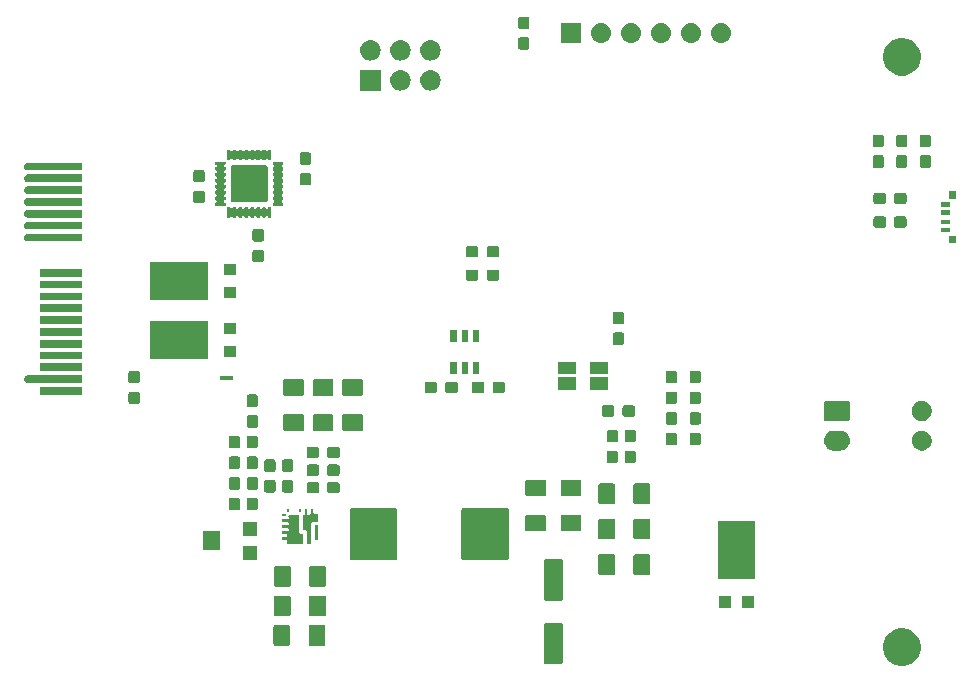
<source format=gbr>
G04 #@! TF.GenerationSoftware,KiCad,Pcbnew,5.0.2+dfsg1-1*
G04 #@! TF.CreationDate,2021-07-01T00:09:32-05:00*
G04 #@! TF.ProjectId,dcpsu-card-ahalf,64637073-752d-4636-9172-642d6168616c,v0.4*
G04 #@! TF.SameCoordinates,Original*
G04 #@! TF.FileFunction,Soldermask,Top*
G04 #@! TF.FilePolarity,Negative*
%FSLAX46Y46*%
G04 Gerber Fmt 4.6, Leading zero omitted, Abs format (unit mm)*
G04 Created by KiCad (PCBNEW 5.0.2+dfsg1-1) date Thu 01 Jul 2021 12:09:32 AM CDT*
%MOMM*%
%LPD*%
G01*
G04 APERTURE LIST*
%ADD10C,0.100000*%
G04 APERTURE END LIST*
D10*
G36*
X155466703Y-123461486D02*
X155757883Y-123582097D01*
X156019944Y-123757201D01*
X156242799Y-123980056D01*
X156417903Y-124242117D01*
X156538514Y-124533297D01*
X156600000Y-124842412D01*
X156600000Y-125157588D01*
X156538514Y-125466703D01*
X156417903Y-125757883D01*
X156242799Y-126019944D01*
X156019944Y-126242799D01*
X155757883Y-126417903D01*
X155466703Y-126538514D01*
X155157588Y-126600000D01*
X154842412Y-126600000D01*
X154533297Y-126538514D01*
X154242117Y-126417903D01*
X153980056Y-126242799D01*
X153757201Y-126019944D01*
X153582097Y-125757883D01*
X153461486Y-125466703D01*
X153400000Y-125157588D01*
X153400000Y-124842412D01*
X153461486Y-124533297D01*
X153582097Y-124242117D01*
X153757201Y-123980056D01*
X153980056Y-123757201D01*
X154242117Y-123582097D01*
X154533297Y-123461486D01*
X154842412Y-123400000D01*
X155157588Y-123400000D01*
X155466703Y-123461486D01*
X155466703Y-123461486D01*
G37*
G36*
X126167826Y-122953745D02*
X126198491Y-122963048D01*
X126226750Y-122978152D01*
X126251520Y-122998480D01*
X126271848Y-123023250D01*
X126286952Y-123051509D01*
X126296255Y-123082174D01*
X126300000Y-123120202D01*
X126300000Y-126279798D01*
X126296255Y-126317826D01*
X126286952Y-126348491D01*
X126271848Y-126376750D01*
X126251520Y-126401520D01*
X126226750Y-126421848D01*
X126198491Y-126436952D01*
X126167826Y-126446255D01*
X126129798Y-126450000D01*
X124870202Y-126450000D01*
X124832174Y-126446255D01*
X124801509Y-126436952D01*
X124773250Y-126421848D01*
X124748480Y-126401520D01*
X124728152Y-126376750D01*
X124713048Y-126348491D01*
X124703745Y-126317826D01*
X124700000Y-126279798D01*
X124700000Y-123120202D01*
X124703745Y-123082174D01*
X124713048Y-123051509D01*
X124728152Y-123023250D01*
X124748480Y-122998480D01*
X124773250Y-122978152D01*
X124801509Y-122963048D01*
X124832174Y-122953745D01*
X124870202Y-122950000D01*
X126129798Y-122950000D01*
X126167826Y-122953745D01*
X126167826Y-122953745D01*
G37*
G36*
X103088964Y-123128837D02*
X103120528Y-123138412D01*
X103149617Y-123153960D01*
X103175114Y-123174886D01*
X103196040Y-123200383D01*
X103211588Y-123229472D01*
X103221163Y-123261036D01*
X103225000Y-123299998D01*
X103225000Y-124700002D01*
X103221163Y-124738964D01*
X103211588Y-124770528D01*
X103196040Y-124799617D01*
X103175114Y-124825114D01*
X103149617Y-124846040D01*
X103120528Y-124861588D01*
X103088964Y-124871163D01*
X103050002Y-124875000D01*
X101974998Y-124875000D01*
X101936036Y-124871163D01*
X101904472Y-124861588D01*
X101875383Y-124846040D01*
X101849886Y-124825114D01*
X101828960Y-124799617D01*
X101813412Y-124770528D01*
X101803837Y-124738964D01*
X101800000Y-124700002D01*
X101800000Y-123299998D01*
X101803837Y-123261036D01*
X101813412Y-123229472D01*
X101828960Y-123200383D01*
X101849886Y-123174886D01*
X101875383Y-123153960D01*
X101904472Y-123138412D01*
X101936036Y-123128837D01*
X101974998Y-123125000D01*
X103050002Y-123125000D01*
X103088964Y-123128837D01*
X103088964Y-123128837D01*
G37*
G36*
X106063964Y-123128837D02*
X106095528Y-123138412D01*
X106124617Y-123153960D01*
X106150114Y-123174886D01*
X106171040Y-123200383D01*
X106186588Y-123229472D01*
X106196163Y-123261036D01*
X106200000Y-123299998D01*
X106200000Y-124700002D01*
X106196163Y-124738964D01*
X106186588Y-124770528D01*
X106171040Y-124799617D01*
X106150114Y-124825114D01*
X106124617Y-124846040D01*
X106095528Y-124861588D01*
X106063964Y-124871163D01*
X106025002Y-124875000D01*
X104949998Y-124875000D01*
X104911036Y-124871163D01*
X104879472Y-124861588D01*
X104850383Y-124846040D01*
X104824886Y-124825114D01*
X104803960Y-124799617D01*
X104788412Y-124770528D01*
X104778837Y-124738964D01*
X104775000Y-124700002D01*
X104775000Y-123299998D01*
X104778837Y-123261036D01*
X104788412Y-123229472D01*
X104803960Y-123200383D01*
X104824886Y-123174886D01*
X104850383Y-123153960D01*
X104879472Y-123138412D01*
X104911036Y-123128837D01*
X104949998Y-123125000D01*
X106025002Y-123125000D01*
X106063964Y-123128837D01*
X106063964Y-123128837D01*
G37*
G36*
X103128964Y-120628837D02*
X103160528Y-120638412D01*
X103189617Y-120653960D01*
X103215114Y-120674886D01*
X103236040Y-120700383D01*
X103251588Y-120729472D01*
X103261163Y-120761036D01*
X103265000Y-120799998D01*
X103265000Y-122200002D01*
X103261163Y-122238964D01*
X103251588Y-122270528D01*
X103236040Y-122299617D01*
X103215114Y-122325114D01*
X103189617Y-122346040D01*
X103160528Y-122361588D01*
X103128964Y-122371163D01*
X103090002Y-122375000D01*
X102014998Y-122375000D01*
X101976036Y-122371163D01*
X101944472Y-122361588D01*
X101915383Y-122346040D01*
X101889886Y-122325114D01*
X101868960Y-122299617D01*
X101853412Y-122270528D01*
X101843837Y-122238964D01*
X101840000Y-122200002D01*
X101840000Y-120799998D01*
X101843837Y-120761036D01*
X101853412Y-120729472D01*
X101868960Y-120700383D01*
X101889886Y-120674886D01*
X101915383Y-120653960D01*
X101944472Y-120638412D01*
X101976036Y-120628837D01*
X102014998Y-120625000D01*
X103090002Y-120625000D01*
X103128964Y-120628837D01*
X103128964Y-120628837D01*
G37*
G36*
X106103964Y-120628837D02*
X106135528Y-120638412D01*
X106164617Y-120653960D01*
X106190114Y-120674886D01*
X106211040Y-120700383D01*
X106226588Y-120729472D01*
X106236163Y-120761036D01*
X106240000Y-120799998D01*
X106240000Y-122200002D01*
X106236163Y-122238964D01*
X106226588Y-122270528D01*
X106211040Y-122299617D01*
X106190114Y-122325114D01*
X106164617Y-122346040D01*
X106135528Y-122361588D01*
X106103964Y-122371163D01*
X106065002Y-122375000D01*
X104989998Y-122375000D01*
X104951036Y-122371163D01*
X104919472Y-122361588D01*
X104890383Y-122346040D01*
X104864886Y-122325114D01*
X104843960Y-122299617D01*
X104828412Y-122270528D01*
X104818837Y-122238964D01*
X104815000Y-122200002D01*
X104815000Y-120799998D01*
X104818837Y-120761036D01*
X104828412Y-120729472D01*
X104843960Y-120700383D01*
X104864886Y-120674886D01*
X104890383Y-120653960D01*
X104919472Y-120638412D01*
X104951036Y-120628837D01*
X104989998Y-120625000D01*
X106065002Y-120625000D01*
X106103964Y-120628837D01*
X106103964Y-120628837D01*
G37*
G36*
X140505000Y-121650000D02*
X139555000Y-121650000D01*
X139555000Y-120650000D01*
X140505000Y-120650000D01*
X140505000Y-121650000D01*
X140505000Y-121650000D01*
G37*
G36*
X142445000Y-121650000D02*
X141495000Y-121650000D01*
X141495000Y-120650000D01*
X142445000Y-120650000D01*
X142445000Y-121650000D01*
X142445000Y-121650000D01*
G37*
G36*
X126167826Y-117553745D02*
X126198491Y-117563048D01*
X126226750Y-117578152D01*
X126251520Y-117598480D01*
X126271848Y-117623250D01*
X126286952Y-117651509D01*
X126296255Y-117682174D01*
X126300000Y-117720202D01*
X126300000Y-120879798D01*
X126296255Y-120917826D01*
X126286952Y-120948491D01*
X126271848Y-120976750D01*
X126251520Y-121001520D01*
X126226750Y-121021848D01*
X126198491Y-121036952D01*
X126167826Y-121046255D01*
X126129798Y-121050000D01*
X124870202Y-121050000D01*
X124832174Y-121046255D01*
X124801509Y-121036952D01*
X124773250Y-121021848D01*
X124748480Y-121001520D01*
X124728152Y-120976750D01*
X124713048Y-120948491D01*
X124703745Y-120917826D01*
X124700000Y-120879798D01*
X124700000Y-117720202D01*
X124703745Y-117682174D01*
X124713048Y-117651509D01*
X124728152Y-117623250D01*
X124748480Y-117598480D01*
X124773250Y-117578152D01*
X124801509Y-117563048D01*
X124832174Y-117553745D01*
X124870202Y-117550000D01*
X126129798Y-117550000D01*
X126167826Y-117553745D01*
X126167826Y-117553745D01*
G37*
G36*
X103128964Y-118128837D02*
X103160528Y-118138412D01*
X103189617Y-118153960D01*
X103215114Y-118174886D01*
X103236040Y-118200383D01*
X103251588Y-118229472D01*
X103261163Y-118261036D01*
X103265000Y-118299998D01*
X103265000Y-119700002D01*
X103261163Y-119738964D01*
X103251588Y-119770528D01*
X103236040Y-119799617D01*
X103215114Y-119825114D01*
X103189617Y-119846040D01*
X103160528Y-119861588D01*
X103128964Y-119871163D01*
X103090002Y-119875000D01*
X102014998Y-119875000D01*
X101976036Y-119871163D01*
X101944472Y-119861588D01*
X101915383Y-119846040D01*
X101889886Y-119825114D01*
X101868960Y-119799617D01*
X101853412Y-119770528D01*
X101843837Y-119738964D01*
X101840000Y-119700002D01*
X101840000Y-118299998D01*
X101843837Y-118261036D01*
X101853412Y-118229472D01*
X101868960Y-118200383D01*
X101889886Y-118174886D01*
X101915383Y-118153960D01*
X101944472Y-118138412D01*
X101976036Y-118128837D01*
X102014998Y-118125000D01*
X103090002Y-118125000D01*
X103128964Y-118128837D01*
X103128964Y-118128837D01*
G37*
G36*
X106103964Y-118128837D02*
X106135528Y-118138412D01*
X106164617Y-118153960D01*
X106190114Y-118174886D01*
X106211040Y-118200383D01*
X106226588Y-118229472D01*
X106236163Y-118261036D01*
X106240000Y-118299998D01*
X106240000Y-119700002D01*
X106236163Y-119738964D01*
X106226588Y-119770528D01*
X106211040Y-119799617D01*
X106190114Y-119825114D01*
X106164617Y-119846040D01*
X106135528Y-119861588D01*
X106103964Y-119871163D01*
X106065002Y-119875000D01*
X104989998Y-119875000D01*
X104951036Y-119871163D01*
X104919472Y-119861588D01*
X104890383Y-119846040D01*
X104864886Y-119825114D01*
X104843960Y-119799617D01*
X104828412Y-119770528D01*
X104818837Y-119738964D01*
X104815000Y-119700002D01*
X104815000Y-118299998D01*
X104818837Y-118261036D01*
X104828412Y-118229472D01*
X104843960Y-118200383D01*
X104864886Y-118174886D01*
X104890383Y-118153960D01*
X104919472Y-118138412D01*
X104951036Y-118128837D01*
X104989998Y-118125000D01*
X106065002Y-118125000D01*
X106103964Y-118128837D01*
X106103964Y-118128837D01*
G37*
G36*
X142600000Y-119250000D02*
X139400000Y-119250000D01*
X139400000Y-114350000D01*
X142600000Y-114350000D01*
X142600000Y-119250000D01*
X142600000Y-119250000D01*
G37*
G36*
X130588964Y-117128837D02*
X130620528Y-117138412D01*
X130649617Y-117153960D01*
X130675114Y-117174886D01*
X130696040Y-117200383D01*
X130711588Y-117229472D01*
X130721163Y-117261036D01*
X130725000Y-117299998D01*
X130725000Y-118700002D01*
X130721163Y-118738964D01*
X130711588Y-118770528D01*
X130696040Y-118799617D01*
X130675114Y-118825114D01*
X130649617Y-118846040D01*
X130620528Y-118861588D01*
X130588964Y-118871163D01*
X130550002Y-118875000D01*
X129474998Y-118875000D01*
X129436036Y-118871163D01*
X129404472Y-118861588D01*
X129375383Y-118846040D01*
X129349886Y-118825114D01*
X129328960Y-118799617D01*
X129313412Y-118770528D01*
X129303837Y-118738964D01*
X129300000Y-118700002D01*
X129300000Y-117299998D01*
X129303837Y-117261036D01*
X129313412Y-117229472D01*
X129328960Y-117200383D01*
X129349886Y-117174886D01*
X129375383Y-117153960D01*
X129404472Y-117138412D01*
X129436036Y-117128837D01*
X129474998Y-117125000D01*
X130550002Y-117125000D01*
X130588964Y-117128837D01*
X130588964Y-117128837D01*
G37*
G36*
X133563964Y-117128837D02*
X133595528Y-117138412D01*
X133624617Y-117153960D01*
X133650114Y-117174886D01*
X133671040Y-117200383D01*
X133686588Y-117229472D01*
X133696163Y-117261036D01*
X133700000Y-117299998D01*
X133700000Y-118700002D01*
X133696163Y-118738964D01*
X133686588Y-118770528D01*
X133671040Y-118799617D01*
X133650114Y-118825114D01*
X133624617Y-118846040D01*
X133595528Y-118861588D01*
X133563964Y-118871163D01*
X133525002Y-118875000D01*
X132449998Y-118875000D01*
X132411036Y-118871163D01*
X132379472Y-118861588D01*
X132350383Y-118846040D01*
X132324886Y-118825114D01*
X132303960Y-118799617D01*
X132288412Y-118770528D01*
X132278837Y-118738964D01*
X132275000Y-118700002D01*
X132275000Y-117299998D01*
X132278837Y-117261036D01*
X132288412Y-117229472D01*
X132303960Y-117200383D01*
X132324886Y-117174886D01*
X132350383Y-117153960D01*
X132379472Y-117138412D01*
X132411036Y-117128837D01*
X132449998Y-117125000D01*
X133525002Y-117125000D01*
X133563964Y-117128837D01*
X133563964Y-117128837D01*
G37*
G36*
X121580527Y-113219636D02*
X121619889Y-113231576D01*
X121656156Y-113250961D01*
X121687948Y-113277052D01*
X121714039Y-113308844D01*
X121733424Y-113345111D01*
X121745364Y-113384473D01*
X121750000Y-113431541D01*
X121750000Y-117398459D01*
X121745364Y-117445527D01*
X121733424Y-117484889D01*
X121714039Y-117521156D01*
X121687948Y-117552948D01*
X121656156Y-117579039D01*
X121619889Y-117598424D01*
X121580527Y-117610364D01*
X121533459Y-117615000D01*
X117916541Y-117615000D01*
X117869473Y-117610364D01*
X117830111Y-117598424D01*
X117793844Y-117579039D01*
X117762052Y-117552948D01*
X117735961Y-117521156D01*
X117716576Y-117484889D01*
X117704636Y-117445527D01*
X117700000Y-117398459D01*
X117700000Y-113431541D01*
X117704636Y-113384473D01*
X117716576Y-113345111D01*
X117735961Y-113308844D01*
X117762052Y-113277052D01*
X117793844Y-113250961D01*
X117830111Y-113231576D01*
X117869473Y-113219636D01*
X117916541Y-113215000D01*
X121533459Y-113215000D01*
X121580527Y-113219636D01*
X121580527Y-113219636D01*
G37*
G36*
X112130527Y-113219636D02*
X112169889Y-113231576D01*
X112206156Y-113250961D01*
X112237948Y-113277052D01*
X112264039Y-113308844D01*
X112283424Y-113345111D01*
X112295364Y-113384473D01*
X112300000Y-113431541D01*
X112300000Y-117398459D01*
X112295364Y-117445527D01*
X112283424Y-117484889D01*
X112264039Y-117521156D01*
X112237948Y-117552948D01*
X112206156Y-117579039D01*
X112169889Y-117598424D01*
X112130527Y-117610364D01*
X112083459Y-117615000D01*
X108466541Y-117615000D01*
X108419473Y-117610364D01*
X108380111Y-117598424D01*
X108343844Y-117579039D01*
X108312052Y-117552948D01*
X108285961Y-117521156D01*
X108266576Y-117484889D01*
X108254636Y-117445527D01*
X108250000Y-117398459D01*
X108250000Y-113431541D01*
X108254636Y-113384473D01*
X108266576Y-113345111D01*
X108285961Y-113308844D01*
X108312052Y-113277052D01*
X108343844Y-113250961D01*
X108380111Y-113231576D01*
X108419473Y-113219636D01*
X108466541Y-113215000D01*
X112083459Y-113215000D01*
X112130527Y-113219636D01*
X112130527Y-113219636D01*
G37*
G36*
X100400000Y-117600000D02*
X99200000Y-117600000D01*
X99200000Y-116400000D01*
X100400000Y-116400000D01*
X100400000Y-117600000D01*
X100400000Y-117600000D01*
G37*
G36*
X97300000Y-116800000D02*
X95800000Y-116800000D01*
X95800000Y-115200000D01*
X97300000Y-115200000D01*
X97300000Y-116800000D01*
X97300000Y-116800000D01*
G37*
G36*
X104640000Y-113694395D02*
X104642402Y-113718781D01*
X104649515Y-113742230D01*
X104661066Y-113763841D01*
X104676612Y-113782783D01*
X104695554Y-113798329D01*
X104717165Y-113809880D01*
X104740614Y-113816993D01*
X104765000Y-113819395D01*
X104815000Y-113819395D01*
X104839386Y-113816993D01*
X104862835Y-113809880D01*
X104884446Y-113798329D01*
X104903388Y-113782783D01*
X104918934Y-113763841D01*
X104930485Y-113742230D01*
X104937598Y-113718781D01*
X104940000Y-113694395D01*
X104940000Y-113280000D01*
X105140000Y-113280000D01*
X105140000Y-113554395D01*
X105142402Y-113578781D01*
X105149515Y-113602230D01*
X105161066Y-113623841D01*
X105176612Y-113642783D01*
X105195554Y-113658329D01*
X105217165Y-113669880D01*
X105240614Y-113676993D01*
X105265000Y-113679395D01*
X105533863Y-113679395D01*
X105539999Y-113679999D01*
X105539998Y-113679999D01*
X105540000Y-113680000D01*
X105540001Y-113680001D01*
X105540605Y-113686137D01*
X105540605Y-114373863D01*
X105540001Y-114379999D01*
X105539999Y-114380001D01*
X105533863Y-114380605D01*
X105125605Y-114380605D01*
X105101219Y-114383007D01*
X105077770Y-114390120D01*
X105056159Y-114401671D01*
X105037217Y-114417217D01*
X105021671Y-114436159D01*
X105010120Y-114457770D01*
X105003007Y-114481219D01*
X105000605Y-114505605D01*
X105000605Y-116273863D01*
X105000001Y-116279999D01*
X104999999Y-116280001D01*
X104993863Y-116280605D01*
X104606137Y-116280605D01*
X104600001Y-116280001D01*
X104599999Y-116279999D01*
X104599395Y-116273863D01*
X104599395Y-115185605D01*
X104596993Y-115161219D01*
X104589880Y-115137770D01*
X104578329Y-115116159D01*
X104562783Y-115097217D01*
X104543841Y-115081671D01*
X104522230Y-115070120D01*
X104498781Y-115063007D01*
X104474395Y-115060605D01*
X104316137Y-115060605D01*
X104310001Y-115060001D01*
X104309999Y-115059999D01*
X104309395Y-115053863D01*
X104309395Y-113826137D01*
X104309999Y-113820001D01*
X104310000Y-113820000D01*
X104310005Y-113819999D01*
X104322250Y-113818793D01*
X104322239Y-113818682D01*
X104339386Y-113816993D01*
X104362835Y-113809880D01*
X104384446Y-113798329D01*
X104403388Y-113782783D01*
X104418934Y-113763841D01*
X104430485Y-113742230D01*
X104437598Y-113718781D01*
X104440000Y-113694395D01*
X104440000Y-113280000D01*
X104640000Y-113280000D01*
X104640000Y-113694395D01*
X104640000Y-113694395D01*
G37*
G36*
X103161066Y-113768841D02*
X103176612Y-113787783D01*
X103195554Y-113803329D01*
X103217165Y-113814880D01*
X103240614Y-113821993D01*
X103265000Y-113824395D01*
X103815000Y-113824395D01*
X103839386Y-113821993D01*
X103862835Y-113814880D01*
X103884446Y-113803329D01*
X103903388Y-113787783D01*
X103915399Y-113773149D01*
X103916092Y-113774446D01*
X103931638Y-113793388D01*
X103950580Y-113808934D01*
X103983740Y-113824617D01*
X103984998Y-113824999D01*
X103985000Y-113825000D01*
X103985001Y-113825001D01*
X103985605Y-113831137D01*
X103985605Y-115254395D01*
X103988007Y-115278781D01*
X103995120Y-115302230D01*
X104006671Y-115323841D01*
X104022217Y-115342783D01*
X104041159Y-115358329D01*
X104062770Y-115369880D01*
X104086219Y-115376993D01*
X104110605Y-115379395D01*
X104273863Y-115379395D01*
X104279999Y-115379999D01*
X104279998Y-115379999D01*
X104280000Y-115380000D01*
X104280001Y-115380001D01*
X104280605Y-115386137D01*
X104280605Y-116273863D01*
X104280001Y-116279999D01*
X104279999Y-116280001D01*
X104273863Y-116280605D01*
X102936137Y-116280605D01*
X102930001Y-116280001D01*
X102929999Y-116279999D01*
X102929395Y-116273863D01*
X102929395Y-116005605D01*
X102926993Y-115981219D01*
X102919880Y-115957770D01*
X102908329Y-115936159D01*
X102892783Y-115917217D01*
X102873841Y-115901671D01*
X102852230Y-115890120D01*
X102828781Y-115883007D01*
X102804395Y-115880605D01*
X102546137Y-115880605D01*
X102540001Y-115880001D01*
X102539999Y-115879999D01*
X102539395Y-115873863D01*
X102539395Y-115686137D01*
X102539999Y-115680001D01*
X102540000Y-115680000D01*
X102540002Y-115679999D01*
X102540001Y-115679999D01*
X102546137Y-115679395D01*
X102804395Y-115679395D01*
X102828781Y-115676993D01*
X102852230Y-115669880D01*
X102873841Y-115658329D01*
X102892783Y-115642783D01*
X102908329Y-115623841D01*
X102919880Y-115602230D01*
X102926993Y-115578781D01*
X102929395Y-115554395D01*
X102929395Y-115505605D01*
X102926993Y-115481219D01*
X102919880Y-115457770D01*
X102908329Y-115436159D01*
X102892783Y-115417217D01*
X102873841Y-115401671D01*
X102852230Y-115390120D01*
X102828781Y-115383007D01*
X102804395Y-115380605D01*
X102546137Y-115380605D01*
X102540001Y-115380001D01*
X102539999Y-115379999D01*
X102539395Y-115373863D01*
X102539395Y-115186137D01*
X102539999Y-115180001D01*
X102540000Y-115180000D01*
X102540002Y-115179999D01*
X102540001Y-115179999D01*
X102546137Y-115179395D01*
X102959395Y-115179395D01*
X102983781Y-115176993D01*
X103007230Y-115169880D01*
X103028841Y-115158329D01*
X103047783Y-115142783D01*
X103063329Y-115123841D01*
X103074880Y-115102230D01*
X103081993Y-115078781D01*
X103084395Y-115054395D01*
X103084395Y-115005000D01*
X103081993Y-114980614D01*
X103074880Y-114957165D01*
X103063329Y-114935554D01*
X103047783Y-114916612D01*
X103028841Y-114901066D01*
X103007230Y-114889515D01*
X102983781Y-114882402D01*
X102959395Y-114880000D01*
X102540000Y-114880000D01*
X102540000Y-114680000D01*
X102959395Y-114680000D01*
X102983781Y-114677598D01*
X103007230Y-114670485D01*
X103028841Y-114658934D01*
X103047783Y-114643388D01*
X103063329Y-114624446D01*
X103074880Y-114602835D01*
X103081993Y-114579386D01*
X103084395Y-114555000D01*
X103084395Y-114505000D01*
X103081993Y-114480614D01*
X103074880Y-114457165D01*
X103063329Y-114435554D01*
X103047783Y-114416612D01*
X103028841Y-114401066D01*
X103007230Y-114389515D01*
X102983781Y-114382402D01*
X102959395Y-114380000D01*
X102540000Y-114380000D01*
X102540000Y-114180000D01*
X102959395Y-114180000D01*
X102983781Y-114177598D01*
X103007230Y-114170485D01*
X103028841Y-114158934D01*
X103047783Y-114143388D01*
X103063329Y-114124446D01*
X103074880Y-114102835D01*
X103081993Y-114079386D01*
X103084395Y-114055000D01*
X103084395Y-114005000D01*
X103081993Y-113980614D01*
X103074880Y-113957165D01*
X103063329Y-113935554D01*
X103047783Y-113916612D01*
X103028841Y-113901066D01*
X103024947Y-113898985D01*
X103034446Y-113893908D01*
X103053388Y-113878362D01*
X103068934Y-113859420D01*
X103084617Y-113826260D01*
X103084999Y-113825002D01*
X103085000Y-113825000D01*
X103085002Y-113824999D01*
X103086260Y-113824617D01*
X103108899Y-113815240D01*
X103129274Y-113801626D01*
X103146601Y-113784299D01*
X103159227Y-113765401D01*
X103161066Y-113768841D01*
X103161066Y-113768841D01*
G37*
G36*
X105540000Y-115880000D02*
X105280000Y-115880000D01*
X105280000Y-114680000D01*
X105540000Y-114680000D01*
X105540000Y-115880000D01*
X105540000Y-115880000D01*
G37*
G36*
X133563964Y-114128837D02*
X133595528Y-114138412D01*
X133624617Y-114153960D01*
X133650114Y-114174886D01*
X133671040Y-114200383D01*
X133686588Y-114229472D01*
X133696163Y-114261036D01*
X133700000Y-114299998D01*
X133700000Y-115700002D01*
X133696163Y-115738964D01*
X133686588Y-115770528D01*
X133671040Y-115799617D01*
X133650114Y-115825114D01*
X133624617Y-115846040D01*
X133595528Y-115861588D01*
X133563964Y-115871163D01*
X133525002Y-115875000D01*
X132449998Y-115875000D01*
X132411036Y-115871163D01*
X132379472Y-115861588D01*
X132350383Y-115846040D01*
X132324886Y-115825114D01*
X132303960Y-115799617D01*
X132288412Y-115770528D01*
X132278837Y-115738964D01*
X132275000Y-115700002D01*
X132275000Y-114299998D01*
X132278837Y-114261036D01*
X132288412Y-114229472D01*
X132303960Y-114200383D01*
X132324886Y-114174886D01*
X132350383Y-114153960D01*
X132379472Y-114138412D01*
X132411036Y-114128837D01*
X132449998Y-114125000D01*
X133525002Y-114125000D01*
X133563964Y-114128837D01*
X133563964Y-114128837D01*
G37*
G36*
X130588964Y-114128837D02*
X130620528Y-114138412D01*
X130649617Y-114153960D01*
X130675114Y-114174886D01*
X130696040Y-114200383D01*
X130711588Y-114229472D01*
X130721163Y-114261036D01*
X130725000Y-114299998D01*
X130725000Y-115700002D01*
X130721163Y-115738964D01*
X130711588Y-115770528D01*
X130696040Y-115799617D01*
X130675114Y-115825114D01*
X130649617Y-115846040D01*
X130620528Y-115861588D01*
X130588964Y-115871163D01*
X130550002Y-115875000D01*
X129474998Y-115875000D01*
X129436036Y-115871163D01*
X129404472Y-115861588D01*
X129375383Y-115846040D01*
X129349886Y-115825114D01*
X129328960Y-115799617D01*
X129313412Y-115770528D01*
X129303837Y-115738964D01*
X129300000Y-115700002D01*
X129300000Y-114299998D01*
X129303837Y-114261036D01*
X129313412Y-114229472D01*
X129328960Y-114200383D01*
X129349886Y-114174886D01*
X129375383Y-114153960D01*
X129404472Y-114138412D01*
X129436036Y-114128837D01*
X129474998Y-114125000D01*
X130550002Y-114125000D01*
X130588964Y-114128837D01*
X130588964Y-114128837D01*
G37*
G36*
X100400000Y-115600000D02*
X99200000Y-115600000D01*
X99200000Y-114400000D01*
X100400000Y-114400000D01*
X100400000Y-115600000D01*
X100400000Y-115600000D01*
G37*
G36*
X124738964Y-113778837D02*
X124770528Y-113788412D01*
X124799617Y-113803960D01*
X124825114Y-113824886D01*
X124846040Y-113850383D01*
X124861588Y-113879472D01*
X124871163Y-113911036D01*
X124875000Y-113949998D01*
X124875000Y-115025002D01*
X124871163Y-115063964D01*
X124861588Y-115095528D01*
X124846040Y-115124617D01*
X124825114Y-115150114D01*
X124799617Y-115171040D01*
X124770528Y-115186588D01*
X124738964Y-115196163D01*
X124700002Y-115200000D01*
X123299998Y-115200000D01*
X123261036Y-115196163D01*
X123229472Y-115186588D01*
X123200383Y-115171040D01*
X123174886Y-115150114D01*
X123153960Y-115124617D01*
X123138412Y-115095528D01*
X123128837Y-115063964D01*
X123125000Y-115025002D01*
X123125000Y-113949998D01*
X123128837Y-113911036D01*
X123138412Y-113879472D01*
X123153960Y-113850383D01*
X123174886Y-113824886D01*
X123200383Y-113803960D01*
X123229472Y-113788412D01*
X123261036Y-113778837D01*
X123299998Y-113775000D01*
X124700002Y-113775000D01*
X124738964Y-113778837D01*
X124738964Y-113778837D01*
G37*
G36*
X127738964Y-113778837D02*
X127770528Y-113788412D01*
X127799617Y-113803960D01*
X127825114Y-113824886D01*
X127846040Y-113850383D01*
X127861588Y-113879472D01*
X127871163Y-113911036D01*
X127875000Y-113949998D01*
X127875000Y-115025002D01*
X127871163Y-115063964D01*
X127861588Y-115095528D01*
X127846040Y-115124617D01*
X127825114Y-115150114D01*
X127799617Y-115171040D01*
X127770528Y-115186588D01*
X127738964Y-115196163D01*
X127700002Y-115200000D01*
X126299998Y-115200000D01*
X126261036Y-115196163D01*
X126229472Y-115186588D01*
X126200383Y-115171040D01*
X126174886Y-115150114D01*
X126153960Y-115124617D01*
X126138412Y-115095528D01*
X126128837Y-115063964D01*
X126125000Y-115025002D01*
X126125000Y-113949998D01*
X126128837Y-113911036D01*
X126138412Y-113879472D01*
X126153960Y-113850383D01*
X126174886Y-113824886D01*
X126200383Y-113803960D01*
X126229472Y-113788412D01*
X126261036Y-113778837D01*
X126299998Y-113775000D01*
X127700002Y-113775000D01*
X127738964Y-113778837D01*
X127738964Y-113778837D01*
G37*
G36*
X102842402Y-113680614D02*
X102840000Y-113705000D01*
X102840000Y-113789974D01*
X102842402Y-113814360D01*
X102849515Y-113837809D01*
X102861066Y-113859420D01*
X102876612Y-113878362D01*
X102878608Y-113880000D01*
X102540000Y-113880000D01*
X102540000Y-113680000D01*
X102815000Y-113680000D01*
X102839386Y-113677598D01*
X102843715Y-113676285D01*
X102842402Y-113680614D01*
X102842402Y-113680614D01*
G37*
G36*
X103140000Y-113619100D02*
X103129273Y-113608373D01*
X103108898Y-113594760D01*
X103086259Y-113585382D01*
X103049974Y-113580000D01*
X102965000Y-113580000D01*
X102940614Y-113582402D01*
X102936285Y-113583715D01*
X102937598Y-113579386D01*
X102940000Y-113555000D01*
X102940000Y-113280000D01*
X103140000Y-113280000D01*
X103140000Y-113619100D01*
X103140000Y-113619100D01*
G37*
G36*
X104140000Y-113580000D02*
X104020026Y-113580000D01*
X103995640Y-113582402D01*
X103972191Y-113589515D01*
X103950580Y-113601066D01*
X103940000Y-113609749D01*
X103940000Y-113280000D01*
X104140000Y-113280000D01*
X104140000Y-113580000D01*
X104140000Y-113580000D01*
G37*
G36*
X100334024Y-112353955D02*
X100366736Y-112363879D01*
X100396890Y-112379997D01*
X100423316Y-112401684D01*
X100445003Y-112428110D01*
X100461121Y-112458264D01*
X100471045Y-112490976D01*
X100475000Y-112531138D01*
X100475000Y-113218862D01*
X100471045Y-113259024D01*
X100461121Y-113291736D01*
X100445003Y-113321890D01*
X100423316Y-113348316D01*
X100396890Y-113370003D01*
X100366736Y-113386121D01*
X100334024Y-113396045D01*
X100293862Y-113400000D01*
X99706138Y-113400000D01*
X99665976Y-113396045D01*
X99633264Y-113386121D01*
X99603110Y-113370003D01*
X99576684Y-113348316D01*
X99554997Y-113321890D01*
X99538879Y-113291736D01*
X99528955Y-113259024D01*
X99525000Y-113218862D01*
X99525000Y-112531138D01*
X99528955Y-112490976D01*
X99538879Y-112458264D01*
X99554997Y-112428110D01*
X99576684Y-112401684D01*
X99603110Y-112379997D01*
X99633264Y-112363879D01*
X99665976Y-112353955D01*
X99706138Y-112350000D01*
X100293862Y-112350000D01*
X100334024Y-112353955D01*
X100334024Y-112353955D01*
G37*
G36*
X98834024Y-112353955D02*
X98866736Y-112363879D01*
X98896890Y-112379997D01*
X98923316Y-112401684D01*
X98945003Y-112428110D01*
X98961121Y-112458264D01*
X98971045Y-112490976D01*
X98975000Y-112531138D01*
X98975000Y-113218862D01*
X98971045Y-113259024D01*
X98961121Y-113291736D01*
X98945003Y-113321890D01*
X98923316Y-113348316D01*
X98896890Y-113370003D01*
X98866736Y-113386121D01*
X98834024Y-113396045D01*
X98793862Y-113400000D01*
X98206138Y-113400000D01*
X98165976Y-113396045D01*
X98133264Y-113386121D01*
X98103110Y-113370003D01*
X98076684Y-113348316D01*
X98054997Y-113321890D01*
X98038879Y-113291736D01*
X98028955Y-113259024D01*
X98025000Y-113218862D01*
X98025000Y-112531138D01*
X98028955Y-112490976D01*
X98038879Y-112458264D01*
X98054997Y-112428110D01*
X98076684Y-112401684D01*
X98103110Y-112379997D01*
X98133264Y-112363879D01*
X98165976Y-112353955D01*
X98206138Y-112350000D01*
X98793862Y-112350000D01*
X98834024Y-112353955D01*
X98834024Y-112353955D01*
G37*
G36*
X130588964Y-111128837D02*
X130620528Y-111138412D01*
X130649617Y-111153960D01*
X130675114Y-111174886D01*
X130696040Y-111200383D01*
X130711588Y-111229472D01*
X130721163Y-111261036D01*
X130725000Y-111299998D01*
X130725000Y-112700002D01*
X130721163Y-112738964D01*
X130711588Y-112770528D01*
X130696040Y-112799617D01*
X130675114Y-112825114D01*
X130649617Y-112846040D01*
X130620528Y-112861588D01*
X130588964Y-112871163D01*
X130550002Y-112875000D01*
X129474998Y-112875000D01*
X129436036Y-112871163D01*
X129404472Y-112861588D01*
X129375383Y-112846040D01*
X129349886Y-112825114D01*
X129328960Y-112799617D01*
X129313412Y-112770528D01*
X129303837Y-112738964D01*
X129300000Y-112700002D01*
X129300000Y-111299998D01*
X129303837Y-111261036D01*
X129313412Y-111229472D01*
X129328960Y-111200383D01*
X129349886Y-111174886D01*
X129375383Y-111153960D01*
X129404472Y-111138412D01*
X129436036Y-111128837D01*
X129474998Y-111125000D01*
X130550002Y-111125000D01*
X130588964Y-111128837D01*
X130588964Y-111128837D01*
G37*
G36*
X133563964Y-111128837D02*
X133595528Y-111138412D01*
X133624617Y-111153960D01*
X133650114Y-111174886D01*
X133671040Y-111200383D01*
X133686588Y-111229472D01*
X133696163Y-111261036D01*
X133700000Y-111299998D01*
X133700000Y-112700002D01*
X133696163Y-112738964D01*
X133686588Y-112770528D01*
X133671040Y-112799617D01*
X133650114Y-112825114D01*
X133624617Y-112846040D01*
X133595528Y-112861588D01*
X133563964Y-112871163D01*
X133525002Y-112875000D01*
X132449998Y-112875000D01*
X132411036Y-112871163D01*
X132379472Y-112861588D01*
X132350383Y-112846040D01*
X132324886Y-112825114D01*
X132303960Y-112799617D01*
X132288412Y-112770528D01*
X132278837Y-112738964D01*
X132275000Y-112700002D01*
X132275000Y-111299998D01*
X132278837Y-111261036D01*
X132288412Y-111229472D01*
X132303960Y-111200383D01*
X132324886Y-111174886D01*
X132350383Y-111153960D01*
X132379472Y-111138412D01*
X132411036Y-111128837D01*
X132449998Y-111125000D01*
X133525002Y-111125000D01*
X133563964Y-111128837D01*
X133563964Y-111128837D01*
G37*
G36*
X124738964Y-110803837D02*
X124770528Y-110813412D01*
X124799617Y-110828960D01*
X124825114Y-110849886D01*
X124846040Y-110875383D01*
X124861588Y-110904472D01*
X124871163Y-110936036D01*
X124875000Y-110974998D01*
X124875000Y-112050002D01*
X124871163Y-112088964D01*
X124861588Y-112120528D01*
X124846040Y-112149617D01*
X124825114Y-112175114D01*
X124799617Y-112196040D01*
X124770528Y-112211588D01*
X124738964Y-112221163D01*
X124700002Y-112225000D01*
X123299998Y-112225000D01*
X123261036Y-112221163D01*
X123229472Y-112211588D01*
X123200383Y-112196040D01*
X123174886Y-112175114D01*
X123153960Y-112149617D01*
X123138412Y-112120528D01*
X123128837Y-112088964D01*
X123125000Y-112050002D01*
X123125000Y-110974998D01*
X123128837Y-110936036D01*
X123138412Y-110904472D01*
X123153960Y-110875383D01*
X123174886Y-110849886D01*
X123200383Y-110828960D01*
X123229472Y-110813412D01*
X123261036Y-110803837D01*
X123299998Y-110800000D01*
X124700002Y-110800000D01*
X124738964Y-110803837D01*
X124738964Y-110803837D01*
G37*
G36*
X127738964Y-110803837D02*
X127770528Y-110813412D01*
X127799617Y-110828960D01*
X127825114Y-110849886D01*
X127846040Y-110875383D01*
X127861588Y-110904472D01*
X127871163Y-110936036D01*
X127875000Y-110974998D01*
X127875000Y-112050002D01*
X127871163Y-112088964D01*
X127861588Y-112120528D01*
X127846040Y-112149617D01*
X127825114Y-112175114D01*
X127799617Y-112196040D01*
X127770528Y-112211588D01*
X127738964Y-112221163D01*
X127700002Y-112225000D01*
X126299998Y-112225000D01*
X126261036Y-112221163D01*
X126229472Y-112211588D01*
X126200383Y-112196040D01*
X126174886Y-112175114D01*
X126153960Y-112149617D01*
X126138412Y-112120528D01*
X126128837Y-112088964D01*
X126125000Y-112050002D01*
X126125000Y-110974998D01*
X126128837Y-110936036D01*
X126138412Y-110904472D01*
X126153960Y-110875383D01*
X126174886Y-110849886D01*
X126200383Y-110828960D01*
X126229472Y-110813412D01*
X126261036Y-110803837D01*
X126299998Y-110800000D01*
X127700002Y-110800000D01*
X127738964Y-110803837D01*
X127738964Y-110803837D01*
G37*
G36*
X107259024Y-111028955D02*
X107291736Y-111038879D01*
X107321890Y-111054997D01*
X107348316Y-111076684D01*
X107370003Y-111103110D01*
X107386121Y-111133264D01*
X107396045Y-111165976D01*
X107400000Y-111206138D01*
X107400000Y-111793862D01*
X107396045Y-111834024D01*
X107386121Y-111866736D01*
X107370003Y-111896890D01*
X107348316Y-111923316D01*
X107321890Y-111945003D01*
X107291736Y-111961121D01*
X107259024Y-111971045D01*
X107218862Y-111975000D01*
X106531138Y-111975000D01*
X106490976Y-111971045D01*
X106458264Y-111961121D01*
X106428110Y-111945003D01*
X106401684Y-111923316D01*
X106379997Y-111896890D01*
X106363879Y-111866736D01*
X106353955Y-111834024D01*
X106350000Y-111793862D01*
X106350000Y-111206138D01*
X106353955Y-111165976D01*
X106363879Y-111133264D01*
X106379997Y-111103110D01*
X106401684Y-111076684D01*
X106428110Y-111054997D01*
X106458264Y-111038879D01*
X106490976Y-111028955D01*
X106531138Y-111025000D01*
X107218862Y-111025000D01*
X107259024Y-111028955D01*
X107259024Y-111028955D01*
G37*
G36*
X105509024Y-111028955D02*
X105541736Y-111038879D01*
X105571890Y-111054997D01*
X105598316Y-111076684D01*
X105620003Y-111103110D01*
X105636121Y-111133264D01*
X105646045Y-111165976D01*
X105650000Y-111206138D01*
X105650000Y-111793862D01*
X105646045Y-111834024D01*
X105636121Y-111866736D01*
X105620003Y-111896890D01*
X105598316Y-111923316D01*
X105571890Y-111945003D01*
X105541736Y-111961121D01*
X105509024Y-111971045D01*
X105468862Y-111975000D01*
X104781138Y-111975000D01*
X104740976Y-111971045D01*
X104708264Y-111961121D01*
X104678110Y-111945003D01*
X104651684Y-111923316D01*
X104629997Y-111896890D01*
X104613879Y-111866736D01*
X104603955Y-111834024D01*
X104600000Y-111793862D01*
X104600000Y-111206138D01*
X104603955Y-111165976D01*
X104613879Y-111133264D01*
X104629997Y-111103110D01*
X104651684Y-111076684D01*
X104678110Y-111054997D01*
X104708264Y-111038879D01*
X104740976Y-111028955D01*
X104781138Y-111025000D01*
X105468862Y-111025000D01*
X105509024Y-111028955D01*
X105509024Y-111028955D01*
G37*
G36*
X103334024Y-110853955D02*
X103366736Y-110863879D01*
X103396890Y-110879997D01*
X103423316Y-110901684D01*
X103445003Y-110928110D01*
X103461121Y-110958264D01*
X103471045Y-110990976D01*
X103475000Y-111031138D01*
X103475000Y-111718862D01*
X103471045Y-111759024D01*
X103461121Y-111791736D01*
X103445003Y-111821890D01*
X103423316Y-111848316D01*
X103396890Y-111870003D01*
X103366736Y-111886121D01*
X103334024Y-111896045D01*
X103293862Y-111900000D01*
X102706138Y-111900000D01*
X102665976Y-111896045D01*
X102633264Y-111886121D01*
X102603110Y-111870003D01*
X102576684Y-111848316D01*
X102554997Y-111821890D01*
X102538879Y-111791736D01*
X102528955Y-111759024D01*
X102525000Y-111718862D01*
X102525000Y-111031138D01*
X102528955Y-110990976D01*
X102538879Y-110958264D01*
X102554997Y-110928110D01*
X102576684Y-110901684D01*
X102603110Y-110879997D01*
X102633264Y-110863879D01*
X102665976Y-110853955D01*
X102706138Y-110850000D01*
X103293862Y-110850000D01*
X103334024Y-110853955D01*
X103334024Y-110853955D01*
G37*
G36*
X101834024Y-110853955D02*
X101866736Y-110863879D01*
X101896890Y-110879997D01*
X101923316Y-110901684D01*
X101945003Y-110928110D01*
X101961121Y-110958264D01*
X101971045Y-110990976D01*
X101975000Y-111031138D01*
X101975000Y-111718862D01*
X101971045Y-111759024D01*
X101961121Y-111791736D01*
X101945003Y-111821890D01*
X101923316Y-111848316D01*
X101896890Y-111870003D01*
X101866736Y-111886121D01*
X101834024Y-111896045D01*
X101793862Y-111900000D01*
X101206138Y-111900000D01*
X101165976Y-111896045D01*
X101133264Y-111886121D01*
X101103110Y-111870003D01*
X101076684Y-111848316D01*
X101054997Y-111821890D01*
X101038879Y-111791736D01*
X101028955Y-111759024D01*
X101025000Y-111718862D01*
X101025000Y-111031138D01*
X101028955Y-110990976D01*
X101038879Y-110958264D01*
X101054997Y-110928110D01*
X101076684Y-110901684D01*
X101103110Y-110879997D01*
X101133264Y-110863879D01*
X101165976Y-110853955D01*
X101206138Y-110850000D01*
X101793862Y-110850000D01*
X101834024Y-110853955D01*
X101834024Y-110853955D01*
G37*
G36*
X98834024Y-110603955D02*
X98866736Y-110613879D01*
X98896890Y-110629997D01*
X98923316Y-110651684D01*
X98945003Y-110678110D01*
X98961121Y-110708264D01*
X98971045Y-110740976D01*
X98975000Y-110781138D01*
X98975000Y-111468862D01*
X98971045Y-111509024D01*
X98961121Y-111541736D01*
X98945003Y-111571890D01*
X98923316Y-111598316D01*
X98896890Y-111620003D01*
X98866736Y-111636121D01*
X98834024Y-111646045D01*
X98793862Y-111650000D01*
X98206138Y-111650000D01*
X98165976Y-111646045D01*
X98133264Y-111636121D01*
X98103110Y-111620003D01*
X98076684Y-111598316D01*
X98054997Y-111571890D01*
X98038879Y-111541736D01*
X98028955Y-111509024D01*
X98025000Y-111468862D01*
X98025000Y-110781138D01*
X98028955Y-110740976D01*
X98038879Y-110708264D01*
X98054997Y-110678110D01*
X98076684Y-110651684D01*
X98103110Y-110629997D01*
X98133264Y-110613879D01*
X98165976Y-110603955D01*
X98206138Y-110600000D01*
X98793862Y-110600000D01*
X98834024Y-110603955D01*
X98834024Y-110603955D01*
G37*
G36*
X100334024Y-110603955D02*
X100366736Y-110613879D01*
X100396890Y-110629997D01*
X100423316Y-110651684D01*
X100445003Y-110678110D01*
X100461121Y-110708264D01*
X100471045Y-110740976D01*
X100475000Y-110781138D01*
X100475000Y-111468862D01*
X100471045Y-111509024D01*
X100461121Y-111541736D01*
X100445003Y-111571890D01*
X100423316Y-111598316D01*
X100396890Y-111620003D01*
X100366736Y-111636121D01*
X100334024Y-111646045D01*
X100293862Y-111650000D01*
X99706138Y-111650000D01*
X99665976Y-111646045D01*
X99633264Y-111636121D01*
X99603110Y-111620003D01*
X99576684Y-111598316D01*
X99554997Y-111571890D01*
X99538879Y-111541736D01*
X99528955Y-111509024D01*
X99525000Y-111468862D01*
X99525000Y-110781138D01*
X99528955Y-110740976D01*
X99538879Y-110708264D01*
X99554997Y-110678110D01*
X99576684Y-110651684D01*
X99603110Y-110629997D01*
X99633264Y-110613879D01*
X99665976Y-110603955D01*
X99706138Y-110600000D01*
X100293862Y-110600000D01*
X100334024Y-110603955D01*
X100334024Y-110603955D01*
G37*
G36*
X107259024Y-109528955D02*
X107291736Y-109538879D01*
X107321890Y-109554997D01*
X107348316Y-109576684D01*
X107370003Y-109603110D01*
X107386121Y-109633264D01*
X107396045Y-109665976D01*
X107400000Y-109706138D01*
X107400000Y-110293862D01*
X107396045Y-110334024D01*
X107386121Y-110366736D01*
X107370003Y-110396890D01*
X107348316Y-110423316D01*
X107321890Y-110445003D01*
X107291736Y-110461121D01*
X107259024Y-110471045D01*
X107218862Y-110475000D01*
X106531138Y-110475000D01*
X106490976Y-110471045D01*
X106458264Y-110461121D01*
X106428110Y-110445003D01*
X106401684Y-110423316D01*
X106379997Y-110396890D01*
X106363879Y-110366736D01*
X106353955Y-110334024D01*
X106350000Y-110293862D01*
X106350000Y-109706138D01*
X106353955Y-109665976D01*
X106363879Y-109633264D01*
X106379997Y-109603110D01*
X106401684Y-109576684D01*
X106428110Y-109554997D01*
X106458264Y-109538879D01*
X106490976Y-109528955D01*
X106531138Y-109525000D01*
X107218862Y-109525000D01*
X107259024Y-109528955D01*
X107259024Y-109528955D01*
G37*
G36*
X105509024Y-109528955D02*
X105541736Y-109538879D01*
X105571890Y-109554997D01*
X105598316Y-109576684D01*
X105620003Y-109603110D01*
X105636121Y-109633264D01*
X105646045Y-109665976D01*
X105650000Y-109706138D01*
X105650000Y-110293862D01*
X105646045Y-110334024D01*
X105636121Y-110366736D01*
X105620003Y-110396890D01*
X105598316Y-110423316D01*
X105571890Y-110445003D01*
X105541736Y-110461121D01*
X105509024Y-110471045D01*
X105468862Y-110475000D01*
X104781138Y-110475000D01*
X104740976Y-110471045D01*
X104708264Y-110461121D01*
X104678110Y-110445003D01*
X104651684Y-110423316D01*
X104629997Y-110396890D01*
X104613879Y-110366736D01*
X104603955Y-110334024D01*
X104600000Y-110293862D01*
X104600000Y-109706138D01*
X104603955Y-109665976D01*
X104613879Y-109633264D01*
X104629997Y-109603110D01*
X104651684Y-109576684D01*
X104678110Y-109554997D01*
X104708264Y-109538879D01*
X104740976Y-109528955D01*
X104781138Y-109525000D01*
X105468862Y-109525000D01*
X105509024Y-109528955D01*
X105509024Y-109528955D01*
G37*
G36*
X103334024Y-109103955D02*
X103366736Y-109113879D01*
X103396890Y-109129997D01*
X103423316Y-109151684D01*
X103445003Y-109178110D01*
X103461121Y-109208264D01*
X103471045Y-109240976D01*
X103475000Y-109281138D01*
X103475000Y-109968862D01*
X103471045Y-110009024D01*
X103461121Y-110041736D01*
X103445003Y-110071890D01*
X103423316Y-110098316D01*
X103396890Y-110120003D01*
X103366736Y-110136121D01*
X103334024Y-110146045D01*
X103293862Y-110150000D01*
X102706138Y-110150000D01*
X102665976Y-110146045D01*
X102633264Y-110136121D01*
X102603110Y-110120003D01*
X102576684Y-110098316D01*
X102554997Y-110071890D01*
X102538879Y-110041736D01*
X102528955Y-110009024D01*
X102525000Y-109968862D01*
X102525000Y-109281138D01*
X102528955Y-109240976D01*
X102538879Y-109208264D01*
X102554997Y-109178110D01*
X102576684Y-109151684D01*
X102603110Y-109129997D01*
X102633264Y-109113879D01*
X102665976Y-109103955D01*
X102706138Y-109100000D01*
X103293862Y-109100000D01*
X103334024Y-109103955D01*
X103334024Y-109103955D01*
G37*
G36*
X101834024Y-109103955D02*
X101866736Y-109113879D01*
X101896890Y-109129997D01*
X101923316Y-109151684D01*
X101945003Y-109178110D01*
X101961121Y-109208264D01*
X101971045Y-109240976D01*
X101975000Y-109281138D01*
X101975000Y-109968862D01*
X101971045Y-110009024D01*
X101961121Y-110041736D01*
X101945003Y-110071890D01*
X101923316Y-110098316D01*
X101896890Y-110120003D01*
X101866736Y-110136121D01*
X101834024Y-110146045D01*
X101793862Y-110150000D01*
X101206138Y-110150000D01*
X101165976Y-110146045D01*
X101133264Y-110136121D01*
X101103110Y-110120003D01*
X101076684Y-110098316D01*
X101054997Y-110071890D01*
X101038879Y-110041736D01*
X101028955Y-110009024D01*
X101025000Y-109968862D01*
X101025000Y-109281138D01*
X101028955Y-109240976D01*
X101038879Y-109208264D01*
X101054997Y-109178110D01*
X101076684Y-109151684D01*
X101103110Y-109129997D01*
X101133264Y-109113879D01*
X101165976Y-109103955D01*
X101206138Y-109100000D01*
X101793862Y-109100000D01*
X101834024Y-109103955D01*
X101834024Y-109103955D01*
G37*
G36*
X100334024Y-108853955D02*
X100366736Y-108863879D01*
X100396890Y-108879997D01*
X100423316Y-108901684D01*
X100445003Y-108928110D01*
X100461121Y-108958264D01*
X100471045Y-108990976D01*
X100475000Y-109031138D01*
X100475000Y-109718862D01*
X100471045Y-109759024D01*
X100461121Y-109791736D01*
X100445003Y-109821890D01*
X100423316Y-109848316D01*
X100396890Y-109870003D01*
X100366736Y-109886121D01*
X100334024Y-109896045D01*
X100293862Y-109900000D01*
X99706138Y-109900000D01*
X99665976Y-109896045D01*
X99633264Y-109886121D01*
X99603110Y-109870003D01*
X99576684Y-109848316D01*
X99554997Y-109821890D01*
X99538879Y-109791736D01*
X99528955Y-109759024D01*
X99525000Y-109718862D01*
X99525000Y-109031138D01*
X99528955Y-108990976D01*
X99538879Y-108958264D01*
X99554997Y-108928110D01*
X99576684Y-108901684D01*
X99603110Y-108879997D01*
X99633264Y-108863879D01*
X99665976Y-108853955D01*
X99706138Y-108850000D01*
X100293862Y-108850000D01*
X100334024Y-108853955D01*
X100334024Y-108853955D01*
G37*
G36*
X98834024Y-108853955D02*
X98866736Y-108863879D01*
X98896890Y-108879997D01*
X98923316Y-108901684D01*
X98945003Y-108928110D01*
X98961121Y-108958264D01*
X98971045Y-108990976D01*
X98975000Y-109031138D01*
X98975000Y-109718862D01*
X98971045Y-109759024D01*
X98961121Y-109791736D01*
X98945003Y-109821890D01*
X98923316Y-109848316D01*
X98896890Y-109870003D01*
X98866736Y-109886121D01*
X98834024Y-109896045D01*
X98793862Y-109900000D01*
X98206138Y-109900000D01*
X98165976Y-109896045D01*
X98133264Y-109886121D01*
X98103110Y-109870003D01*
X98076684Y-109848316D01*
X98054997Y-109821890D01*
X98038879Y-109791736D01*
X98028955Y-109759024D01*
X98025000Y-109718862D01*
X98025000Y-109031138D01*
X98028955Y-108990976D01*
X98038879Y-108958264D01*
X98054997Y-108928110D01*
X98076684Y-108901684D01*
X98103110Y-108879997D01*
X98133264Y-108863879D01*
X98165976Y-108853955D01*
X98206138Y-108850000D01*
X98793862Y-108850000D01*
X98834024Y-108853955D01*
X98834024Y-108853955D01*
G37*
G36*
X132334024Y-108353955D02*
X132366736Y-108363879D01*
X132396890Y-108379997D01*
X132423316Y-108401684D01*
X132445003Y-108428110D01*
X132461121Y-108458264D01*
X132471045Y-108490976D01*
X132475000Y-108531138D01*
X132475000Y-109218862D01*
X132471045Y-109259024D01*
X132461121Y-109291736D01*
X132445003Y-109321890D01*
X132423316Y-109348316D01*
X132396890Y-109370003D01*
X132366736Y-109386121D01*
X132334024Y-109396045D01*
X132293862Y-109400000D01*
X131706138Y-109400000D01*
X131665976Y-109396045D01*
X131633264Y-109386121D01*
X131603110Y-109370003D01*
X131576684Y-109348316D01*
X131554997Y-109321890D01*
X131538879Y-109291736D01*
X131528955Y-109259024D01*
X131525000Y-109218862D01*
X131525000Y-108531138D01*
X131528955Y-108490976D01*
X131538879Y-108458264D01*
X131554997Y-108428110D01*
X131576684Y-108401684D01*
X131603110Y-108379997D01*
X131633264Y-108363879D01*
X131665976Y-108353955D01*
X131706138Y-108350000D01*
X132293862Y-108350000D01*
X132334024Y-108353955D01*
X132334024Y-108353955D01*
G37*
G36*
X130834024Y-108353955D02*
X130866736Y-108363879D01*
X130896890Y-108379997D01*
X130923316Y-108401684D01*
X130945003Y-108428110D01*
X130961121Y-108458264D01*
X130971045Y-108490976D01*
X130975000Y-108531138D01*
X130975000Y-109218862D01*
X130971045Y-109259024D01*
X130961121Y-109291736D01*
X130945003Y-109321890D01*
X130923316Y-109348316D01*
X130896890Y-109370003D01*
X130866736Y-109386121D01*
X130834024Y-109396045D01*
X130793862Y-109400000D01*
X130206138Y-109400000D01*
X130165976Y-109396045D01*
X130133264Y-109386121D01*
X130103110Y-109370003D01*
X130076684Y-109348316D01*
X130054997Y-109321890D01*
X130038879Y-109291736D01*
X130028955Y-109259024D01*
X130025000Y-109218862D01*
X130025000Y-108531138D01*
X130028955Y-108490976D01*
X130038879Y-108458264D01*
X130054997Y-108428110D01*
X130076684Y-108401684D01*
X130103110Y-108379997D01*
X130133264Y-108363879D01*
X130165976Y-108353955D01*
X130206138Y-108350000D01*
X130793862Y-108350000D01*
X130834024Y-108353955D01*
X130834024Y-108353955D01*
G37*
G36*
X105509024Y-108028955D02*
X105541736Y-108038879D01*
X105571890Y-108054997D01*
X105598316Y-108076684D01*
X105620003Y-108103110D01*
X105636121Y-108133264D01*
X105646045Y-108165976D01*
X105650000Y-108206138D01*
X105650000Y-108793862D01*
X105646045Y-108834024D01*
X105636121Y-108866736D01*
X105620003Y-108896890D01*
X105598316Y-108923316D01*
X105571890Y-108945003D01*
X105541736Y-108961121D01*
X105509024Y-108971045D01*
X105468862Y-108975000D01*
X104781138Y-108975000D01*
X104740976Y-108971045D01*
X104708264Y-108961121D01*
X104678110Y-108945003D01*
X104651684Y-108923316D01*
X104629997Y-108896890D01*
X104613879Y-108866736D01*
X104603955Y-108834024D01*
X104600000Y-108793862D01*
X104600000Y-108206138D01*
X104603955Y-108165976D01*
X104613879Y-108133264D01*
X104629997Y-108103110D01*
X104651684Y-108076684D01*
X104678110Y-108054997D01*
X104708264Y-108038879D01*
X104740976Y-108028955D01*
X104781138Y-108025000D01*
X105468862Y-108025000D01*
X105509024Y-108028955D01*
X105509024Y-108028955D01*
G37*
G36*
X107259024Y-108028955D02*
X107291736Y-108038879D01*
X107321890Y-108054997D01*
X107348316Y-108076684D01*
X107370003Y-108103110D01*
X107386121Y-108133264D01*
X107396045Y-108165976D01*
X107400000Y-108206138D01*
X107400000Y-108793862D01*
X107396045Y-108834024D01*
X107386121Y-108866736D01*
X107370003Y-108896890D01*
X107348316Y-108923316D01*
X107321890Y-108945003D01*
X107291736Y-108961121D01*
X107259024Y-108971045D01*
X107218862Y-108975000D01*
X106531138Y-108975000D01*
X106490976Y-108971045D01*
X106458264Y-108961121D01*
X106428110Y-108945003D01*
X106401684Y-108923316D01*
X106379997Y-108896890D01*
X106363879Y-108866736D01*
X106353955Y-108834024D01*
X106350000Y-108793862D01*
X106350000Y-108206138D01*
X106353955Y-108165976D01*
X106363879Y-108133264D01*
X106379997Y-108103110D01*
X106401684Y-108076684D01*
X106428110Y-108054997D01*
X106458264Y-108038879D01*
X106490976Y-108028955D01*
X106531138Y-108025000D01*
X107218862Y-108025000D01*
X107259024Y-108028955D01*
X107259024Y-108028955D01*
G37*
G36*
X156927934Y-106682664D02*
X157082627Y-106746740D01*
X157221847Y-106839764D01*
X157340236Y-106958153D01*
X157433260Y-107097373D01*
X157497336Y-107252066D01*
X157530000Y-107416281D01*
X157530000Y-107583719D01*
X157497336Y-107747934D01*
X157433260Y-107902627D01*
X157340236Y-108041847D01*
X157221847Y-108160236D01*
X157082627Y-108253260D01*
X156927934Y-108317336D01*
X156763719Y-108350000D01*
X156596281Y-108350000D01*
X156432066Y-108317336D01*
X156277373Y-108253260D01*
X156138153Y-108160236D01*
X156019764Y-108041847D01*
X155926740Y-107902627D01*
X155862664Y-107747934D01*
X155830000Y-107583719D01*
X155830000Y-107416281D01*
X155862664Y-107252066D01*
X155926740Y-107097373D01*
X156019764Y-106958153D01*
X156138153Y-106839764D01*
X156277373Y-106746740D01*
X156432066Y-106682664D01*
X156596281Y-106650000D01*
X156763719Y-106650000D01*
X156927934Y-106682664D01*
X156927934Y-106682664D01*
G37*
G36*
X149916630Y-106662299D02*
X150076855Y-106710903D01*
X150224520Y-106789831D01*
X150353949Y-106896051D01*
X150460169Y-107025480D01*
X150539097Y-107173145D01*
X150587701Y-107333370D01*
X150604112Y-107500000D01*
X150587701Y-107666630D01*
X150539097Y-107826855D01*
X150460169Y-107974520D01*
X150353949Y-108103949D01*
X150224520Y-108210169D01*
X150076855Y-108289097D01*
X149916630Y-108337701D01*
X149791752Y-108350000D01*
X149208248Y-108350000D01*
X149083370Y-108337701D01*
X148923145Y-108289097D01*
X148775480Y-108210169D01*
X148646051Y-108103949D01*
X148539831Y-107974520D01*
X148460903Y-107826855D01*
X148412299Y-107666630D01*
X148395888Y-107500000D01*
X148412299Y-107333370D01*
X148460903Y-107173145D01*
X148539831Y-107025480D01*
X148646051Y-106896051D01*
X148775480Y-106789831D01*
X148923145Y-106710903D01*
X149083370Y-106662299D01*
X149208248Y-106650000D01*
X149791752Y-106650000D01*
X149916630Y-106662299D01*
X149916630Y-106662299D01*
G37*
G36*
X100334024Y-107103955D02*
X100366736Y-107113879D01*
X100396890Y-107129997D01*
X100423316Y-107151684D01*
X100445003Y-107178110D01*
X100461121Y-107208264D01*
X100471045Y-107240976D01*
X100475000Y-107281138D01*
X100475000Y-107968862D01*
X100471045Y-108009024D01*
X100461121Y-108041736D01*
X100445003Y-108071890D01*
X100423316Y-108098316D01*
X100396890Y-108120003D01*
X100366736Y-108136121D01*
X100334024Y-108146045D01*
X100293862Y-108150000D01*
X99706138Y-108150000D01*
X99665976Y-108146045D01*
X99633264Y-108136121D01*
X99603110Y-108120003D01*
X99576684Y-108098316D01*
X99554997Y-108071890D01*
X99538879Y-108041736D01*
X99528955Y-108009024D01*
X99525000Y-107968862D01*
X99525000Y-107281138D01*
X99528955Y-107240976D01*
X99538879Y-107208264D01*
X99554997Y-107178110D01*
X99576684Y-107151684D01*
X99603110Y-107129997D01*
X99633264Y-107113879D01*
X99665976Y-107103955D01*
X99706138Y-107100000D01*
X100293862Y-107100000D01*
X100334024Y-107103955D01*
X100334024Y-107103955D01*
G37*
G36*
X98834024Y-107103955D02*
X98866736Y-107113879D01*
X98896890Y-107129997D01*
X98923316Y-107151684D01*
X98945003Y-107178110D01*
X98961121Y-107208264D01*
X98971045Y-107240976D01*
X98975000Y-107281138D01*
X98975000Y-107968862D01*
X98971045Y-108009024D01*
X98961121Y-108041736D01*
X98945003Y-108071890D01*
X98923316Y-108098316D01*
X98896890Y-108120003D01*
X98866736Y-108136121D01*
X98834024Y-108146045D01*
X98793862Y-108150000D01*
X98206138Y-108150000D01*
X98165976Y-108146045D01*
X98133264Y-108136121D01*
X98103110Y-108120003D01*
X98076684Y-108098316D01*
X98054997Y-108071890D01*
X98038879Y-108041736D01*
X98028955Y-108009024D01*
X98025000Y-107968862D01*
X98025000Y-107281138D01*
X98028955Y-107240976D01*
X98038879Y-107208264D01*
X98054997Y-107178110D01*
X98076684Y-107151684D01*
X98103110Y-107129997D01*
X98133264Y-107113879D01*
X98165976Y-107103955D01*
X98206138Y-107100000D01*
X98793862Y-107100000D01*
X98834024Y-107103955D01*
X98834024Y-107103955D01*
G37*
G36*
X137834024Y-106853955D02*
X137866736Y-106863879D01*
X137896890Y-106879997D01*
X137923316Y-106901684D01*
X137945003Y-106928110D01*
X137961121Y-106958264D01*
X137971045Y-106990976D01*
X137975000Y-107031138D01*
X137975000Y-107718862D01*
X137971045Y-107759024D01*
X137961121Y-107791736D01*
X137945003Y-107821890D01*
X137923316Y-107848316D01*
X137896890Y-107870003D01*
X137866736Y-107886121D01*
X137834024Y-107896045D01*
X137793862Y-107900000D01*
X137206138Y-107900000D01*
X137165976Y-107896045D01*
X137133264Y-107886121D01*
X137103110Y-107870003D01*
X137076684Y-107848316D01*
X137054997Y-107821890D01*
X137038879Y-107791736D01*
X137028955Y-107759024D01*
X137025000Y-107718862D01*
X137025000Y-107031138D01*
X137028955Y-106990976D01*
X137038879Y-106958264D01*
X137054997Y-106928110D01*
X137076684Y-106901684D01*
X137103110Y-106879997D01*
X137133264Y-106863879D01*
X137165976Y-106853955D01*
X137206138Y-106850000D01*
X137793862Y-106850000D01*
X137834024Y-106853955D01*
X137834024Y-106853955D01*
G37*
G36*
X135834024Y-106853955D02*
X135866736Y-106863879D01*
X135896890Y-106879997D01*
X135923316Y-106901684D01*
X135945003Y-106928110D01*
X135961121Y-106958264D01*
X135971045Y-106990976D01*
X135975000Y-107031138D01*
X135975000Y-107718862D01*
X135971045Y-107759024D01*
X135961121Y-107791736D01*
X135945003Y-107821890D01*
X135923316Y-107848316D01*
X135896890Y-107870003D01*
X135866736Y-107886121D01*
X135834024Y-107896045D01*
X135793862Y-107900000D01*
X135206138Y-107900000D01*
X135165976Y-107896045D01*
X135133264Y-107886121D01*
X135103110Y-107870003D01*
X135076684Y-107848316D01*
X135054997Y-107821890D01*
X135038879Y-107791736D01*
X135028955Y-107759024D01*
X135025000Y-107718862D01*
X135025000Y-107031138D01*
X135028955Y-106990976D01*
X135038879Y-106958264D01*
X135054997Y-106928110D01*
X135076684Y-106901684D01*
X135103110Y-106879997D01*
X135133264Y-106863879D01*
X135165976Y-106853955D01*
X135206138Y-106850000D01*
X135793862Y-106850000D01*
X135834024Y-106853955D01*
X135834024Y-106853955D01*
G37*
G36*
X132334024Y-106603955D02*
X132366736Y-106613879D01*
X132396890Y-106629997D01*
X132423316Y-106651684D01*
X132445003Y-106678110D01*
X132461121Y-106708264D01*
X132471045Y-106740976D01*
X132475000Y-106781138D01*
X132475000Y-107468862D01*
X132471045Y-107509024D01*
X132461121Y-107541736D01*
X132445003Y-107571890D01*
X132423316Y-107598316D01*
X132396890Y-107620003D01*
X132366736Y-107636121D01*
X132334024Y-107646045D01*
X132293862Y-107650000D01*
X131706138Y-107650000D01*
X131665976Y-107646045D01*
X131633264Y-107636121D01*
X131603110Y-107620003D01*
X131576684Y-107598316D01*
X131554997Y-107571890D01*
X131538879Y-107541736D01*
X131528955Y-107509024D01*
X131525000Y-107468862D01*
X131525000Y-106781138D01*
X131528955Y-106740976D01*
X131538879Y-106708264D01*
X131554997Y-106678110D01*
X131576684Y-106651684D01*
X131603110Y-106629997D01*
X131633264Y-106613879D01*
X131665976Y-106603955D01*
X131706138Y-106600000D01*
X132293862Y-106600000D01*
X132334024Y-106603955D01*
X132334024Y-106603955D01*
G37*
G36*
X130834024Y-106603955D02*
X130866736Y-106613879D01*
X130896890Y-106629997D01*
X130923316Y-106651684D01*
X130945003Y-106678110D01*
X130961121Y-106708264D01*
X130971045Y-106740976D01*
X130975000Y-106781138D01*
X130975000Y-107468862D01*
X130971045Y-107509024D01*
X130961121Y-107541736D01*
X130945003Y-107571890D01*
X130923316Y-107598316D01*
X130896890Y-107620003D01*
X130866736Y-107636121D01*
X130834024Y-107646045D01*
X130793862Y-107650000D01*
X130206138Y-107650000D01*
X130165976Y-107646045D01*
X130133264Y-107636121D01*
X130103110Y-107620003D01*
X130076684Y-107598316D01*
X130054997Y-107571890D01*
X130038879Y-107541736D01*
X130028955Y-107509024D01*
X130025000Y-107468862D01*
X130025000Y-106781138D01*
X130028955Y-106740976D01*
X130038879Y-106708264D01*
X130054997Y-106678110D01*
X130076684Y-106651684D01*
X130103110Y-106629997D01*
X130133264Y-106613879D01*
X130165976Y-106603955D01*
X130206138Y-106600000D01*
X130793862Y-106600000D01*
X130834024Y-106603955D01*
X130834024Y-106603955D01*
G37*
G36*
X104238964Y-105278837D02*
X104270528Y-105288412D01*
X104299617Y-105303960D01*
X104325114Y-105324886D01*
X104346040Y-105350383D01*
X104361588Y-105379472D01*
X104371163Y-105411036D01*
X104375000Y-105449998D01*
X104375000Y-106525000D01*
X104371163Y-106563964D01*
X104361588Y-106595528D01*
X104346040Y-106624617D01*
X104325114Y-106650114D01*
X104299617Y-106671040D01*
X104270528Y-106686588D01*
X104238964Y-106696163D01*
X104200002Y-106700000D01*
X102799998Y-106700000D01*
X102761036Y-106696163D01*
X102729472Y-106686588D01*
X102700383Y-106671040D01*
X102674886Y-106650114D01*
X102653960Y-106624617D01*
X102638412Y-106595528D01*
X102628837Y-106563964D01*
X102625000Y-106525000D01*
X102625000Y-105449998D01*
X102628837Y-105411036D01*
X102638412Y-105379472D01*
X102653960Y-105350383D01*
X102674886Y-105324886D01*
X102700383Y-105303960D01*
X102729472Y-105288412D01*
X102761036Y-105278837D01*
X102799998Y-105275000D01*
X104200002Y-105275000D01*
X104238964Y-105278837D01*
X104238964Y-105278837D01*
G37*
G36*
X109238964Y-105278837D02*
X109270528Y-105288412D01*
X109299617Y-105303960D01*
X109325114Y-105324886D01*
X109346040Y-105350383D01*
X109361588Y-105379472D01*
X109371163Y-105411036D01*
X109375000Y-105449998D01*
X109375000Y-106525000D01*
X109371163Y-106563964D01*
X109361588Y-106595528D01*
X109346040Y-106624617D01*
X109325114Y-106650114D01*
X109299617Y-106671040D01*
X109270528Y-106686588D01*
X109238964Y-106696163D01*
X109200002Y-106700000D01*
X107799998Y-106700000D01*
X107761036Y-106696163D01*
X107729472Y-106686588D01*
X107700383Y-106671040D01*
X107674886Y-106650114D01*
X107653960Y-106624617D01*
X107638412Y-106595528D01*
X107628837Y-106563964D01*
X107625000Y-106525000D01*
X107625000Y-105449998D01*
X107628837Y-105411036D01*
X107638412Y-105379472D01*
X107653960Y-105350383D01*
X107674886Y-105324886D01*
X107700383Y-105303960D01*
X107729472Y-105288412D01*
X107761036Y-105278837D01*
X107799998Y-105275000D01*
X109200002Y-105275000D01*
X109238964Y-105278837D01*
X109238964Y-105278837D01*
G37*
G36*
X106738964Y-105278837D02*
X106770528Y-105288412D01*
X106799617Y-105303960D01*
X106825114Y-105324886D01*
X106846040Y-105350383D01*
X106861588Y-105379472D01*
X106871163Y-105411036D01*
X106875000Y-105449998D01*
X106875000Y-106525000D01*
X106871163Y-106563964D01*
X106861588Y-106595528D01*
X106846040Y-106624617D01*
X106825114Y-106650114D01*
X106799617Y-106671040D01*
X106770528Y-106686588D01*
X106738964Y-106696163D01*
X106700002Y-106700000D01*
X105299998Y-106700000D01*
X105261036Y-106696163D01*
X105229472Y-106686588D01*
X105200383Y-106671040D01*
X105174886Y-106650114D01*
X105153960Y-106624617D01*
X105138412Y-106595528D01*
X105128837Y-106563964D01*
X105125000Y-106525000D01*
X105125000Y-105449998D01*
X105128837Y-105411036D01*
X105138412Y-105379472D01*
X105153960Y-105350383D01*
X105174886Y-105324886D01*
X105200383Y-105303960D01*
X105229472Y-105288412D01*
X105261036Y-105278837D01*
X105299998Y-105275000D01*
X106700002Y-105275000D01*
X106738964Y-105278837D01*
X106738964Y-105278837D01*
G37*
G36*
X100334024Y-105353955D02*
X100366736Y-105363879D01*
X100396890Y-105379997D01*
X100423316Y-105401684D01*
X100445003Y-105428110D01*
X100461121Y-105458264D01*
X100471045Y-105490976D01*
X100475000Y-105531138D01*
X100475000Y-106218862D01*
X100471045Y-106259024D01*
X100461121Y-106291736D01*
X100445003Y-106321890D01*
X100423316Y-106348316D01*
X100396890Y-106370003D01*
X100366736Y-106386121D01*
X100334024Y-106396045D01*
X100293862Y-106400000D01*
X99706138Y-106400000D01*
X99665976Y-106396045D01*
X99633264Y-106386121D01*
X99603110Y-106370003D01*
X99576684Y-106348316D01*
X99554997Y-106321890D01*
X99538879Y-106291736D01*
X99528955Y-106259024D01*
X99525000Y-106218862D01*
X99525000Y-105531138D01*
X99528955Y-105490976D01*
X99538879Y-105458264D01*
X99554997Y-105428110D01*
X99576684Y-105401684D01*
X99603110Y-105379997D01*
X99633264Y-105363879D01*
X99665976Y-105353955D01*
X99706138Y-105350000D01*
X100293862Y-105350000D01*
X100334024Y-105353955D01*
X100334024Y-105353955D01*
G37*
G36*
X135834024Y-105103955D02*
X135866736Y-105113879D01*
X135896890Y-105129997D01*
X135923316Y-105151684D01*
X135945003Y-105178110D01*
X135961121Y-105208264D01*
X135971045Y-105240976D01*
X135975000Y-105281138D01*
X135975000Y-105968862D01*
X135971045Y-106009024D01*
X135961121Y-106041736D01*
X135945003Y-106071890D01*
X135923316Y-106098316D01*
X135896890Y-106120003D01*
X135866736Y-106136121D01*
X135834024Y-106146045D01*
X135793862Y-106150000D01*
X135206138Y-106150000D01*
X135165976Y-106146045D01*
X135133264Y-106136121D01*
X135103110Y-106120003D01*
X135076684Y-106098316D01*
X135054997Y-106071890D01*
X135038879Y-106041736D01*
X135028955Y-106009024D01*
X135025000Y-105968862D01*
X135025000Y-105281138D01*
X135028955Y-105240976D01*
X135038879Y-105208264D01*
X135054997Y-105178110D01*
X135076684Y-105151684D01*
X135103110Y-105129997D01*
X135133264Y-105113879D01*
X135165976Y-105103955D01*
X135206138Y-105100000D01*
X135793862Y-105100000D01*
X135834024Y-105103955D01*
X135834024Y-105103955D01*
G37*
G36*
X137834024Y-105103955D02*
X137866736Y-105113879D01*
X137896890Y-105129997D01*
X137923316Y-105151684D01*
X137945003Y-105178110D01*
X137961121Y-105208264D01*
X137971045Y-105240976D01*
X137975000Y-105281138D01*
X137975000Y-105968862D01*
X137971045Y-106009024D01*
X137961121Y-106041736D01*
X137945003Y-106071890D01*
X137923316Y-106098316D01*
X137896890Y-106120003D01*
X137866736Y-106136121D01*
X137834024Y-106146045D01*
X137793862Y-106150000D01*
X137206138Y-106150000D01*
X137165976Y-106146045D01*
X137133264Y-106136121D01*
X137103110Y-106120003D01*
X137076684Y-106098316D01*
X137054997Y-106071890D01*
X137038879Y-106041736D01*
X137028955Y-106009024D01*
X137025000Y-105968862D01*
X137025000Y-105281138D01*
X137028955Y-105240976D01*
X137038879Y-105208264D01*
X137054997Y-105178110D01*
X137076684Y-105151684D01*
X137103110Y-105129997D01*
X137133264Y-105113879D01*
X137165976Y-105103955D01*
X137206138Y-105100000D01*
X137793862Y-105100000D01*
X137834024Y-105103955D01*
X137834024Y-105103955D01*
G37*
G36*
X150469675Y-104153701D02*
X150499907Y-104162872D01*
X150527769Y-104177765D01*
X150552192Y-104197808D01*
X150572235Y-104222231D01*
X150587128Y-104250093D01*
X150596299Y-104280325D01*
X150600000Y-104317905D01*
X150600000Y-105682095D01*
X150596299Y-105719675D01*
X150587128Y-105749907D01*
X150572235Y-105777769D01*
X150552192Y-105802192D01*
X150527769Y-105822235D01*
X150499907Y-105837128D01*
X150469675Y-105846299D01*
X150432095Y-105850000D01*
X148567905Y-105850000D01*
X148530325Y-105846299D01*
X148500093Y-105837128D01*
X148472231Y-105822235D01*
X148447808Y-105802192D01*
X148427765Y-105777769D01*
X148412872Y-105749907D01*
X148403701Y-105719675D01*
X148400000Y-105682095D01*
X148400000Y-104317905D01*
X148403701Y-104280325D01*
X148412872Y-104250093D01*
X148427765Y-104222231D01*
X148447808Y-104197808D01*
X148472231Y-104177765D01*
X148500093Y-104162872D01*
X148530325Y-104153701D01*
X148567905Y-104150000D01*
X150432095Y-104150000D01*
X150469675Y-104153701D01*
X150469675Y-104153701D01*
G37*
G36*
X156927934Y-104182664D02*
X157082627Y-104246740D01*
X157221847Y-104339764D01*
X157340236Y-104458153D01*
X157433260Y-104597373D01*
X157497336Y-104752066D01*
X157530000Y-104916281D01*
X157530000Y-105083719D01*
X157497336Y-105247934D01*
X157433260Y-105402627D01*
X157340236Y-105541847D01*
X157221847Y-105660236D01*
X157082627Y-105753260D01*
X156927934Y-105817336D01*
X156763719Y-105850000D01*
X156596281Y-105850000D01*
X156432066Y-105817336D01*
X156277373Y-105753260D01*
X156138153Y-105660236D01*
X156019764Y-105541847D01*
X155926740Y-105402627D01*
X155862664Y-105247934D01*
X155830000Y-105083719D01*
X155830000Y-104916281D01*
X155862664Y-104752066D01*
X155926740Y-104597373D01*
X156019764Y-104458153D01*
X156138153Y-104339764D01*
X156277373Y-104246740D01*
X156432066Y-104182664D01*
X156596281Y-104150000D01*
X156763719Y-104150000D01*
X156927934Y-104182664D01*
X156927934Y-104182664D01*
G37*
G36*
X130509024Y-104528955D02*
X130541736Y-104538879D01*
X130571890Y-104554997D01*
X130598316Y-104576684D01*
X130620003Y-104603110D01*
X130636121Y-104633264D01*
X130646045Y-104665976D01*
X130650000Y-104706138D01*
X130650000Y-105293862D01*
X130646045Y-105334024D01*
X130636121Y-105366736D01*
X130620003Y-105396890D01*
X130598316Y-105423316D01*
X130571890Y-105445003D01*
X130541736Y-105461121D01*
X130509024Y-105471045D01*
X130468862Y-105475000D01*
X129781138Y-105475000D01*
X129740976Y-105471045D01*
X129708264Y-105461121D01*
X129678110Y-105445003D01*
X129651684Y-105423316D01*
X129629997Y-105396890D01*
X129613879Y-105366736D01*
X129603955Y-105334024D01*
X129600000Y-105293862D01*
X129600000Y-104706138D01*
X129603955Y-104665976D01*
X129613879Y-104633264D01*
X129629997Y-104603110D01*
X129651684Y-104576684D01*
X129678110Y-104554997D01*
X129708264Y-104538879D01*
X129740976Y-104528955D01*
X129781138Y-104525000D01*
X130468862Y-104525000D01*
X130509024Y-104528955D01*
X130509024Y-104528955D01*
G37*
G36*
X132259024Y-104528955D02*
X132291736Y-104538879D01*
X132321890Y-104554997D01*
X132348316Y-104576684D01*
X132370003Y-104603110D01*
X132386121Y-104633264D01*
X132396045Y-104665976D01*
X132400000Y-104706138D01*
X132400000Y-105293862D01*
X132396045Y-105334024D01*
X132386121Y-105366736D01*
X132370003Y-105396890D01*
X132348316Y-105423316D01*
X132321890Y-105445003D01*
X132291736Y-105461121D01*
X132259024Y-105471045D01*
X132218862Y-105475000D01*
X131531138Y-105475000D01*
X131490976Y-105471045D01*
X131458264Y-105461121D01*
X131428110Y-105445003D01*
X131401684Y-105423316D01*
X131379997Y-105396890D01*
X131363879Y-105366736D01*
X131353955Y-105334024D01*
X131350000Y-105293862D01*
X131350000Y-104706138D01*
X131353955Y-104665976D01*
X131363879Y-104633264D01*
X131379997Y-104603110D01*
X131401684Y-104576684D01*
X131428110Y-104554997D01*
X131458264Y-104538879D01*
X131490976Y-104528955D01*
X131531138Y-104525000D01*
X132218862Y-104525000D01*
X132259024Y-104528955D01*
X132259024Y-104528955D01*
G37*
G36*
X100334024Y-103603955D02*
X100366736Y-103613879D01*
X100396890Y-103629997D01*
X100423316Y-103651684D01*
X100445003Y-103678110D01*
X100461121Y-103708264D01*
X100471045Y-103740976D01*
X100475000Y-103781138D01*
X100475000Y-104468862D01*
X100471045Y-104509024D01*
X100461121Y-104541736D01*
X100445003Y-104571890D01*
X100423316Y-104598316D01*
X100396890Y-104620003D01*
X100366736Y-104636121D01*
X100334024Y-104646045D01*
X100293862Y-104650000D01*
X99706138Y-104650000D01*
X99665976Y-104646045D01*
X99633264Y-104636121D01*
X99603110Y-104620003D01*
X99576684Y-104598316D01*
X99554997Y-104571890D01*
X99538879Y-104541736D01*
X99528955Y-104509024D01*
X99525000Y-104468862D01*
X99525000Y-103781138D01*
X99528955Y-103740976D01*
X99538879Y-103708264D01*
X99554997Y-103678110D01*
X99576684Y-103651684D01*
X99603110Y-103629997D01*
X99633264Y-103613879D01*
X99665976Y-103603955D01*
X99706138Y-103600000D01*
X100293862Y-103600000D01*
X100334024Y-103603955D01*
X100334024Y-103603955D01*
G37*
G36*
X137834024Y-103353955D02*
X137866736Y-103363879D01*
X137896890Y-103379997D01*
X137923316Y-103401684D01*
X137945003Y-103428110D01*
X137961121Y-103458264D01*
X137971045Y-103490976D01*
X137975000Y-103531138D01*
X137975000Y-104218862D01*
X137971045Y-104259024D01*
X137961121Y-104291736D01*
X137945003Y-104321890D01*
X137923316Y-104348316D01*
X137896890Y-104370003D01*
X137866736Y-104386121D01*
X137834024Y-104396045D01*
X137793862Y-104400000D01*
X137206138Y-104400000D01*
X137165976Y-104396045D01*
X137133264Y-104386121D01*
X137103110Y-104370003D01*
X137076684Y-104348316D01*
X137054997Y-104321890D01*
X137038879Y-104291736D01*
X137028955Y-104259024D01*
X137025000Y-104218862D01*
X137025000Y-103531138D01*
X137028955Y-103490976D01*
X137038879Y-103458264D01*
X137054997Y-103428110D01*
X137076684Y-103401684D01*
X137103110Y-103379997D01*
X137133264Y-103363879D01*
X137165976Y-103353955D01*
X137206138Y-103350000D01*
X137793862Y-103350000D01*
X137834024Y-103353955D01*
X137834024Y-103353955D01*
G37*
G36*
X90334024Y-103353955D02*
X90366736Y-103363879D01*
X90396890Y-103379997D01*
X90423316Y-103401684D01*
X90445003Y-103428110D01*
X90461121Y-103458264D01*
X90471045Y-103490976D01*
X90475000Y-103531138D01*
X90475000Y-104218862D01*
X90471045Y-104259024D01*
X90461121Y-104291736D01*
X90445003Y-104321890D01*
X90423316Y-104348316D01*
X90396890Y-104370003D01*
X90366736Y-104386121D01*
X90334024Y-104396045D01*
X90293862Y-104400000D01*
X89706138Y-104400000D01*
X89665976Y-104396045D01*
X89633264Y-104386121D01*
X89603110Y-104370003D01*
X89576684Y-104348316D01*
X89554997Y-104321890D01*
X89538879Y-104291736D01*
X89528955Y-104259024D01*
X89525000Y-104218862D01*
X89525000Y-103531138D01*
X89528955Y-103490976D01*
X89538879Y-103458264D01*
X89554997Y-103428110D01*
X89576684Y-103401684D01*
X89603110Y-103379997D01*
X89633264Y-103363879D01*
X89665976Y-103353955D01*
X89706138Y-103350000D01*
X90293862Y-103350000D01*
X90334024Y-103353955D01*
X90334024Y-103353955D01*
G37*
G36*
X135834024Y-103353955D02*
X135866736Y-103363879D01*
X135896890Y-103379997D01*
X135923316Y-103401684D01*
X135945003Y-103428110D01*
X135961121Y-103458264D01*
X135971045Y-103490976D01*
X135975000Y-103531138D01*
X135975000Y-104218862D01*
X135971045Y-104259024D01*
X135961121Y-104291736D01*
X135945003Y-104321890D01*
X135923316Y-104348316D01*
X135896890Y-104370003D01*
X135866736Y-104386121D01*
X135834024Y-104396045D01*
X135793862Y-104400000D01*
X135206138Y-104400000D01*
X135165976Y-104396045D01*
X135133264Y-104386121D01*
X135103110Y-104370003D01*
X135076684Y-104348316D01*
X135054997Y-104321890D01*
X135038879Y-104291736D01*
X135028955Y-104259024D01*
X135025000Y-104218862D01*
X135025000Y-103531138D01*
X135028955Y-103490976D01*
X135038879Y-103458264D01*
X135054997Y-103428110D01*
X135076684Y-103401684D01*
X135103110Y-103379997D01*
X135133264Y-103363879D01*
X135165976Y-103353955D01*
X135206138Y-103350000D01*
X135793862Y-103350000D01*
X135834024Y-103353955D01*
X135834024Y-103353955D01*
G37*
G36*
X106738964Y-102303837D02*
X106770528Y-102313412D01*
X106799617Y-102328960D01*
X106825114Y-102349886D01*
X106846040Y-102375383D01*
X106861588Y-102404472D01*
X106871163Y-102436036D01*
X106875000Y-102474998D01*
X106875000Y-103550002D01*
X106871163Y-103588964D01*
X106861588Y-103620528D01*
X106846040Y-103649617D01*
X106825114Y-103675114D01*
X106799617Y-103696040D01*
X106770528Y-103711588D01*
X106738964Y-103721163D01*
X106700002Y-103725000D01*
X105299998Y-103725000D01*
X105261036Y-103721163D01*
X105229472Y-103711588D01*
X105200383Y-103696040D01*
X105174886Y-103675114D01*
X105153960Y-103649617D01*
X105138412Y-103620528D01*
X105128837Y-103588964D01*
X105125000Y-103550002D01*
X105125000Y-102474998D01*
X105128837Y-102436036D01*
X105138412Y-102404472D01*
X105153960Y-102375383D01*
X105174886Y-102349886D01*
X105200383Y-102328960D01*
X105229472Y-102313412D01*
X105261036Y-102303837D01*
X105299998Y-102300000D01*
X106700002Y-102300000D01*
X106738964Y-102303837D01*
X106738964Y-102303837D01*
G37*
G36*
X104238964Y-102303837D02*
X104270528Y-102313412D01*
X104299617Y-102328960D01*
X104325114Y-102349886D01*
X104346040Y-102375383D01*
X104361588Y-102404472D01*
X104371163Y-102436036D01*
X104375000Y-102474998D01*
X104375000Y-103550002D01*
X104371163Y-103588964D01*
X104361588Y-103620528D01*
X104346040Y-103649617D01*
X104325114Y-103675114D01*
X104299617Y-103696040D01*
X104270528Y-103711588D01*
X104238964Y-103721163D01*
X104200002Y-103725000D01*
X102799998Y-103725000D01*
X102761036Y-103721163D01*
X102729472Y-103711588D01*
X102700383Y-103696040D01*
X102674886Y-103675114D01*
X102653960Y-103649617D01*
X102638412Y-103620528D01*
X102628837Y-103588964D01*
X102625000Y-103550002D01*
X102625000Y-102474998D01*
X102628837Y-102436036D01*
X102638412Y-102404472D01*
X102653960Y-102375383D01*
X102674886Y-102349886D01*
X102700383Y-102328960D01*
X102729472Y-102313412D01*
X102761036Y-102303837D01*
X102799998Y-102300000D01*
X104200002Y-102300000D01*
X104238964Y-102303837D01*
X104238964Y-102303837D01*
G37*
G36*
X109238964Y-102303837D02*
X109270528Y-102313412D01*
X109299617Y-102328960D01*
X109325114Y-102349886D01*
X109346040Y-102375383D01*
X109361588Y-102404472D01*
X109371163Y-102436036D01*
X109375000Y-102474998D01*
X109375000Y-103550002D01*
X109371163Y-103588964D01*
X109361588Y-103620528D01*
X109346040Y-103649617D01*
X109325114Y-103675114D01*
X109299617Y-103696040D01*
X109270528Y-103711588D01*
X109238964Y-103721163D01*
X109200002Y-103725000D01*
X107799998Y-103725000D01*
X107761036Y-103721163D01*
X107729472Y-103711588D01*
X107700383Y-103696040D01*
X107674886Y-103675114D01*
X107653960Y-103649617D01*
X107638412Y-103620528D01*
X107628837Y-103588964D01*
X107625000Y-103550002D01*
X107625000Y-102474998D01*
X107628837Y-102436036D01*
X107638412Y-102404472D01*
X107653960Y-102375383D01*
X107674886Y-102349886D01*
X107700383Y-102328960D01*
X107729472Y-102313412D01*
X107761036Y-102303837D01*
X107799998Y-102300000D01*
X109200002Y-102300000D01*
X109238964Y-102303837D01*
X109238964Y-102303837D01*
G37*
G36*
X85600000Y-103625000D02*
X82000000Y-103625000D01*
X82000000Y-102975000D01*
X85600000Y-102975000D01*
X85600000Y-103625000D01*
X85600000Y-103625000D01*
G37*
G36*
X121259024Y-102528955D02*
X121291736Y-102538879D01*
X121321890Y-102554997D01*
X121348316Y-102576684D01*
X121370003Y-102603110D01*
X121386121Y-102633264D01*
X121396045Y-102665976D01*
X121400000Y-102706138D01*
X121400000Y-103293862D01*
X121396045Y-103334024D01*
X121386121Y-103366736D01*
X121370003Y-103396890D01*
X121348316Y-103423316D01*
X121321890Y-103445003D01*
X121291736Y-103461121D01*
X121259024Y-103471045D01*
X121218862Y-103475000D01*
X120531138Y-103475000D01*
X120490976Y-103471045D01*
X120458264Y-103461121D01*
X120428110Y-103445003D01*
X120401684Y-103423316D01*
X120379997Y-103396890D01*
X120363879Y-103366736D01*
X120353955Y-103334024D01*
X120350000Y-103293862D01*
X120350000Y-102706138D01*
X120353955Y-102665976D01*
X120363879Y-102633264D01*
X120379997Y-102603110D01*
X120401684Y-102576684D01*
X120428110Y-102554997D01*
X120458264Y-102538879D01*
X120490976Y-102528955D01*
X120531138Y-102525000D01*
X121218862Y-102525000D01*
X121259024Y-102528955D01*
X121259024Y-102528955D01*
G37*
G36*
X115509024Y-102528955D02*
X115541736Y-102538879D01*
X115571890Y-102554997D01*
X115598316Y-102576684D01*
X115620003Y-102603110D01*
X115636121Y-102633264D01*
X115646045Y-102665976D01*
X115650000Y-102706138D01*
X115650000Y-103293862D01*
X115646045Y-103334024D01*
X115636121Y-103366736D01*
X115620003Y-103396890D01*
X115598316Y-103423316D01*
X115571890Y-103445003D01*
X115541736Y-103461121D01*
X115509024Y-103471045D01*
X115468862Y-103475000D01*
X114781138Y-103475000D01*
X114740976Y-103471045D01*
X114708264Y-103461121D01*
X114678110Y-103445003D01*
X114651684Y-103423316D01*
X114629997Y-103396890D01*
X114613879Y-103366736D01*
X114603955Y-103334024D01*
X114600000Y-103293862D01*
X114600000Y-102706138D01*
X114603955Y-102665976D01*
X114613879Y-102633264D01*
X114629997Y-102603110D01*
X114651684Y-102576684D01*
X114678110Y-102554997D01*
X114708264Y-102538879D01*
X114740976Y-102528955D01*
X114781138Y-102525000D01*
X115468862Y-102525000D01*
X115509024Y-102528955D01*
X115509024Y-102528955D01*
G37*
G36*
X117259024Y-102528955D02*
X117291736Y-102538879D01*
X117321890Y-102554997D01*
X117348316Y-102576684D01*
X117370003Y-102603110D01*
X117386121Y-102633264D01*
X117396045Y-102665976D01*
X117400000Y-102706138D01*
X117400000Y-103293862D01*
X117396045Y-103334024D01*
X117386121Y-103366736D01*
X117370003Y-103396890D01*
X117348316Y-103423316D01*
X117321890Y-103445003D01*
X117291736Y-103461121D01*
X117259024Y-103471045D01*
X117218862Y-103475000D01*
X116531138Y-103475000D01*
X116490976Y-103471045D01*
X116458264Y-103461121D01*
X116428110Y-103445003D01*
X116401684Y-103423316D01*
X116379997Y-103396890D01*
X116363879Y-103366736D01*
X116353955Y-103334024D01*
X116350000Y-103293862D01*
X116350000Y-102706138D01*
X116353955Y-102665976D01*
X116363879Y-102633264D01*
X116379997Y-102603110D01*
X116401684Y-102576684D01*
X116428110Y-102554997D01*
X116458264Y-102538879D01*
X116490976Y-102528955D01*
X116531138Y-102525000D01*
X117218862Y-102525000D01*
X117259024Y-102528955D01*
X117259024Y-102528955D01*
G37*
G36*
X119509024Y-102528955D02*
X119541736Y-102538879D01*
X119571890Y-102554997D01*
X119598316Y-102576684D01*
X119620003Y-102603110D01*
X119636121Y-102633264D01*
X119646045Y-102665976D01*
X119650000Y-102706138D01*
X119650000Y-103293862D01*
X119646045Y-103334024D01*
X119636121Y-103366736D01*
X119620003Y-103396890D01*
X119598316Y-103423316D01*
X119571890Y-103445003D01*
X119541736Y-103461121D01*
X119509024Y-103471045D01*
X119468862Y-103475000D01*
X118781138Y-103475000D01*
X118740976Y-103471045D01*
X118708264Y-103461121D01*
X118678110Y-103445003D01*
X118651684Y-103423316D01*
X118629997Y-103396890D01*
X118613879Y-103366736D01*
X118603955Y-103334024D01*
X118600000Y-103293862D01*
X118600000Y-102706138D01*
X118603955Y-102665976D01*
X118613879Y-102633264D01*
X118629997Y-102603110D01*
X118651684Y-102576684D01*
X118678110Y-102554997D01*
X118708264Y-102538879D01*
X118740976Y-102528955D01*
X118781138Y-102525000D01*
X119468862Y-102525000D01*
X119509024Y-102528955D01*
X119509024Y-102528955D01*
G37*
G36*
X127430000Y-103180000D02*
X125870000Y-103180000D01*
X125870000Y-102130000D01*
X127430000Y-102130000D01*
X127430000Y-103180000D01*
X127430000Y-103180000D01*
G37*
G36*
X130130000Y-103180000D02*
X128570000Y-103180000D01*
X128570000Y-102130000D01*
X130130000Y-102130000D01*
X130130000Y-103180000D01*
X130130000Y-103180000D01*
G37*
G36*
X135834024Y-101603955D02*
X135866736Y-101613879D01*
X135896890Y-101629997D01*
X135923316Y-101651684D01*
X135945003Y-101678110D01*
X135961121Y-101708264D01*
X135971045Y-101740976D01*
X135975000Y-101781138D01*
X135975000Y-102468860D01*
X135971045Y-102509024D01*
X135961121Y-102541736D01*
X135945003Y-102571890D01*
X135923316Y-102598316D01*
X135896890Y-102620003D01*
X135866736Y-102636121D01*
X135834024Y-102646045D01*
X135793862Y-102650000D01*
X135206138Y-102650000D01*
X135165976Y-102646045D01*
X135133264Y-102636121D01*
X135103110Y-102620003D01*
X135076684Y-102598316D01*
X135054997Y-102571890D01*
X135038879Y-102541736D01*
X135028955Y-102509024D01*
X135025000Y-102468860D01*
X135025000Y-101781138D01*
X135028955Y-101740976D01*
X135038879Y-101708264D01*
X135054997Y-101678110D01*
X135076684Y-101651684D01*
X135103110Y-101629997D01*
X135133264Y-101613879D01*
X135165976Y-101603955D01*
X135206138Y-101600000D01*
X135793862Y-101600000D01*
X135834024Y-101603955D01*
X135834024Y-101603955D01*
G37*
G36*
X90334024Y-101603955D02*
X90366736Y-101613879D01*
X90396890Y-101629997D01*
X90423316Y-101651684D01*
X90445003Y-101678110D01*
X90461121Y-101708264D01*
X90471045Y-101740976D01*
X90475000Y-101781138D01*
X90475000Y-102468860D01*
X90471045Y-102509024D01*
X90461121Y-102541736D01*
X90445003Y-102571890D01*
X90423316Y-102598316D01*
X90396890Y-102620003D01*
X90366736Y-102636121D01*
X90334024Y-102646045D01*
X90293862Y-102650000D01*
X89706138Y-102650000D01*
X89665976Y-102646045D01*
X89633264Y-102636121D01*
X89603110Y-102620003D01*
X89576684Y-102598316D01*
X89554997Y-102571890D01*
X89538879Y-102541736D01*
X89528955Y-102509024D01*
X89525000Y-102468860D01*
X89525000Y-101781138D01*
X89528955Y-101740976D01*
X89538879Y-101708264D01*
X89554997Y-101678110D01*
X89576684Y-101651684D01*
X89603110Y-101629997D01*
X89633264Y-101613879D01*
X89665976Y-101603955D01*
X89706138Y-101600000D01*
X90293862Y-101600000D01*
X90334024Y-101603955D01*
X90334024Y-101603955D01*
G37*
G36*
X137834024Y-101603955D02*
X137866736Y-101613879D01*
X137896890Y-101629997D01*
X137923316Y-101651684D01*
X137945003Y-101678110D01*
X137961121Y-101708264D01*
X137971045Y-101740976D01*
X137975000Y-101781138D01*
X137975000Y-102468860D01*
X137971045Y-102509024D01*
X137961121Y-102541736D01*
X137945003Y-102571890D01*
X137923316Y-102598316D01*
X137896890Y-102620003D01*
X137866736Y-102636121D01*
X137834024Y-102646045D01*
X137793862Y-102650000D01*
X137206138Y-102650000D01*
X137165976Y-102646045D01*
X137133264Y-102636121D01*
X137103110Y-102620003D01*
X137076684Y-102598316D01*
X137054997Y-102571890D01*
X137038879Y-102541736D01*
X137028955Y-102509024D01*
X137025000Y-102468860D01*
X137025000Y-101781138D01*
X137028955Y-101740976D01*
X137038879Y-101708264D01*
X137054997Y-101678110D01*
X137076684Y-101651684D01*
X137103110Y-101629997D01*
X137133264Y-101613879D01*
X137165976Y-101603955D01*
X137206138Y-101600000D01*
X137793862Y-101600000D01*
X137834024Y-101603955D01*
X137834024Y-101603955D01*
G37*
G36*
X85600000Y-102625000D02*
X80938092Y-102625000D01*
X80922835Y-102616845D01*
X80911285Y-102612712D01*
X80875025Y-102601713D01*
X80835223Y-102580438D01*
X80818566Y-102571535D01*
X80769079Y-102530921D01*
X80728465Y-102481434D01*
X80713977Y-102454329D01*
X80698285Y-102424972D01*
X80679702Y-102363712D01*
X80673428Y-102300000D01*
X80679702Y-102236288D01*
X80698285Y-102175028D01*
X80728466Y-102118565D01*
X80769079Y-102069079D01*
X80783116Y-102057559D01*
X80818566Y-102028465D01*
X80850472Y-102011411D01*
X80875025Y-101998287D01*
X80911285Y-101987288D01*
X80933924Y-101977910D01*
X80938279Y-101975000D01*
X85600000Y-101975000D01*
X85600000Y-102625000D01*
X85600000Y-102625000D01*
G37*
G36*
X97679695Y-102001313D02*
X97686620Y-102003414D01*
X97692997Y-102006822D01*
X97698592Y-102011414D01*
X97703374Y-102017241D01*
X97720701Y-102034568D01*
X97741076Y-102048182D01*
X97763715Y-102057560D01*
X97787748Y-102062340D01*
X97812252Y-102062340D01*
X97836286Y-102057559D01*
X97858925Y-102048182D01*
X97879299Y-102034568D01*
X97896626Y-102017241D01*
X97901408Y-102011414D01*
X97907003Y-102006822D01*
X97913380Y-102003414D01*
X97920305Y-102001313D01*
X97933638Y-102000000D01*
X98306362Y-102000000D01*
X98319695Y-102001313D01*
X98326620Y-102003414D01*
X98332997Y-102006822D01*
X98338589Y-102011411D01*
X98343178Y-102017003D01*
X98346586Y-102023380D01*
X98348687Y-102030305D01*
X98350000Y-102043638D01*
X98350000Y-102356362D01*
X98348687Y-102369695D01*
X98346586Y-102376620D01*
X98343178Y-102382997D01*
X98338589Y-102388589D01*
X98332997Y-102393178D01*
X98326620Y-102396586D01*
X98319695Y-102398687D01*
X98306362Y-102400000D01*
X97933638Y-102400000D01*
X97920305Y-102398687D01*
X97913380Y-102396586D01*
X97907003Y-102393178D01*
X97901408Y-102388586D01*
X97896626Y-102382759D01*
X97879299Y-102365432D01*
X97858924Y-102351818D01*
X97836285Y-102342440D01*
X97812252Y-102337660D01*
X97787748Y-102337660D01*
X97763714Y-102342441D01*
X97741075Y-102351818D01*
X97720701Y-102365432D01*
X97703374Y-102382759D01*
X97698592Y-102388586D01*
X97692997Y-102393178D01*
X97686620Y-102396586D01*
X97679695Y-102398687D01*
X97666362Y-102400000D01*
X97293638Y-102400000D01*
X97280305Y-102398687D01*
X97273380Y-102396586D01*
X97267003Y-102393178D01*
X97261411Y-102388589D01*
X97256822Y-102382997D01*
X97253414Y-102376620D01*
X97251313Y-102369695D01*
X97250000Y-102356362D01*
X97250000Y-102043638D01*
X97251313Y-102030305D01*
X97253414Y-102023380D01*
X97256822Y-102017003D01*
X97261411Y-102011411D01*
X97267003Y-102006822D01*
X97273380Y-102003414D01*
X97280305Y-102001313D01*
X97293638Y-102000000D01*
X97666362Y-102000000D01*
X97679695Y-102001313D01*
X97679695Y-102001313D01*
G37*
G36*
X130130000Y-101870000D02*
X128570000Y-101870000D01*
X128570000Y-100820000D01*
X130130000Y-100820000D01*
X130130000Y-101870000D01*
X130130000Y-101870000D01*
G37*
G36*
X127430000Y-101870000D02*
X125870000Y-101870000D01*
X125870000Y-100820000D01*
X127430000Y-100820000D01*
X127430000Y-101870000D01*
X127430000Y-101870000D01*
G37*
G36*
X117325000Y-101850000D02*
X116775000Y-101850000D01*
X116775000Y-100850000D01*
X117325000Y-100850000D01*
X117325000Y-101850000D01*
X117325000Y-101850000D01*
G37*
G36*
X119225000Y-101850000D02*
X118675000Y-101850000D01*
X118675000Y-100850000D01*
X119225000Y-100850000D01*
X119225000Y-101850000D01*
X119225000Y-101850000D01*
G37*
G36*
X118275000Y-101850000D02*
X117725000Y-101850000D01*
X117725000Y-100850000D01*
X118275000Y-100850000D01*
X118275000Y-101850000D01*
X118275000Y-101850000D01*
G37*
G36*
X85600000Y-101625000D02*
X82000000Y-101625000D01*
X82000000Y-100975000D01*
X85600000Y-100975000D01*
X85600000Y-101625000D01*
X85600000Y-101625000D01*
G37*
G36*
X85600000Y-100625000D02*
X82000000Y-100625000D01*
X82000000Y-99975000D01*
X85600000Y-99975000D01*
X85600000Y-100625000D01*
X85600000Y-100625000D01*
G37*
G36*
X96250000Y-100600000D02*
X91350000Y-100600000D01*
X91350000Y-97400000D01*
X96250000Y-97400000D01*
X96250000Y-100600000D01*
X96250000Y-100600000D01*
G37*
G36*
X98650000Y-100445000D02*
X97650000Y-100445000D01*
X97650000Y-99495000D01*
X98650000Y-99495000D01*
X98650000Y-100445000D01*
X98650000Y-100445000D01*
G37*
G36*
X85600000Y-99625000D02*
X82000000Y-99625000D01*
X82000000Y-98975000D01*
X85600000Y-98975000D01*
X85600000Y-99625000D01*
X85600000Y-99625000D01*
G37*
G36*
X131334024Y-98353955D02*
X131366736Y-98363879D01*
X131396890Y-98379997D01*
X131423316Y-98401684D01*
X131445003Y-98428110D01*
X131461121Y-98458264D01*
X131471045Y-98490976D01*
X131475000Y-98531138D01*
X131475000Y-99218862D01*
X131471045Y-99259024D01*
X131461121Y-99291736D01*
X131445003Y-99321890D01*
X131423316Y-99348316D01*
X131396890Y-99370003D01*
X131366736Y-99386121D01*
X131334024Y-99396045D01*
X131293862Y-99400000D01*
X130706138Y-99400000D01*
X130665976Y-99396045D01*
X130633264Y-99386121D01*
X130603110Y-99370003D01*
X130576684Y-99348316D01*
X130554997Y-99321890D01*
X130538879Y-99291736D01*
X130528955Y-99259024D01*
X130525000Y-99218862D01*
X130525000Y-98531138D01*
X130528955Y-98490976D01*
X130538879Y-98458264D01*
X130554997Y-98428110D01*
X130576684Y-98401684D01*
X130603110Y-98379997D01*
X130633264Y-98363879D01*
X130665976Y-98353955D01*
X130706138Y-98350000D01*
X131293862Y-98350000D01*
X131334024Y-98353955D01*
X131334024Y-98353955D01*
G37*
G36*
X117325000Y-99150000D02*
X116775000Y-99150000D01*
X116775000Y-98150000D01*
X117325000Y-98150000D01*
X117325000Y-99150000D01*
X117325000Y-99150000D01*
G37*
G36*
X118275000Y-99150000D02*
X117725000Y-99150000D01*
X117725000Y-98150000D01*
X118275000Y-98150000D01*
X118275000Y-99150000D01*
X118275000Y-99150000D01*
G37*
G36*
X119225000Y-99150000D02*
X118675000Y-99150000D01*
X118675000Y-98150000D01*
X119225000Y-98150000D01*
X119225000Y-99150000D01*
X119225000Y-99150000D01*
G37*
G36*
X85600000Y-98625000D02*
X82000000Y-98625000D01*
X82000000Y-97975000D01*
X85600000Y-97975000D01*
X85600000Y-98625000D01*
X85600000Y-98625000D01*
G37*
G36*
X98650000Y-98505000D02*
X97650000Y-98505000D01*
X97650000Y-97555000D01*
X98650000Y-97555000D01*
X98650000Y-98505000D01*
X98650000Y-98505000D01*
G37*
G36*
X131334024Y-96603955D02*
X131366736Y-96613879D01*
X131396890Y-96629997D01*
X131423316Y-96651684D01*
X131445003Y-96678110D01*
X131461121Y-96708264D01*
X131471045Y-96740976D01*
X131475000Y-96781138D01*
X131475000Y-97468862D01*
X131471045Y-97509024D01*
X131461121Y-97541736D01*
X131445003Y-97571890D01*
X131423316Y-97598316D01*
X131396890Y-97620003D01*
X131366736Y-97636121D01*
X131334024Y-97646045D01*
X131293862Y-97650000D01*
X130706138Y-97650000D01*
X130665976Y-97646045D01*
X130633264Y-97636121D01*
X130603110Y-97620003D01*
X130576684Y-97598316D01*
X130554997Y-97571890D01*
X130538879Y-97541736D01*
X130528955Y-97509024D01*
X130525000Y-97468862D01*
X130525000Y-96781138D01*
X130528955Y-96740976D01*
X130538879Y-96708264D01*
X130554997Y-96678110D01*
X130576684Y-96651684D01*
X130603110Y-96629997D01*
X130633264Y-96613879D01*
X130665976Y-96603955D01*
X130706138Y-96600000D01*
X131293862Y-96600000D01*
X131334024Y-96603955D01*
X131334024Y-96603955D01*
G37*
G36*
X85600000Y-97625000D02*
X82000000Y-97625000D01*
X82000000Y-96975000D01*
X85600000Y-96975000D01*
X85600000Y-97625000D01*
X85600000Y-97625000D01*
G37*
G36*
X85600000Y-96625000D02*
X82000000Y-96625000D01*
X82000000Y-95975000D01*
X85600000Y-95975000D01*
X85600000Y-96625000D01*
X85600000Y-96625000D01*
G37*
G36*
X85600000Y-95625000D02*
X82000000Y-95625000D01*
X82000000Y-94975000D01*
X85600000Y-94975000D01*
X85600000Y-95625000D01*
X85600000Y-95625000D01*
G37*
G36*
X96250000Y-95600000D02*
X91350000Y-95600000D01*
X91350000Y-92400000D01*
X96250000Y-92400000D01*
X96250000Y-95600000D01*
X96250000Y-95600000D01*
G37*
G36*
X98650000Y-95445000D02*
X97650000Y-95445000D01*
X97650000Y-94495000D01*
X98650000Y-94495000D01*
X98650000Y-95445000D01*
X98650000Y-95445000D01*
G37*
G36*
X85600000Y-94625000D02*
X82000000Y-94625000D01*
X82000000Y-93975000D01*
X85600000Y-93975000D01*
X85600000Y-94625000D01*
X85600000Y-94625000D01*
G37*
G36*
X120759024Y-93028955D02*
X120791736Y-93038879D01*
X120821890Y-93054997D01*
X120848316Y-93076684D01*
X120870003Y-93103110D01*
X120886121Y-93133264D01*
X120896045Y-93165976D01*
X120900000Y-93206138D01*
X120900000Y-93793862D01*
X120896045Y-93834024D01*
X120886121Y-93866736D01*
X120870003Y-93896890D01*
X120848316Y-93923316D01*
X120821890Y-93945003D01*
X120791736Y-93961121D01*
X120759024Y-93971045D01*
X120718862Y-93975000D01*
X120031138Y-93975000D01*
X119990976Y-93971045D01*
X119958264Y-93961121D01*
X119928110Y-93945003D01*
X119901684Y-93923316D01*
X119879997Y-93896890D01*
X119863879Y-93866736D01*
X119853955Y-93834024D01*
X119850000Y-93793862D01*
X119850000Y-93206138D01*
X119853955Y-93165976D01*
X119863879Y-93133264D01*
X119879997Y-93103110D01*
X119901684Y-93076684D01*
X119928110Y-93054997D01*
X119958264Y-93038879D01*
X119990976Y-93028955D01*
X120031138Y-93025000D01*
X120718862Y-93025000D01*
X120759024Y-93028955D01*
X120759024Y-93028955D01*
G37*
G36*
X119009024Y-93028955D02*
X119041736Y-93038879D01*
X119071890Y-93054997D01*
X119098316Y-93076684D01*
X119120003Y-93103110D01*
X119136121Y-93133264D01*
X119146045Y-93165976D01*
X119150000Y-93206138D01*
X119150000Y-93793862D01*
X119146045Y-93834024D01*
X119136121Y-93866736D01*
X119120003Y-93896890D01*
X119098316Y-93923316D01*
X119071890Y-93945003D01*
X119041736Y-93961121D01*
X119009024Y-93971045D01*
X118968862Y-93975000D01*
X118281138Y-93975000D01*
X118240976Y-93971045D01*
X118208264Y-93961121D01*
X118178110Y-93945003D01*
X118151684Y-93923316D01*
X118129997Y-93896890D01*
X118113879Y-93866736D01*
X118103955Y-93834024D01*
X118100000Y-93793862D01*
X118100000Y-93206138D01*
X118103955Y-93165976D01*
X118113879Y-93133264D01*
X118129997Y-93103110D01*
X118151684Y-93076684D01*
X118178110Y-93054997D01*
X118208264Y-93038879D01*
X118240976Y-93028955D01*
X118281138Y-93025000D01*
X118968862Y-93025000D01*
X119009024Y-93028955D01*
X119009024Y-93028955D01*
G37*
G36*
X85600000Y-93625000D02*
X82000000Y-93625000D01*
X82000000Y-92975000D01*
X85600000Y-92975000D01*
X85600000Y-93625000D01*
X85600000Y-93625000D01*
G37*
G36*
X98650000Y-93505000D02*
X97650000Y-93505000D01*
X97650000Y-92555000D01*
X98650000Y-92555000D01*
X98650000Y-93505000D01*
X98650000Y-93505000D01*
G37*
G36*
X100834024Y-91353955D02*
X100866736Y-91363879D01*
X100896890Y-91379997D01*
X100923316Y-91401684D01*
X100945003Y-91428110D01*
X100961121Y-91458264D01*
X100971045Y-91490976D01*
X100975000Y-91531138D01*
X100975000Y-92218862D01*
X100971045Y-92259024D01*
X100961121Y-92291736D01*
X100945003Y-92321890D01*
X100923316Y-92348316D01*
X100896890Y-92370003D01*
X100866736Y-92386121D01*
X100834024Y-92396045D01*
X100793862Y-92400000D01*
X100206138Y-92400000D01*
X100165976Y-92396045D01*
X100133264Y-92386121D01*
X100103110Y-92370003D01*
X100076684Y-92348316D01*
X100054997Y-92321890D01*
X100038879Y-92291736D01*
X100028955Y-92259024D01*
X100025000Y-92218862D01*
X100025000Y-91531138D01*
X100028955Y-91490976D01*
X100038879Y-91458264D01*
X100054997Y-91428110D01*
X100076684Y-91401684D01*
X100103110Y-91379997D01*
X100133264Y-91363879D01*
X100165976Y-91353955D01*
X100206138Y-91350000D01*
X100793862Y-91350000D01*
X100834024Y-91353955D01*
X100834024Y-91353955D01*
G37*
G36*
X119009024Y-91028955D02*
X119041736Y-91038879D01*
X119071890Y-91054997D01*
X119098316Y-91076684D01*
X119120003Y-91103110D01*
X119136121Y-91133264D01*
X119146045Y-91165976D01*
X119150000Y-91206138D01*
X119150000Y-91793862D01*
X119146045Y-91834024D01*
X119136121Y-91866736D01*
X119120003Y-91896890D01*
X119098316Y-91923316D01*
X119071890Y-91945003D01*
X119041736Y-91961121D01*
X119009024Y-91971045D01*
X118968862Y-91975000D01*
X118281138Y-91975000D01*
X118240976Y-91971045D01*
X118208264Y-91961121D01*
X118178110Y-91945003D01*
X118151684Y-91923316D01*
X118129997Y-91896890D01*
X118113879Y-91866736D01*
X118103955Y-91834024D01*
X118100000Y-91793862D01*
X118100000Y-91206138D01*
X118103955Y-91165976D01*
X118113879Y-91133264D01*
X118129997Y-91103110D01*
X118151684Y-91076684D01*
X118178110Y-91054997D01*
X118208264Y-91038879D01*
X118240976Y-91028955D01*
X118281138Y-91025000D01*
X118968862Y-91025000D01*
X119009024Y-91028955D01*
X119009024Y-91028955D01*
G37*
G36*
X120759024Y-91028955D02*
X120791736Y-91038879D01*
X120821890Y-91054997D01*
X120848316Y-91076684D01*
X120870003Y-91103110D01*
X120886121Y-91133264D01*
X120896045Y-91165976D01*
X120900000Y-91206138D01*
X120900000Y-91793862D01*
X120896045Y-91834024D01*
X120886121Y-91866736D01*
X120870003Y-91896890D01*
X120848316Y-91923316D01*
X120821890Y-91945003D01*
X120791736Y-91961121D01*
X120759024Y-91971045D01*
X120718862Y-91975000D01*
X120031138Y-91975000D01*
X119990976Y-91971045D01*
X119958264Y-91961121D01*
X119928110Y-91945003D01*
X119901684Y-91923316D01*
X119879997Y-91896890D01*
X119863879Y-91866736D01*
X119853955Y-91834024D01*
X119850000Y-91793862D01*
X119850000Y-91206138D01*
X119853955Y-91165976D01*
X119863879Y-91133264D01*
X119879997Y-91103110D01*
X119901684Y-91076684D01*
X119928110Y-91054997D01*
X119958264Y-91038879D01*
X119990976Y-91028955D01*
X120031138Y-91025000D01*
X120718862Y-91025000D01*
X120759024Y-91028955D01*
X120759024Y-91028955D01*
G37*
G36*
X159600000Y-90810000D02*
X158970000Y-90810000D01*
X158970000Y-90150000D01*
X159600000Y-90150000D01*
X159600000Y-90810000D01*
X159600000Y-90810000D01*
G37*
G36*
X100834024Y-89603955D02*
X100866736Y-89613879D01*
X100896890Y-89629997D01*
X100923316Y-89651684D01*
X100945003Y-89678110D01*
X100961121Y-89708264D01*
X100971045Y-89740976D01*
X100975000Y-89781138D01*
X100975000Y-90468862D01*
X100971045Y-90509024D01*
X100961121Y-90541736D01*
X100945003Y-90571890D01*
X100923316Y-90598316D01*
X100896890Y-90620003D01*
X100866736Y-90636121D01*
X100834024Y-90646045D01*
X100793862Y-90650000D01*
X100206138Y-90650000D01*
X100165976Y-90646045D01*
X100133264Y-90636121D01*
X100103110Y-90620003D01*
X100076684Y-90598316D01*
X100054997Y-90571890D01*
X100038879Y-90541736D01*
X100028955Y-90509024D01*
X100025000Y-90468862D01*
X100025000Y-89781138D01*
X100028955Y-89740976D01*
X100038879Y-89708264D01*
X100054997Y-89678110D01*
X100076684Y-89651684D01*
X100103110Y-89629997D01*
X100133264Y-89613879D01*
X100165976Y-89603955D01*
X100206138Y-89600000D01*
X100793862Y-89600000D01*
X100834024Y-89603955D01*
X100834024Y-89603955D01*
G37*
G36*
X85600000Y-90625000D02*
X80938092Y-90625000D01*
X80922835Y-90616845D01*
X80911285Y-90612712D01*
X80875025Y-90601713D01*
X80835223Y-90580438D01*
X80818566Y-90571535D01*
X80769079Y-90530921D01*
X80728465Y-90481434D01*
X80716385Y-90458834D01*
X80698285Y-90424972D01*
X80679702Y-90363712D01*
X80673428Y-90300000D01*
X80679702Y-90236288D01*
X80698285Y-90175028D01*
X80728466Y-90118565D01*
X80769079Y-90069079D01*
X80818565Y-90028466D01*
X80818564Y-90028466D01*
X80818566Y-90028465D01*
X80844847Y-90014418D01*
X80875025Y-89998287D01*
X80911285Y-89987288D01*
X80933924Y-89977910D01*
X80938279Y-89975000D01*
X85600000Y-89975000D01*
X85600000Y-90625000D01*
X85600000Y-90625000D01*
G37*
G36*
X159100000Y-89870000D02*
X158300000Y-89870000D01*
X158300000Y-89470000D01*
X159100000Y-89470000D01*
X159100000Y-89870000D01*
X159100000Y-89870000D01*
G37*
G36*
X85600000Y-89625000D02*
X80938092Y-89625000D01*
X80922835Y-89616845D01*
X80911285Y-89612712D01*
X80875025Y-89601713D01*
X80844847Y-89585582D01*
X80818566Y-89571535D01*
X80769079Y-89530921D01*
X80728465Y-89481434D01*
X80715363Y-89456921D01*
X80698285Y-89424972D01*
X80679702Y-89363712D01*
X80673428Y-89300000D01*
X80679702Y-89236288D01*
X80698285Y-89175028D01*
X80728466Y-89118565D01*
X80769079Y-89069079D01*
X80818565Y-89028466D01*
X80818564Y-89028466D01*
X80818566Y-89028465D01*
X80844847Y-89014418D01*
X80875025Y-88998287D01*
X80911285Y-88987288D01*
X80933924Y-88977910D01*
X80938279Y-88975000D01*
X85600000Y-88975000D01*
X85600000Y-89625000D01*
X85600000Y-89625000D01*
G37*
G36*
X155259024Y-88528955D02*
X155291736Y-88538879D01*
X155321890Y-88554997D01*
X155348316Y-88576684D01*
X155370003Y-88603110D01*
X155386121Y-88633264D01*
X155396045Y-88665976D01*
X155400000Y-88706138D01*
X155400000Y-89293862D01*
X155396045Y-89334024D01*
X155386121Y-89366736D01*
X155370003Y-89396890D01*
X155348316Y-89423316D01*
X155321890Y-89445003D01*
X155291736Y-89461121D01*
X155259024Y-89471045D01*
X155218862Y-89475000D01*
X154531138Y-89475000D01*
X154490976Y-89471045D01*
X154458264Y-89461121D01*
X154428110Y-89445003D01*
X154401684Y-89423316D01*
X154379997Y-89396890D01*
X154363879Y-89366736D01*
X154353955Y-89334024D01*
X154350000Y-89293862D01*
X154350000Y-88706138D01*
X154353955Y-88665976D01*
X154363879Y-88633264D01*
X154379997Y-88603110D01*
X154401684Y-88576684D01*
X154428110Y-88554997D01*
X154458264Y-88538879D01*
X154490976Y-88528955D01*
X154531138Y-88525000D01*
X155218862Y-88525000D01*
X155259024Y-88528955D01*
X155259024Y-88528955D01*
G37*
G36*
X153509024Y-88528955D02*
X153541736Y-88538879D01*
X153571890Y-88554997D01*
X153598316Y-88576684D01*
X153620003Y-88603110D01*
X153636121Y-88633264D01*
X153646045Y-88665976D01*
X153650000Y-88706138D01*
X153650000Y-89293862D01*
X153646045Y-89334024D01*
X153636121Y-89366736D01*
X153620003Y-89396890D01*
X153598316Y-89423316D01*
X153571890Y-89445003D01*
X153541736Y-89461121D01*
X153509024Y-89471045D01*
X153468862Y-89475000D01*
X152781138Y-89475000D01*
X152740976Y-89471045D01*
X152708264Y-89461121D01*
X152678110Y-89445003D01*
X152651684Y-89423316D01*
X152629997Y-89396890D01*
X152613879Y-89366736D01*
X152603955Y-89334024D01*
X152600000Y-89293862D01*
X152600000Y-88706138D01*
X152603955Y-88665976D01*
X152613879Y-88633264D01*
X152629997Y-88603110D01*
X152651684Y-88576684D01*
X152678110Y-88554997D01*
X152708264Y-88538879D01*
X152740976Y-88528955D01*
X152781138Y-88525000D01*
X153468862Y-88525000D01*
X153509024Y-88528955D01*
X153509024Y-88528955D01*
G37*
G36*
X159100000Y-89190000D02*
X158300000Y-89190000D01*
X158300000Y-88790000D01*
X159100000Y-88790000D01*
X159100000Y-89190000D01*
X159100000Y-89190000D01*
G37*
G36*
X98124449Y-87750551D02*
X98125602Y-87762253D01*
X98130383Y-87786287D01*
X98139760Y-87808925D01*
X98153374Y-87829300D01*
X98170702Y-87846627D01*
X98191076Y-87860241D01*
X98213715Y-87869618D01*
X98237749Y-87874398D01*
X98262253Y-87874398D01*
X98286287Y-87869617D01*
X98308925Y-87860240D01*
X98329300Y-87846626D01*
X98346627Y-87829298D01*
X98360241Y-87808924D01*
X98369618Y-87786285D01*
X98374398Y-87762253D01*
X98375551Y-87750551D01*
X98381141Y-87750000D01*
X98618859Y-87750000D01*
X98624449Y-87750551D01*
X98625602Y-87762253D01*
X98630383Y-87786287D01*
X98639760Y-87808925D01*
X98653374Y-87829300D01*
X98670702Y-87846627D01*
X98691076Y-87860241D01*
X98713715Y-87869618D01*
X98737749Y-87874398D01*
X98762253Y-87874398D01*
X98786287Y-87869617D01*
X98808925Y-87860240D01*
X98829300Y-87846626D01*
X98846627Y-87829298D01*
X98860241Y-87808924D01*
X98869618Y-87786285D01*
X98874398Y-87762253D01*
X98875551Y-87750551D01*
X98881141Y-87750000D01*
X99118859Y-87750000D01*
X99124449Y-87750551D01*
X99125602Y-87762253D01*
X99130383Y-87786287D01*
X99139760Y-87808925D01*
X99153374Y-87829300D01*
X99170702Y-87846627D01*
X99191076Y-87860241D01*
X99213715Y-87869618D01*
X99237749Y-87874398D01*
X99262253Y-87874398D01*
X99286287Y-87869617D01*
X99308925Y-87860240D01*
X99329300Y-87846626D01*
X99346627Y-87829298D01*
X99360241Y-87808924D01*
X99369618Y-87786285D01*
X99374398Y-87762253D01*
X99375551Y-87750551D01*
X99381141Y-87750000D01*
X99618859Y-87750000D01*
X99624449Y-87750551D01*
X99625602Y-87762253D01*
X99630383Y-87786287D01*
X99639760Y-87808925D01*
X99653374Y-87829300D01*
X99670702Y-87846627D01*
X99691076Y-87860241D01*
X99713715Y-87869618D01*
X99737749Y-87874398D01*
X99762253Y-87874398D01*
X99786287Y-87869617D01*
X99808925Y-87860240D01*
X99829300Y-87846626D01*
X99846627Y-87829298D01*
X99860241Y-87808924D01*
X99869618Y-87786285D01*
X99874398Y-87762253D01*
X99875551Y-87750551D01*
X99881141Y-87750000D01*
X100118859Y-87750000D01*
X100124449Y-87750551D01*
X100125602Y-87762253D01*
X100130383Y-87786287D01*
X100139760Y-87808925D01*
X100153374Y-87829300D01*
X100170702Y-87846627D01*
X100191076Y-87860241D01*
X100213715Y-87869618D01*
X100237749Y-87874398D01*
X100262253Y-87874398D01*
X100286287Y-87869617D01*
X100308925Y-87860240D01*
X100329300Y-87846626D01*
X100346627Y-87829298D01*
X100360241Y-87808924D01*
X100369618Y-87786285D01*
X100374398Y-87762253D01*
X100375551Y-87750551D01*
X100381141Y-87750000D01*
X100618859Y-87750000D01*
X100624449Y-87750551D01*
X100625602Y-87762253D01*
X100630383Y-87786287D01*
X100639760Y-87808925D01*
X100653374Y-87829300D01*
X100670702Y-87846627D01*
X100691076Y-87860241D01*
X100713715Y-87869618D01*
X100737749Y-87874398D01*
X100762253Y-87874398D01*
X100786287Y-87869617D01*
X100808925Y-87860240D01*
X100829300Y-87846626D01*
X100846627Y-87829298D01*
X100860241Y-87808924D01*
X100869618Y-87786285D01*
X100874398Y-87762253D01*
X100875551Y-87750551D01*
X100881141Y-87750000D01*
X101118859Y-87750000D01*
X101124449Y-87750551D01*
X101125602Y-87762253D01*
X101130383Y-87786287D01*
X101139760Y-87808925D01*
X101153374Y-87829300D01*
X101170702Y-87846627D01*
X101191076Y-87860241D01*
X101213715Y-87869618D01*
X101237749Y-87874398D01*
X101262253Y-87874398D01*
X101286287Y-87869617D01*
X101308925Y-87860240D01*
X101329300Y-87846626D01*
X101346627Y-87829298D01*
X101360241Y-87808924D01*
X101369618Y-87786285D01*
X101374398Y-87762253D01*
X101375551Y-87750551D01*
X101381141Y-87750000D01*
X101625000Y-87750000D01*
X101625000Y-88618859D01*
X101624449Y-88624449D01*
X101618859Y-88625000D01*
X101381141Y-88625000D01*
X101375551Y-88624449D01*
X101374398Y-88612747D01*
X101369617Y-88588713D01*
X101360240Y-88566075D01*
X101346626Y-88545700D01*
X101329298Y-88528373D01*
X101308924Y-88514759D01*
X101286285Y-88505382D01*
X101262251Y-88500602D01*
X101237747Y-88500602D01*
X101213713Y-88505383D01*
X101191075Y-88514760D01*
X101170700Y-88528374D01*
X101153373Y-88545702D01*
X101139759Y-88566076D01*
X101130382Y-88588715D01*
X101125602Y-88612747D01*
X101124449Y-88624449D01*
X101118859Y-88625000D01*
X100881141Y-88625000D01*
X100875551Y-88624449D01*
X100874398Y-88612747D01*
X100869617Y-88588713D01*
X100860240Y-88566075D01*
X100846626Y-88545700D01*
X100829298Y-88528373D01*
X100808924Y-88514759D01*
X100786285Y-88505382D01*
X100762251Y-88500602D01*
X100737747Y-88500602D01*
X100713713Y-88505383D01*
X100691075Y-88514760D01*
X100670700Y-88528374D01*
X100653373Y-88545702D01*
X100639759Y-88566076D01*
X100630382Y-88588715D01*
X100625602Y-88612747D01*
X100624449Y-88624449D01*
X100618859Y-88625000D01*
X100381141Y-88625000D01*
X100375551Y-88624449D01*
X100374398Y-88612747D01*
X100369617Y-88588713D01*
X100360240Y-88566075D01*
X100346626Y-88545700D01*
X100329298Y-88528373D01*
X100308924Y-88514759D01*
X100286285Y-88505382D01*
X100262251Y-88500602D01*
X100237747Y-88500602D01*
X100213713Y-88505383D01*
X100191075Y-88514760D01*
X100170700Y-88528374D01*
X100153373Y-88545702D01*
X100139759Y-88566076D01*
X100130382Y-88588715D01*
X100125602Y-88612747D01*
X100124449Y-88624449D01*
X100118859Y-88625000D01*
X99881141Y-88625000D01*
X99875551Y-88624449D01*
X99874398Y-88612747D01*
X99869617Y-88588713D01*
X99860240Y-88566075D01*
X99846626Y-88545700D01*
X99829298Y-88528373D01*
X99808924Y-88514759D01*
X99786285Y-88505382D01*
X99762251Y-88500602D01*
X99737747Y-88500602D01*
X99713713Y-88505383D01*
X99691075Y-88514760D01*
X99670700Y-88528374D01*
X99653373Y-88545702D01*
X99639759Y-88566076D01*
X99630382Y-88588715D01*
X99625602Y-88612747D01*
X99624449Y-88624449D01*
X99618859Y-88625000D01*
X99381141Y-88625000D01*
X99375551Y-88624449D01*
X99374398Y-88612747D01*
X99369617Y-88588713D01*
X99360240Y-88566075D01*
X99346626Y-88545700D01*
X99329298Y-88528373D01*
X99308924Y-88514759D01*
X99286285Y-88505382D01*
X99262251Y-88500602D01*
X99237747Y-88500602D01*
X99213713Y-88505383D01*
X99191075Y-88514760D01*
X99170700Y-88528374D01*
X99153373Y-88545702D01*
X99139759Y-88566076D01*
X99130382Y-88588715D01*
X99125602Y-88612747D01*
X99124449Y-88624449D01*
X99118859Y-88625000D01*
X98881141Y-88625000D01*
X98875551Y-88624449D01*
X98874398Y-88612747D01*
X98869617Y-88588713D01*
X98860240Y-88566075D01*
X98846626Y-88545700D01*
X98829298Y-88528373D01*
X98808924Y-88514759D01*
X98786285Y-88505382D01*
X98762251Y-88500602D01*
X98737747Y-88500602D01*
X98713713Y-88505383D01*
X98691075Y-88514760D01*
X98670700Y-88528374D01*
X98653373Y-88545702D01*
X98639759Y-88566076D01*
X98630382Y-88588715D01*
X98625602Y-88612747D01*
X98624449Y-88624449D01*
X98618859Y-88625000D01*
X98381141Y-88625000D01*
X98375551Y-88624449D01*
X98374398Y-88612747D01*
X98369617Y-88588713D01*
X98360240Y-88566075D01*
X98346626Y-88545700D01*
X98329298Y-88528373D01*
X98308924Y-88514759D01*
X98286285Y-88505382D01*
X98262251Y-88500602D01*
X98237747Y-88500602D01*
X98213713Y-88505383D01*
X98191075Y-88514760D01*
X98170700Y-88528374D01*
X98153373Y-88545702D01*
X98139759Y-88566076D01*
X98130382Y-88588715D01*
X98125602Y-88612747D01*
X98124449Y-88624449D01*
X98118859Y-88625000D01*
X97881141Y-88625000D01*
X97875551Y-88624449D01*
X97875000Y-88618859D01*
X97875000Y-87750000D01*
X98118859Y-87750000D01*
X98124449Y-87750551D01*
X98124449Y-87750551D01*
G37*
G36*
X85600000Y-88625000D02*
X80938092Y-88625000D01*
X80922835Y-88616845D01*
X80911285Y-88612712D01*
X80875025Y-88601713D01*
X80844847Y-88585582D01*
X80818566Y-88571535D01*
X80769079Y-88530921D01*
X80728465Y-88481434D01*
X80718406Y-88462614D01*
X80698285Y-88424972D01*
X80679702Y-88363712D01*
X80673428Y-88300000D01*
X80679702Y-88236288D01*
X80698285Y-88175028D01*
X80728466Y-88118565D01*
X80769079Y-88069079D01*
X80818565Y-88028466D01*
X80818564Y-88028466D01*
X80818566Y-88028465D01*
X80853112Y-88010000D01*
X80875025Y-87998287D01*
X80911285Y-87987288D01*
X80933924Y-87977910D01*
X80938279Y-87975000D01*
X85600000Y-87975000D01*
X85600000Y-88625000D01*
X85600000Y-88625000D01*
G37*
G36*
X159100000Y-88410000D02*
X158300000Y-88410000D01*
X158300000Y-88010000D01*
X159100000Y-88010000D01*
X159100000Y-88410000D01*
X159100000Y-88410000D01*
G37*
G36*
X159100000Y-87730000D02*
X158300000Y-87730000D01*
X158300000Y-87330000D01*
X159100000Y-87330000D01*
X159100000Y-87730000D01*
X159100000Y-87730000D01*
G37*
G36*
X85600000Y-87625000D02*
X80938092Y-87625000D01*
X80922835Y-87616845D01*
X80911285Y-87612712D01*
X80875025Y-87601713D01*
X80844847Y-87585582D01*
X80818566Y-87571535D01*
X80769079Y-87530921D01*
X80728465Y-87481434D01*
X80715363Y-87456921D01*
X80698285Y-87424972D01*
X80679702Y-87363712D01*
X80673428Y-87300000D01*
X80679702Y-87236288D01*
X80698285Y-87175028D01*
X80722149Y-87130382D01*
X80728465Y-87118566D01*
X80769079Y-87069079D01*
X80818566Y-87028465D01*
X80844847Y-87014418D01*
X80875025Y-86998287D01*
X80911285Y-86987288D01*
X80933924Y-86977910D01*
X80938279Y-86975000D01*
X85600000Y-86975000D01*
X85600000Y-87625000D01*
X85600000Y-87625000D01*
G37*
G36*
X102624449Y-83875551D02*
X102625000Y-83881141D01*
X102625000Y-84118859D01*
X102624449Y-84124449D01*
X102612747Y-84125602D01*
X102588713Y-84130383D01*
X102566075Y-84139760D01*
X102545700Y-84153374D01*
X102528373Y-84170702D01*
X102514759Y-84191076D01*
X102505382Y-84213715D01*
X102500602Y-84237749D01*
X102500602Y-84262253D01*
X102505383Y-84286287D01*
X102514760Y-84308925D01*
X102528374Y-84329300D01*
X102545702Y-84346627D01*
X102566076Y-84360241D01*
X102588715Y-84369618D01*
X102612747Y-84374398D01*
X102624449Y-84375551D01*
X102625000Y-84381141D01*
X102625000Y-84618859D01*
X102624449Y-84624449D01*
X102612747Y-84625602D01*
X102588713Y-84630383D01*
X102566075Y-84639760D01*
X102545700Y-84653374D01*
X102528373Y-84670702D01*
X102514759Y-84691076D01*
X102505382Y-84713715D01*
X102500602Y-84737749D01*
X102500602Y-84762253D01*
X102505383Y-84786287D01*
X102514760Y-84808925D01*
X102528374Y-84829300D01*
X102545702Y-84846627D01*
X102566076Y-84860241D01*
X102588715Y-84869618D01*
X102612747Y-84874398D01*
X102624449Y-84875551D01*
X102625000Y-84881141D01*
X102625000Y-85118859D01*
X102624449Y-85124449D01*
X102612747Y-85125602D01*
X102588713Y-85130383D01*
X102566075Y-85139760D01*
X102545700Y-85153374D01*
X102528373Y-85170702D01*
X102514759Y-85191076D01*
X102505382Y-85213715D01*
X102500602Y-85237749D01*
X102500602Y-85262253D01*
X102505383Y-85286287D01*
X102514760Y-85308925D01*
X102528374Y-85329300D01*
X102545702Y-85346627D01*
X102566076Y-85360241D01*
X102588715Y-85369618D01*
X102612747Y-85374398D01*
X102624449Y-85375551D01*
X102625000Y-85381141D01*
X102625000Y-85618859D01*
X102624449Y-85624449D01*
X102612747Y-85625602D01*
X102588713Y-85630383D01*
X102566075Y-85639760D01*
X102545700Y-85653374D01*
X102528373Y-85670702D01*
X102514759Y-85691076D01*
X102505382Y-85713715D01*
X102500602Y-85737749D01*
X102500602Y-85762253D01*
X102505383Y-85786287D01*
X102514760Y-85808925D01*
X102528374Y-85829300D01*
X102545702Y-85846627D01*
X102566076Y-85860241D01*
X102588715Y-85869618D01*
X102612747Y-85874398D01*
X102624449Y-85875551D01*
X102625000Y-85881141D01*
X102625000Y-86118859D01*
X102624449Y-86124449D01*
X102612747Y-86125602D01*
X102588713Y-86130383D01*
X102566075Y-86139760D01*
X102545700Y-86153374D01*
X102528373Y-86170702D01*
X102514759Y-86191076D01*
X102505382Y-86213715D01*
X102500602Y-86237749D01*
X102500602Y-86262253D01*
X102505383Y-86286287D01*
X102514760Y-86308925D01*
X102528374Y-86329300D01*
X102545702Y-86346627D01*
X102566076Y-86360241D01*
X102588715Y-86369618D01*
X102612747Y-86374398D01*
X102624449Y-86375551D01*
X102625000Y-86381141D01*
X102625000Y-86618859D01*
X102624449Y-86624449D01*
X102612747Y-86625602D01*
X102588713Y-86630383D01*
X102566075Y-86639760D01*
X102545700Y-86653374D01*
X102528373Y-86670702D01*
X102514759Y-86691076D01*
X102505382Y-86713715D01*
X102500602Y-86737749D01*
X102500602Y-86762253D01*
X102505383Y-86786287D01*
X102514760Y-86808925D01*
X102528374Y-86829300D01*
X102545702Y-86846627D01*
X102566076Y-86860241D01*
X102588715Y-86869618D01*
X102612747Y-86874398D01*
X102624449Y-86875551D01*
X102625000Y-86881141D01*
X102625000Y-87118859D01*
X102624449Y-87124449D01*
X102612747Y-87125602D01*
X102588713Y-87130383D01*
X102566075Y-87139760D01*
X102545700Y-87153374D01*
X102528373Y-87170702D01*
X102514759Y-87191076D01*
X102505382Y-87213715D01*
X102500602Y-87237749D01*
X102500602Y-87262253D01*
X102505383Y-87286287D01*
X102514760Y-87308925D01*
X102528374Y-87329300D01*
X102545702Y-87346627D01*
X102566076Y-87360241D01*
X102588715Y-87369618D01*
X102612747Y-87374398D01*
X102624449Y-87375551D01*
X102625000Y-87381141D01*
X102625000Y-87618859D01*
X102624449Y-87624449D01*
X102618859Y-87625000D01*
X101750000Y-87625000D01*
X101750000Y-87381141D01*
X101750551Y-87375551D01*
X101762253Y-87374398D01*
X101786287Y-87369617D01*
X101808925Y-87360240D01*
X101829300Y-87346626D01*
X101846627Y-87329298D01*
X101860241Y-87308924D01*
X101869618Y-87286285D01*
X101874398Y-87262251D01*
X101874398Y-87237747D01*
X101869617Y-87213713D01*
X101860240Y-87191075D01*
X101846626Y-87170700D01*
X101829298Y-87153373D01*
X101808924Y-87139759D01*
X101786285Y-87130382D01*
X101762253Y-87125602D01*
X101750551Y-87124449D01*
X101750000Y-87118859D01*
X101750000Y-86881141D01*
X101750551Y-86875551D01*
X101762253Y-86874398D01*
X101786287Y-86869617D01*
X101808925Y-86860240D01*
X101829300Y-86846626D01*
X101846627Y-86829298D01*
X101860241Y-86808924D01*
X101869618Y-86786285D01*
X101874398Y-86762251D01*
X101874398Y-86737747D01*
X101869617Y-86713713D01*
X101860240Y-86691075D01*
X101846626Y-86670700D01*
X101829298Y-86653373D01*
X101808924Y-86639759D01*
X101786285Y-86630382D01*
X101762253Y-86625602D01*
X101750551Y-86624449D01*
X101750000Y-86618859D01*
X101750000Y-86381141D01*
X101750551Y-86375551D01*
X101762253Y-86374398D01*
X101786287Y-86369617D01*
X101808925Y-86360240D01*
X101829300Y-86346626D01*
X101846627Y-86329298D01*
X101860241Y-86308924D01*
X101869618Y-86286285D01*
X101874398Y-86262251D01*
X101874398Y-86237747D01*
X101869617Y-86213713D01*
X101860240Y-86191075D01*
X101846626Y-86170700D01*
X101829298Y-86153373D01*
X101808924Y-86139759D01*
X101786285Y-86130382D01*
X101762253Y-86125602D01*
X101750551Y-86124449D01*
X101750000Y-86118859D01*
X101750000Y-85881141D01*
X101750551Y-85875551D01*
X101762253Y-85874398D01*
X101786287Y-85869617D01*
X101808925Y-85860240D01*
X101829300Y-85846626D01*
X101846627Y-85829298D01*
X101860241Y-85808924D01*
X101869618Y-85786285D01*
X101874398Y-85762251D01*
X101874398Y-85737747D01*
X101869617Y-85713713D01*
X101860240Y-85691075D01*
X101846626Y-85670700D01*
X101829298Y-85653373D01*
X101808924Y-85639759D01*
X101786285Y-85630382D01*
X101762253Y-85625602D01*
X101750551Y-85624449D01*
X101750000Y-85618859D01*
X101750000Y-85381141D01*
X101750551Y-85375551D01*
X101762253Y-85374398D01*
X101786287Y-85369617D01*
X101808925Y-85360240D01*
X101829300Y-85346626D01*
X101846627Y-85329298D01*
X101860241Y-85308924D01*
X101869618Y-85286285D01*
X101874398Y-85262251D01*
X101874398Y-85237747D01*
X101869617Y-85213713D01*
X101860240Y-85191075D01*
X101846626Y-85170700D01*
X101829298Y-85153373D01*
X101808924Y-85139759D01*
X101786285Y-85130382D01*
X101762253Y-85125602D01*
X101750551Y-85124449D01*
X101750000Y-85118859D01*
X101750000Y-84881141D01*
X101750551Y-84875551D01*
X101762253Y-84874398D01*
X101786287Y-84869617D01*
X101808925Y-84860240D01*
X101829300Y-84846626D01*
X101846627Y-84829298D01*
X101860241Y-84808924D01*
X101869618Y-84786285D01*
X101874398Y-84762251D01*
X101874398Y-84737747D01*
X101869617Y-84713713D01*
X101860240Y-84691075D01*
X101846626Y-84670700D01*
X101829298Y-84653373D01*
X101808924Y-84639759D01*
X101786285Y-84630382D01*
X101762253Y-84625602D01*
X101750551Y-84624449D01*
X101750000Y-84618859D01*
X101750000Y-84381141D01*
X101750551Y-84375551D01*
X101762253Y-84374398D01*
X101786287Y-84369617D01*
X101808925Y-84360240D01*
X101829300Y-84346626D01*
X101846627Y-84329298D01*
X101860241Y-84308924D01*
X101869618Y-84286285D01*
X101874398Y-84262251D01*
X101874398Y-84237747D01*
X101869617Y-84213713D01*
X101860240Y-84191075D01*
X101846626Y-84170700D01*
X101829298Y-84153373D01*
X101808924Y-84139759D01*
X101786285Y-84130382D01*
X101762253Y-84125602D01*
X101750551Y-84124449D01*
X101750000Y-84118859D01*
X101750000Y-83875000D01*
X102618859Y-83875000D01*
X102624449Y-83875551D01*
X102624449Y-83875551D01*
G37*
G36*
X97750000Y-84118859D02*
X97749449Y-84124449D01*
X97737747Y-84125602D01*
X97713713Y-84130383D01*
X97691075Y-84139760D01*
X97670700Y-84153374D01*
X97653373Y-84170702D01*
X97639759Y-84191076D01*
X97630382Y-84213715D01*
X97625602Y-84237749D01*
X97625602Y-84262253D01*
X97630383Y-84286287D01*
X97639760Y-84308925D01*
X97653374Y-84329300D01*
X97670702Y-84346627D01*
X97691076Y-84360241D01*
X97713715Y-84369618D01*
X97737747Y-84374398D01*
X97749449Y-84375551D01*
X97750000Y-84381141D01*
X97750000Y-84618859D01*
X97749449Y-84624449D01*
X97737747Y-84625602D01*
X97713713Y-84630383D01*
X97691075Y-84639760D01*
X97670700Y-84653374D01*
X97653373Y-84670702D01*
X97639759Y-84691076D01*
X97630382Y-84713715D01*
X97625602Y-84737749D01*
X97625602Y-84762253D01*
X97630383Y-84786287D01*
X97639760Y-84808925D01*
X97653374Y-84829300D01*
X97670702Y-84846627D01*
X97691076Y-84860241D01*
X97713715Y-84869618D01*
X97737747Y-84874398D01*
X97749449Y-84875551D01*
X97750000Y-84881141D01*
X97750000Y-85118859D01*
X97749449Y-85124449D01*
X97737747Y-85125602D01*
X97713713Y-85130383D01*
X97691075Y-85139760D01*
X97670700Y-85153374D01*
X97653373Y-85170702D01*
X97639759Y-85191076D01*
X97630382Y-85213715D01*
X97625602Y-85237749D01*
X97625602Y-85262253D01*
X97630383Y-85286287D01*
X97639760Y-85308925D01*
X97653374Y-85329300D01*
X97670702Y-85346627D01*
X97691076Y-85360241D01*
X97713715Y-85369618D01*
X97737747Y-85374398D01*
X97749449Y-85375551D01*
X97750000Y-85381141D01*
X97750000Y-85618859D01*
X97749449Y-85624449D01*
X97737747Y-85625602D01*
X97713713Y-85630383D01*
X97691075Y-85639760D01*
X97670700Y-85653374D01*
X97653373Y-85670702D01*
X97639759Y-85691076D01*
X97630382Y-85713715D01*
X97625602Y-85737749D01*
X97625602Y-85762253D01*
X97630383Y-85786287D01*
X97639760Y-85808925D01*
X97653374Y-85829300D01*
X97670702Y-85846627D01*
X97691076Y-85860241D01*
X97713715Y-85869618D01*
X97737747Y-85874398D01*
X97749449Y-85875551D01*
X97750000Y-85881141D01*
X97750000Y-86118859D01*
X97749449Y-86124449D01*
X97737747Y-86125602D01*
X97713713Y-86130383D01*
X97691075Y-86139760D01*
X97670700Y-86153374D01*
X97653373Y-86170702D01*
X97639759Y-86191076D01*
X97630382Y-86213715D01*
X97625602Y-86237749D01*
X97625602Y-86262253D01*
X97630383Y-86286287D01*
X97639760Y-86308925D01*
X97653374Y-86329300D01*
X97670702Y-86346627D01*
X97691076Y-86360241D01*
X97713715Y-86369618D01*
X97737747Y-86374398D01*
X97749449Y-86375551D01*
X97750000Y-86381141D01*
X97750000Y-86618859D01*
X97749449Y-86624449D01*
X97737747Y-86625602D01*
X97713713Y-86630383D01*
X97691075Y-86639760D01*
X97670700Y-86653374D01*
X97653373Y-86670702D01*
X97639759Y-86691076D01*
X97630382Y-86713715D01*
X97625602Y-86737749D01*
X97625602Y-86762253D01*
X97630383Y-86786287D01*
X97639760Y-86808925D01*
X97653374Y-86829300D01*
X97670702Y-86846627D01*
X97691076Y-86860241D01*
X97713715Y-86869618D01*
X97737747Y-86874398D01*
X97749449Y-86875551D01*
X97750000Y-86881141D01*
X97750000Y-87118859D01*
X97749449Y-87124449D01*
X97737747Y-87125602D01*
X97713713Y-87130383D01*
X97691075Y-87139760D01*
X97670700Y-87153374D01*
X97653373Y-87170702D01*
X97639759Y-87191076D01*
X97630382Y-87213715D01*
X97625602Y-87237749D01*
X97625602Y-87262253D01*
X97630383Y-87286287D01*
X97639760Y-87308925D01*
X97653374Y-87329300D01*
X97670702Y-87346627D01*
X97691076Y-87360241D01*
X97713715Y-87369618D01*
X97737747Y-87374398D01*
X97749449Y-87375551D01*
X97750000Y-87381141D01*
X97750000Y-87625000D01*
X96881141Y-87625000D01*
X96875551Y-87624449D01*
X96875000Y-87618859D01*
X96875000Y-87381141D01*
X96875551Y-87375551D01*
X96887253Y-87374398D01*
X96911287Y-87369617D01*
X96933925Y-87360240D01*
X96954300Y-87346626D01*
X96971627Y-87329298D01*
X96985241Y-87308924D01*
X96994618Y-87286285D01*
X96999398Y-87262251D01*
X96999398Y-87237747D01*
X96994617Y-87213713D01*
X96985240Y-87191075D01*
X96971626Y-87170700D01*
X96954298Y-87153373D01*
X96933924Y-87139759D01*
X96911285Y-87130382D01*
X96887253Y-87125602D01*
X96875551Y-87124449D01*
X96875000Y-87118859D01*
X96875000Y-86881141D01*
X96875551Y-86875551D01*
X96887253Y-86874398D01*
X96911287Y-86869617D01*
X96933925Y-86860240D01*
X96954300Y-86846626D01*
X96971627Y-86829298D01*
X96985241Y-86808924D01*
X96994618Y-86786285D01*
X96999398Y-86762251D01*
X96999398Y-86737747D01*
X96994617Y-86713713D01*
X96985240Y-86691075D01*
X96971626Y-86670700D01*
X96954298Y-86653373D01*
X96933924Y-86639759D01*
X96911285Y-86630382D01*
X96887253Y-86625602D01*
X96875551Y-86624449D01*
X96875000Y-86618859D01*
X96875000Y-86381141D01*
X96875551Y-86375551D01*
X96887253Y-86374398D01*
X96911287Y-86369617D01*
X96933925Y-86360240D01*
X96954300Y-86346626D01*
X96971627Y-86329298D01*
X96985241Y-86308924D01*
X96994618Y-86286285D01*
X96999398Y-86262251D01*
X96999398Y-86237747D01*
X96994617Y-86213713D01*
X96985240Y-86191075D01*
X96971626Y-86170700D01*
X96954298Y-86153373D01*
X96933924Y-86139759D01*
X96911285Y-86130382D01*
X96887253Y-86125602D01*
X96875551Y-86124449D01*
X96875000Y-86118859D01*
X96875000Y-85881141D01*
X96875551Y-85875551D01*
X96887253Y-85874398D01*
X96911287Y-85869617D01*
X96933925Y-85860240D01*
X96954300Y-85846626D01*
X96971627Y-85829298D01*
X96985241Y-85808924D01*
X96994618Y-85786285D01*
X96999398Y-85762251D01*
X96999398Y-85737747D01*
X96994617Y-85713713D01*
X96985240Y-85691075D01*
X96971626Y-85670700D01*
X96954298Y-85653373D01*
X96933924Y-85639759D01*
X96911285Y-85630382D01*
X96887253Y-85625602D01*
X96875551Y-85624449D01*
X96875000Y-85618859D01*
X96875000Y-85381141D01*
X96875551Y-85375551D01*
X96887253Y-85374398D01*
X96911287Y-85369617D01*
X96933925Y-85360240D01*
X96954300Y-85346626D01*
X96971627Y-85329298D01*
X96985241Y-85308924D01*
X96994618Y-85286285D01*
X96999398Y-85262251D01*
X96999398Y-85237747D01*
X96994617Y-85213713D01*
X96985240Y-85191075D01*
X96971626Y-85170700D01*
X96954298Y-85153373D01*
X96933924Y-85139759D01*
X96911285Y-85130382D01*
X96887253Y-85125602D01*
X96875551Y-85124449D01*
X96875000Y-85118859D01*
X96875000Y-84881141D01*
X96875551Y-84875551D01*
X96887253Y-84874398D01*
X96911287Y-84869617D01*
X96933925Y-84860240D01*
X96954300Y-84846626D01*
X96971627Y-84829298D01*
X96985241Y-84808924D01*
X96994618Y-84786285D01*
X96999398Y-84762251D01*
X96999398Y-84737747D01*
X96994617Y-84713713D01*
X96985240Y-84691075D01*
X96971626Y-84670700D01*
X96954298Y-84653373D01*
X96933924Y-84639759D01*
X96911285Y-84630382D01*
X96887253Y-84625602D01*
X96875551Y-84624449D01*
X96875000Y-84618859D01*
X96875000Y-84381141D01*
X96875551Y-84375551D01*
X96887253Y-84374398D01*
X96911287Y-84369617D01*
X96933925Y-84360240D01*
X96954300Y-84346626D01*
X96971627Y-84329298D01*
X96985241Y-84308924D01*
X96994618Y-84286285D01*
X96999398Y-84262251D01*
X96999398Y-84237747D01*
X96994617Y-84213713D01*
X96985240Y-84191075D01*
X96971626Y-84170700D01*
X96954298Y-84153373D01*
X96933924Y-84139759D01*
X96911285Y-84130382D01*
X96887253Y-84125602D01*
X96875551Y-84124449D01*
X96875000Y-84118859D01*
X96875000Y-83881141D01*
X96875551Y-83875551D01*
X96881141Y-83875000D01*
X97750000Y-83875000D01*
X97750000Y-84118859D01*
X97750000Y-84118859D01*
G37*
G36*
X155259024Y-86528955D02*
X155291736Y-86538879D01*
X155321890Y-86554997D01*
X155348316Y-86576684D01*
X155370003Y-86603110D01*
X155386121Y-86633264D01*
X155396045Y-86665976D01*
X155400000Y-86706138D01*
X155400000Y-87293862D01*
X155396045Y-87334024D01*
X155386121Y-87366736D01*
X155370003Y-87396890D01*
X155348316Y-87423316D01*
X155321890Y-87445003D01*
X155291736Y-87461121D01*
X155259024Y-87471045D01*
X155218862Y-87475000D01*
X154531138Y-87475000D01*
X154490976Y-87471045D01*
X154458264Y-87461121D01*
X154428110Y-87445003D01*
X154401684Y-87423316D01*
X154379997Y-87396890D01*
X154363879Y-87366736D01*
X154353955Y-87334024D01*
X154350000Y-87293862D01*
X154350000Y-86706138D01*
X154353955Y-86665976D01*
X154363879Y-86633264D01*
X154379997Y-86603110D01*
X154401684Y-86576684D01*
X154428110Y-86554997D01*
X154458264Y-86538879D01*
X154490976Y-86528955D01*
X154531138Y-86525000D01*
X155218862Y-86525000D01*
X155259024Y-86528955D01*
X155259024Y-86528955D01*
G37*
G36*
X153509024Y-86528955D02*
X153541736Y-86538879D01*
X153571890Y-86554997D01*
X153598316Y-86576684D01*
X153620003Y-86603110D01*
X153636121Y-86633264D01*
X153646045Y-86665976D01*
X153650000Y-86706138D01*
X153650000Y-87293862D01*
X153646045Y-87334024D01*
X153636121Y-87366736D01*
X153620003Y-87396890D01*
X153598316Y-87423316D01*
X153571890Y-87445003D01*
X153541736Y-87461121D01*
X153509024Y-87471045D01*
X153468862Y-87475000D01*
X152781138Y-87475000D01*
X152740976Y-87471045D01*
X152708264Y-87461121D01*
X152678110Y-87445003D01*
X152651684Y-87423316D01*
X152629997Y-87396890D01*
X152613879Y-87366736D01*
X152603955Y-87334024D01*
X152600000Y-87293862D01*
X152600000Y-86706138D01*
X152603955Y-86665976D01*
X152613879Y-86633264D01*
X152629997Y-86603110D01*
X152651684Y-86576684D01*
X152678110Y-86554997D01*
X152708264Y-86538879D01*
X152740976Y-86528955D01*
X152781138Y-86525000D01*
X153468862Y-86525000D01*
X153509024Y-86528955D01*
X153509024Y-86528955D01*
G37*
G36*
X95834024Y-86353955D02*
X95866736Y-86363879D01*
X95896890Y-86379997D01*
X95923316Y-86401684D01*
X95945003Y-86428110D01*
X95961121Y-86458264D01*
X95971045Y-86490976D01*
X95975000Y-86531138D01*
X95975000Y-87218862D01*
X95971045Y-87259024D01*
X95961121Y-87291736D01*
X95945003Y-87321890D01*
X95923316Y-87348316D01*
X95896890Y-87370003D01*
X95866736Y-87386121D01*
X95834024Y-87396045D01*
X95793862Y-87400000D01*
X95206138Y-87400000D01*
X95165976Y-87396045D01*
X95133264Y-87386121D01*
X95103110Y-87370003D01*
X95076684Y-87348316D01*
X95054997Y-87321890D01*
X95038879Y-87291736D01*
X95028955Y-87259024D01*
X95025000Y-87218862D01*
X95025000Y-86531138D01*
X95028955Y-86490976D01*
X95038879Y-86458264D01*
X95054997Y-86428110D01*
X95076684Y-86401684D01*
X95103110Y-86379997D01*
X95133264Y-86363879D01*
X95165976Y-86353955D01*
X95206138Y-86350000D01*
X95793862Y-86350000D01*
X95834024Y-86353955D01*
X95834024Y-86353955D01*
G37*
G36*
X101183043Y-84203382D02*
X101210155Y-84211607D01*
X101235154Y-84224969D01*
X101257056Y-84242944D01*
X101275031Y-84264846D01*
X101288393Y-84289845D01*
X101296618Y-84316957D01*
X101300000Y-84351300D01*
X101300000Y-87148700D01*
X101296618Y-87183043D01*
X101288393Y-87210155D01*
X101275031Y-87235154D01*
X101257056Y-87257056D01*
X101235154Y-87275031D01*
X101210155Y-87288393D01*
X101183043Y-87296618D01*
X101148700Y-87300000D01*
X98351300Y-87300000D01*
X98316957Y-87296618D01*
X98289845Y-87288393D01*
X98264846Y-87275031D01*
X98242944Y-87257056D01*
X98224969Y-87235154D01*
X98211607Y-87210155D01*
X98203382Y-87183043D01*
X98200000Y-87148700D01*
X98200000Y-84351300D01*
X98203382Y-84316957D01*
X98211607Y-84289845D01*
X98224969Y-84264846D01*
X98242944Y-84242944D01*
X98264846Y-84224969D01*
X98289845Y-84211607D01*
X98316957Y-84203382D01*
X98351300Y-84200000D01*
X101148700Y-84200000D01*
X101183043Y-84203382D01*
X101183043Y-84203382D01*
G37*
G36*
X159600000Y-87050000D02*
X158970000Y-87050000D01*
X158970000Y-86390000D01*
X159600000Y-86390000D01*
X159600000Y-87050000D01*
X159600000Y-87050000D01*
G37*
G36*
X85600000Y-86625000D02*
X80938092Y-86625000D01*
X80922835Y-86616845D01*
X80911285Y-86612712D01*
X80875025Y-86601713D01*
X80844847Y-86585582D01*
X80818566Y-86571535D01*
X80769079Y-86530921D01*
X80728465Y-86481434D01*
X80718406Y-86462614D01*
X80698285Y-86424972D01*
X80679702Y-86363712D01*
X80673428Y-86300000D01*
X80679702Y-86236288D01*
X80698285Y-86175028D01*
X80722149Y-86130382D01*
X80728465Y-86118566D01*
X80769079Y-86069079D01*
X80818566Y-86028465D01*
X80844847Y-86014418D01*
X80875025Y-85998287D01*
X80911285Y-85987288D01*
X80933924Y-85977910D01*
X80938279Y-85975000D01*
X85600000Y-85975000D01*
X85600000Y-86625000D01*
X85600000Y-86625000D01*
G37*
G36*
X104834024Y-84853955D02*
X104866736Y-84863879D01*
X104896890Y-84879997D01*
X104923316Y-84901684D01*
X104945003Y-84928110D01*
X104961121Y-84958264D01*
X104971045Y-84990976D01*
X104975000Y-85031138D01*
X104975000Y-85718862D01*
X104971045Y-85759024D01*
X104961121Y-85791736D01*
X104945003Y-85821890D01*
X104923316Y-85848316D01*
X104896890Y-85870003D01*
X104866736Y-85886121D01*
X104834024Y-85896045D01*
X104793862Y-85900000D01*
X104206138Y-85900000D01*
X104165976Y-85896045D01*
X104133264Y-85886121D01*
X104103110Y-85870003D01*
X104076684Y-85848316D01*
X104054997Y-85821890D01*
X104038879Y-85791736D01*
X104028955Y-85759024D01*
X104025000Y-85718862D01*
X104025000Y-85031138D01*
X104028955Y-84990976D01*
X104038879Y-84958264D01*
X104054997Y-84928110D01*
X104076684Y-84901684D01*
X104103110Y-84879997D01*
X104133264Y-84863879D01*
X104165976Y-84853955D01*
X104206138Y-84850000D01*
X104793862Y-84850000D01*
X104834024Y-84853955D01*
X104834024Y-84853955D01*
G37*
G36*
X95834024Y-84603955D02*
X95866736Y-84613879D01*
X95896890Y-84629997D01*
X95923316Y-84651684D01*
X95945003Y-84678110D01*
X95961121Y-84708264D01*
X95971045Y-84740976D01*
X95975000Y-84781138D01*
X95975000Y-85468862D01*
X95971045Y-85509024D01*
X95961121Y-85541736D01*
X95945003Y-85571890D01*
X95923316Y-85598316D01*
X95896890Y-85620003D01*
X95866736Y-85636121D01*
X95834024Y-85646045D01*
X95793862Y-85650000D01*
X95206138Y-85650000D01*
X95165976Y-85646045D01*
X95133264Y-85636121D01*
X95103110Y-85620003D01*
X95076684Y-85598316D01*
X95054997Y-85571890D01*
X95038879Y-85541736D01*
X95028955Y-85509024D01*
X95025000Y-85468862D01*
X95025000Y-84781138D01*
X95028955Y-84740976D01*
X95038879Y-84708264D01*
X95054997Y-84678110D01*
X95076684Y-84651684D01*
X95103110Y-84629997D01*
X95133264Y-84613879D01*
X95165976Y-84603955D01*
X95206138Y-84600000D01*
X95793862Y-84600000D01*
X95834024Y-84603955D01*
X95834024Y-84603955D01*
G37*
G36*
X85600000Y-85625000D02*
X80938092Y-85625000D01*
X80922835Y-85616845D01*
X80911285Y-85612712D01*
X80875025Y-85601713D01*
X80835223Y-85580438D01*
X80818566Y-85571535D01*
X80769079Y-85530921D01*
X80728465Y-85481434D01*
X80704982Y-85437500D01*
X80698285Y-85424972D01*
X80679702Y-85363712D01*
X80673428Y-85300000D01*
X80679702Y-85236288D01*
X80698285Y-85175028D01*
X80722149Y-85130382D01*
X80728465Y-85118566D01*
X80769079Y-85069079D01*
X80818566Y-85028465D01*
X80844847Y-85014418D01*
X80875025Y-84998287D01*
X80911285Y-84987288D01*
X80933924Y-84977910D01*
X80938279Y-84975000D01*
X85600000Y-84975000D01*
X85600000Y-85625000D01*
X85600000Y-85625000D01*
G37*
G36*
X85600000Y-84625000D02*
X80938092Y-84625000D01*
X80922835Y-84616845D01*
X80911285Y-84612712D01*
X80875025Y-84601713D01*
X80844847Y-84585582D01*
X80818566Y-84571535D01*
X80769079Y-84530921D01*
X80728465Y-84481434D01*
X80704982Y-84437500D01*
X80698285Y-84424972D01*
X80679702Y-84363712D01*
X80673428Y-84300000D01*
X80679702Y-84236288D01*
X80698285Y-84175028D01*
X80722149Y-84130382D01*
X80728465Y-84118566D01*
X80769079Y-84069079D01*
X80818566Y-84028465D01*
X80865484Y-84003387D01*
X80875025Y-83998287D01*
X80911285Y-83987288D01*
X80933924Y-83977910D01*
X80938279Y-83975000D01*
X85600000Y-83975000D01*
X85600000Y-84625000D01*
X85600000Y-84625000D01*
G37*
G36*
X157334024Y-83353955D02*
X157366736Y-83363879D01*
X157396890Y-83379997D01*
X157423316Y-83401684D01*
X157445003Y-83428110D01*
X157461121Y-83458264D01*
X157471045Y-83490976D01*
X157475000Y-83531138D01*
X157475000Y-84218862D01*
X157471045Y-84259024D01*
X157461121Y-84291736D01*
X157445003Y-84321890D01*
X157423316Y-84348316D01*
X157396890Y-84370003D01*
X157366736Y-84386121D01*
X157334024Y-84396045D01*
X157293862Y-84400000D01*
X156706138Y-84400000D01*
X156665976Y-84396045D01*
X156633264Y-84386121D01*
X156603110Y-84370003D01*
X156576684Y-84348316D01*
X156554997Y-84321890D01*
X156538879Y-84291736D01*
X156528955Y-84259024D01*
X156525000Y-84218862D01*
X156525000Y-83531138D01*
X156528955Y-83490976D01*
X156538879Y-83458264D01*
X156554997Y-83428110D01*
X156576684Y-83401684D01*
X156603110Y-83379997D01*
X156633264Y-83363879D01*
X156665976Y-83353955D01*
X156706138Y-83350000D01*
X157293862Y-83350000D01*
X157334024Y-83353955D01*
X157334024Y-83353955D01*
G37*
G36*
X155334024Y-83353955D02*
X155366736Y-83363879D01*
X155396890Y-83379997D01*
X155423316Y-83401684D01*
X155445003Y-83428110D01*
X155461121Y-83458264D01*
X155471045Y-83490976D01*
X155475000Y-83531138D01*
X155475000Y-84218862D01*
X155471045Y-84259024D01*
X155461121Y-84291736D01*
X155445003Y-84321890D01*
X155423316Y-84348316D01*
X155396890Y-84370003D01*
X155366736Y-84386121D01*
X155334024Y-84396045D01*
X155293862Y-84400000D01*
X154706138Y-84400000D01*
X154665976Y-84396045D01*
X154633264Y-84386121D01*
X154603110Y-84370003D01*
X154576684Y-84348316D01*
X154554997Y-84321890D01*
X154538879Y-84291736D01*
X154528955Y-84259024D01*
X154525000Y-84218862D01*
X154525000Y-83531138D01*
X154528955Y-83490976D01*
X154538879Y-83458264D01*
X154554997Y-83428110D01*
X154576684Y-83401684D01*
X154603110Y-83379997D01*
X154633264Y-83363879D01*
X154665976Y-83353955D01*
X154706138Y-83350000D01*
X155293862Y-83350000D01*
X155334024Y-83353955D01*
X155334024Y-83353955D01*
G37*
G36*
X153334024Y-83353955D02*
X153366736Y-83363879D01*
X153396890Y-83379997D01*
X153423316Y-83401684D01*
X153445003Y-83428110D01*
X153461121Y-83458264D01*
X153471045Y-83490976D01*
X153475000Y-83531138D01*
X153475000Y-84218862D01*
X153471045Y-84259024D01*
X153461121Y-84291736D01*
X153445003Y-84321890D01*
X153423316Y-84348316D01*
X153396890Y-84370003D01*
X153366736Y-84386121D01*
X153334024Y-84396045D01*
X153293862Y-84400000D01*
X152706138Y-84400000D01*
X152665976Y-84396045D01*
X152633264Y-84386121D01*
X152603110Y-84370003D01*
X152576684Y-84348316D01*
X152554997Y-84321890D01*
X152538879Y-84291736D01*
X152528955Y-84259024D01*
X152525000Y-84218862D01*
X152525000Y-83531138D01*
X152528955Y-83490976D01*
X152538879Y-83458264D01*
X152554997Y-83428110D01*
X152576684Y-83401684D01*
X152603110Y-83379997D01*
X152633264Y-83363879D01*
X152665976Y-83353955D01*
X152706138Y-83350000D01*
X153293862Y-83350000D01*
X153334024Y-83353955D01*
X153334024Y-83353955D01*
G37*
G36*
X104834024Y-83103955D02*
X104866736Y-83113879D01*
X104896890Y-83129997D01*
X104923316Y-83151684D01*
X104945003Y-83178110D01*
X104961121Y-83208264D01*
X104971045Y-83240976D01*
X104975000Y-83281138D01*
X104975000Y-83968862D01*
X104971045Y-84009024D01*
X104961121Y-84041736D01*
X104945003Y-84071890D01*
X104923316Y-84098316D01*
X104896890Y-84120003D01*
X104866736Y-84136121D01*
X104834024Y-84146045D01*
X104793862Y-84150000D01*
X104206138Y-84150000D01*
X104165976Y-84146045D01*
X104133264Y-84136121D01*
X104103110Y-84120003D01*
X104076684Y-84098316D01*
X104054997Y-84071890D01*
X104038879Y-84041736D01*
X104028955Y-84009024D01*
X104025000Y-83968862D01*
X104025000Y-83281138D01*
X104028955Y-83240976D01*
X104038879Y-83208264D01*
X104054997Y-83178110D01*
X104076684Y-83151684D01*
X104103110Y-83129997D01*
X104133264Y-83113879D01*
X104165976Y-83103955D01*
X104206138Y-83100000D01*
X104793862Y-83100000D01*
X104834024Y-83103955D01*
X104834024Y-83103955D01*
G37*
G36*
X98124449Y-82875551D02*
X98125602Y-82887253D01*
X98130383Y-82911287D01*
X98139760Y-82933925D01*
X98153374Y-82954300D01*
X98170702Y-82971627D01*
X98191076Y-82985241D01*
X98213715Y-82994618D01*
X98237749Y-82999398D01*
X98262253Y-82999398D01*
X98286287Y-82994617D01*
X98308925Y-82985240D01*
X98329300Y-82971626D01*
X98346627Y-82954298D01*
X98360241Y-82933924D01*
X98369618Y-82911285D01*
X98374398Y-82887253D01*
X98375551Y-82875551D01*
X98381141Y-82875000D01*
X98618859Y-82875000D01*
X98624449Y-82875551D01*
X98625602Y-82887253D01*
X98630383Y-82911287D01*
X98639760Y-82933925D01*
X98653374Y-82954300D01*
X98670702Y-82971627D01*
X98691076Y-82985241D01*
X98713715Y-82994618D01*
X98737749Y-82999398D01*
X98762253Y-82999398D01*
X98786287Y-82994617D01*
X98808925Y-82985240D01*
X98829300Y-82971626D01*
X98846627Y-82954298D01*
X98860241Y-82933924D01*
X98869618Y-82911285D01*
X98874398Y-82887253D01*
X98875551Y-82875551D01*
X98881141Y-82875000D01*
X99118859Y-82875000D01*
X99124449Y-82875551D01*
X99125602Y-82887253D01*
X99130383Y-82911287D01*
X99139760Y-82933925D01*
X99153374Y-82954300D01*
X99170702Y-82971627D01*
X99191076Y-82985241D01*
X99213715Y-82994618D01*
X99237749Y-82999398D01*
X99262253Y-82999398D01*
X99286287Y-82994617D01*
X99308925Y-82985240D01*
X99329300Y-82971626D01*
X99346627Y-82954298D01*
X99360241Y-82933924D01*
X99369618Y-82911285D01*
X99374398Y-82887253D01*
X99375551Y-82875551D01*
X99381141Y-82875000D01*
X99618859Y-82875000D01*
X99624449Y-82875551D01*
X99625602Y-82887253D01*
X99630383Y-82911287D01*
X99639760Y-82933925D01*
X99653374Y-82954300D01*
X99670702Y-82971627D01*
X99691076Y-82985241D01*
X99713715Y-82994618D01*
X99737749Y-82999398D01*
X99762253Y-82999398D01*
X99786287Y-82994617D01*
X99808925Y-82985240D01*
X99829300Y-82971626D01*
X99846627Y-82954298D01*
X99860241Y-82933924D01*
X99869618Y-82911285D01*
X99874398Y-82887253D01*
X99875551Y-82875551D01*
X99881141Y-82875000D01*
X100118859Y-82875000D01*
X100124449Y-82875551D01*
X100125602Y-82887253D01*
X100130383Y-82911287D01*
X100139760Y-82933925D01*
X100153374Y-82954300D01*
X100170702Y-82971627D01*
X100191076Y-82985241D01*
X100213715Y-82994618D01*
X100237749Y-82999398D01*
X100262253Y-82999398D01*
X100286287Y-82994617D01*
X100308925Y-82985240D01*
X100329300Y-82971626D01*
X100346627Y-82954298D01*
X100360241Y-82933924D01*
X100369618Y-82911285D01*
X100374398Y-82887253D01*
X100375551Y-82875551D01*
X100381141Y-82875000D01*
X100618859Y-82875000D01*
X100624449Y-82875551D01*
X100625602Y-82887253D01*
X100630383Y-82911287D01*
X100639760Y-82933925D01*
X100653374Y-82954300D01*
X100670702Y-82971627D01*
X100691076Y-82985241D01*
X100713715Y-82994618D01*
X100737749Y-82999398D01*
X100762253Y-82999398D01*
X100786287Y-82994617D01*
X100808925Y-82985240D01*
X100829300Y-82971626D01*
X100846627Y-82954298D01*
X100860241Y-82933924D01*
X100869618Y-82911285D01*
X100874398Y-82887253D01*
X100875551Y-82875551D01*
X100881141Y-82875000D01*
X101118859Y-82875000D01*
X101124449Y-82875551D01*
X101125602Y-82887253D01*
X101130383Y-82911287D01*
X101139760Y-82933925D01*
X101153374Y-82954300D01*
X101170702Y-82971627D01*
X101191076Y-82985241D01*
X101213715Y-82994618D01*
X101237749Y-82999398D01*
X101262253Y-82999398D01*
X101286287Y-82994617D01*
X101308925Y-82985240D01*
X101329300Y-82971626D01*
X101346627Y-82954298D01*
X101360241Y-82933924D01*
X101369618Y-82911285D01*
X101374398Y-82887253D01*
X101375551Y-82875551D01*
X101381141Y-82875000D01*
X101618859Y-82875000D01*
X101624449Y-82875551D01*
X101625000Y-82881141D01*
X101625000Y-83750000D01*
X101381141Y-83750000D01*
X101375551Y-83749449D01*
X101374398Y-83737747D01*
X101369617Y-83713713D01*
X101360240Y-83691075D01*
X101346626Y-83670700D01*
X101329298Y-83653373D01*
X101308924Y-83639759D01*
X101286285Y-83630382D01*
X101262251Y-83625602D01*
X101237747Y-83625602D01*
X101213713Y-83630383D01*
X101191075Y-83639760D01*
X101170700Y-83653374D01*
X101153373Y-83670702D01*
X101139759Y-83691076D01*
X101130382Y-83713715D01*
X101125602Y-83737747D01*
X101124449Y-83749449D01*
X101118859Y-83750000D01*
X100881141Y-83750000D01*
X100875551Y-83749449D01*
X100874398Y-83737747D01*
X100869617Y-83713713D01*
X100860240Y-83691075D01*
X100846626Y-83670700D01*
X100829298Y-83653373D01*
X100808924Y-83639759D01*
X100786285Y-83630382D01*
X100762251Y-83625602D01*
X100737747Y-83625602D01*
X100713713Y-83630383D01*
X100691075Y-83639760D01*
X100670700Y-83653374D01*
X100653373Y-83670702D01*
X100639759Y-83691076D01*
X100630382Y-83713715D01*
X100625602Y-83737747D01*
X100624449Y-83749449D01*
X100618859Y-83750000D01*
X100381141Y-83750000D01*
X100375551Y-83749449D01*
X100374398Y-83737747D01*
X100369617Y-83713713D01*
X100360240Y-83691075D01*
X100346626Y-83670700D01*
X100329298Y-83653373D01*
X100308924Y-83639759D01*
X100286285Y-83630382D01*
X100262251Y-83625602D01*
X100237747Y-83625602D01*
X100213713Y-83630383D01*
X100191075Y-83639760D01*
X100170700Y-83653374D01*
X100153373Y-83670702D01*
X100139759Y-83691076D01*
X100130382Y-83713715D01*
X100125602Y-83737747D01*
X100124449Y-83749449D01*
X100118859Y-83750000D01*
X99881141Y-83750000D01*
X99875551Y-83749449D01*
X99874398Y-83737747D01*
X99869617Y-83713713D01*
X99860240Y-83691075D01*
X99846626Y-83670700D01*
X99829298Y-83653373D01*
X99808924Y-83639759D01*
X99786285Y-83630382D01*
X99762251Y-83625602D01*
X99737747Y-83625602D01*
X99713713Y-83630383D01*
X99691075Y-83639760D01*
X99670700Y-83653374D01*
X99653373Y-83670702D01*
X99639759Y-83691076D01*
X99630382Y-83713715D01*
X99625602Y-83737747D01*
X99624449Y-83749449D01*
X99618859Y-83750000D01*
X99381141Y-83750000D01*
X99375551Y-83749449D01*
X99374398Y-83737747D01*
X99369617Y-83713713D01*
X99360240Y-83691075D01*
X99346626Y-83670700D01*
X99329298Y-83653373D01*
X99308924Y-83639759D01*
X99286285Y-83630382D01*
X99262251Y-83625602D01*
X99237747Y-83625602D01*
X99213713Y-83630383D01*
X99191075Y-83639760D01*
X99170700Y-83653374D01*
X99153373Y-83670702D01*
X99139759Y-83691076D01*
X99130382Y-83713715D01*
X99125602Y-83737747D01*
X99124449Y-83749449D01*
X99118859Y-83750000D01*
X98881141Y-83750000D01*
X98875551Y-83749449D01*
X98874398Y-83737747D01*
X98869617Y-83713713D01*
X98860240Y-83691075D01*
X98846626Y-83670700D01*
X98829298Y-83653373D01*
X98808924Y-83639759D01*
X98786285Y-83630382D01*
X98762251Y-83625602D01*
X98737747Y-83625602D01*
X98713713Y-83630383D01*
X98691075Y-83639760D01*
X98670700Y-83653374D01*
X98653373Y-83670702D01*
X98639759Y-83691076D01*
X98630382Y-83713715D01*
X98625602Y-83737747D01*
X98624449Y-83749449D01*
X98618859Y-83750000D01*
X98381141Y-83750000D01*
X98375551Y-83749449D01*
X98374398Y-83737747D01*
X98369617Y-83713713D01*
X98360240Y-83691075D01*
X98346626Y-83670700D01*
X98329298Y-83653373D01*
X98308924Y-83639759D01*
X98286285Y-83630382D01*
X98262251Y-83625602D01*
X98237747Y-83625602D01*
X98213713Y-83630383D01*
X98191075Y-83639760D01*
X98170700Y-83653374D01*
X98153373Y-83670702D01*
X98139759Y-83691076D01*
X98130382Y-83713715D01*
X98125602Y-83737747D01*
X98124449Y-83749449D01*
X98118859Y-83750000D01*
X97875000Y-83750000D01*
X97875000Y-82881141D01*
X97875551Y-82875551D01*
X97881141Y-82875000D01*
X98118859Y-82875000D01*
X98124449Y-82875551D01*
X98124449Y-82875551D01*
G37*
G36*
X157334024Y-81603955D02*
X157366736Y-81613879D01*
X157396890Y-81629997D01*
X157423316Y-81651684D01*
X157445003Y-81678110D01*
X157461121Y-81708264D01*
X157471045Y-81740976D01*
X157475000Y-81781138D01*
X157475000Y-82468862D01*
X157471045Y-82509024D01*
X157461121Y-82541736D01*
X157445003Y-82571890D01*
X157423316Y-82598316D01*
X157396890Y-82620003D01*
X157366736Y-82636121D01*
X157334024Y-82646045D01*
X157293862Y-82650000D01*
X156706138Y-82650000D01*
X156665976Y-82646045D01*
X156633264Y-82636121D01*
X156603110Y-82620003D01*
X156576684Y-82598316D01*
X156554997Y-82571890D01*
X156538879Y-82541736D01*
X156528955Y-82509024D01*
X156525000Y-82468862D01*
X156525000Y-81781138D01*
X156528955Y-81740976D01*
X156538879Y-81708264D01*
X156554997Y-81678110D01*
X156576684Y-81651684D01*
X156603110Y-81629997D01*
X156633264Y-81613879D01*
X156665976Y-81603955D01*
X156706138Y-81600000D01*
X157293862Y-81600000D01*
X157334024Y-81603955D01*
X157334024Y-81603955D01*
G37*
G36*
X155334024Y-81603955D02*
X155366736Y-81613879D01*
X155396890Y-81629997D01*
X155423316Y-81651684D01*
X155445003Y-81678110D01*
X155461121Y-81708264D01*
X155471045Y-81740976D01*
X155475000Y-81781138D01*
X155475000Y-82468862D01*
X155471045Y-82509024D01*
X155461121Y-82541736D01*
X155445003Y-82571890D01*
X155423316Y-82598316D01*
X155396890Y-82620003D01*
X155366736Y-82636121D01*
X155334024Y-82646045D01*
X155293862Y-82650000D01*
X154706138Y-82650000D01*
X154665976Y-82646045D01*
X154633264Y-82636121D01*
X154603110Y-82620003D01*
X154576684Y-82598316D01*
X154554997Y-82571890D01*
X154538879Y-82541736D01*
X154528955Y-82509024D01*
X154525000Y-82468862D01*
X154525000Y-81781138D01*
X154528955Y-81740976D01*
X154538879Y-81708264D01*
X154554997Y-81678110D01*
X154576684Y-81651684D01*
X154603110Y-81629997D01*
X154633264Y-81613879D01*
X154665976Y-81603955D01*
X154706138Y-81600000D01*
X155293862Y-81600000D01*
X155334024Y-81603955D01*
X155334024Y-81603955D01*
G37*
G36*
X153334024Y-81603955D02*
X153366736Y-81613879D01*
X153396890Y-81629997D01*
X153423316Y-81651684D01*
X153445003Y-81678110D01*
X153461121Y-81708264D01*
X153471045Y-81740976D01*
X153475000Y-81781138D01*
X153475000Y-82468862D01*
X153471045Y-82509024D01*
X153461121Y-82541736D01*
X153445003Y-82571890D01*
X153423316Y-82598316D01*
X153396890Y-82620003D01*
X153366736Y-82636121D01*
X153334024Y-82646045D01*
X153293862Y-82650000D01*
X152706138Y-82650000D01*
X152665976Y-82646045D01*
X152633264Y-82636121D01*
X152603110Y-82620003D01*
X152576684Y-82598316D01*
X152554997Y-82571890D01*
X152538879Y-82541736D01*
X152528955Y-82509024D01*
X152525000Y-82468862D01*
X152525000Y-81781138D01*
X152528955Y-81740976D01*
X152538879Y-81708264D01*
X152554997Y-81678110D01*
X152576684Y-81651684D01*
X152603110Y-81629997D01*
X152633264Y-81613879D01*
X152665976Y-81603955D01*
X152706138Y-81600000D01*
X153293862Y-81600000D01*
X153334024Y-81603955D01*
X153334024Y-81603955D01*
G37*
G36*
X115164712Y-76140565D02*
X115249295Y-76148896D01*
X115369727Y-76185429D01*
X115412088Y-76198279D01*
X115562112Y-76278468D01*
X115693612Y-76386388D01*
X115801532Y-76517888D01*
X115881721Y-76667912D01*
X115881722Y-76667916D01*
X115931104Y-76830705D01*
X115947778Y-77000000D01*
X115931104Y-77169295D01*
X115894571Y-77289727D01*
X115881721Y-77332088D01*
X115801532Y-77482112D01*
X115693612Y-77613612D01*
X115562112Y-77721532D01*
X115412088Y-77801721D01*
X115369727Y-77814571D01*
X115249295Y-77851104D01*
X115164712Y-77859435D01*
X115122421Y-77863600D01*
X115037579Y-77863600D01*
X114995288Y-77859435D01*
X114910705Y-77851104D01*
X114790273Y-77814571D01*
X114747912Y-77801721D01*
X114597888Y-77721532D01*
X114466388Y-77613612D01*
X114358468Y-77482112D01*
X114278279Y-77332088D01*
X114265429Y-77289727D01*
X114228896Y-77169295D01*
X114212222Y-77000000D01*
X114228896Y-76830705D01*
X114278278Y-76667916D01*
X114278279Y-76667912D01*
X114358468Y-76517888D01*
X114466388Y-76386388D01*
X114597888Y-76278468D01*
X114747912Y-76198279D01*
X114790273Y-76185429D01*
X114910705Y-76148896D01*
X114995288Y-76140565D01*
X115037579Y-76136400D01*
X115122421Y-76136400D01*
X115164712Y-76140565D01*
X115164712Y-76140565D01*
G37*
G36*
X112624712Y-76140565D02*
X112709295Y-76148896D01*
X112829727Y-76185429D01*
X112872088Y-76198279D01*
X113022112Y-76278468D01*
X113153612Y-76386388D01*
X113261532Y-76517888D01*
X113341721Y-76667912D01*
X113341722Y-76667916D01*
X113391104Y-76830705D01*
X113407778Y-77000000D01*
X113391104Y-77169295D01*
X113354571Y-77289727D01*
X113341721Y-77332088D01*
X113261532Y-77482112D01*
X113153612Y-77613612D01*
X113022112Y-77721532D01*
X112872088Y-77801721D01*
X112829727Y-77814571D01*
X112709295Y-77851104D01*
X112624712Y-77859435D01*
X112582421Y-77863600D01*
X112497579Y-77863600D01*
X112455288Y-77859435D01*
X112370705Y-77851104D01*
X112250273Y-77814571D01*
X112207912Y-77801721D01*
X112057888Y-77721532D01*
X111926388Y-77613612D01*
X111818468Y-77482112D01*
X111738279Y-77332088D01*
X111725429Y-77289727D01*
X111688896Y-77169295D01*
X111672222Y-77000000D01*
X111688896Y-76830705D01*
X111738278Y-76667916D01*
X111738279Y-76667912D01*
X111818468Y-76517888D01*
X111926388Y-76386388D01*
X112057888Y-76278468D01*
X112207912Y-76198279D01*
X112250273Y-76185429D01*
X112370705Y-76148896D01*
X112455288Y-76140565D01*
X112497579Y-76136400D01*
X112582421Y-76136400D01*
X112624712Y-76140565D01*
X112624712Y-76140565D01*
G37*
G36*
X110863600Y-77863600D02*
X109136400Y-77863600D01*
X109136400Y-76136400D01*
X110863600Y-76136400D01*
X110863600Y-77863600D01*
X110863600Y-77863600D01*
G37*
G36*
X155466703Y-73461486D02*
X155757883Y-73582097D01*
X156019944Y-73757201D01*
X156242799Y-73980056D01*
X156417903Y-74242117D01*
X156538514Y-74533297D01*
X156600000Y-74842412D01*
X156600000Y-75157588D01*
X156538514Y-75466703D01*
X156417903Y-75757883D01*
X156242799Y-76019944D01*
X156019944Y-76242799D01*
X155757883Y-76417903D01*
X155466703Y-76538514D01*
X155157588Y-76600000D01*
X154842412Y-76600000D01*
X154533297Y-76538514D01*
X154242117Y-76417903D01*
X153980056Y-76242799D01*
X153757201Y-76019944D01*
X153582097Y-75757883D01*
X153461486Y-75466703D01*
X153400000Y-75157588D01*
X153400000Y-74842412D01*
X153461486Y-74533297D01*
X153582097Y-74242117D01*
X153757201Y-73980056D01*
X153980056Y-73757201D01*
X154242117Y-73582097D01*
X154533297Y-73461486D01*
X154842412Y-73400000D01*
X155157588Y-73400000D01*
X155466703Y-73461486D01*
X155466703Y-73461486D01*
G37*
G36*
X115164712Y-73600565D02*
X115249295Y-73608896D01*
X115369727Y-73645429D01*
X115412088Y-73658279D01*
X115562112Y-73738468D01*
X115693612Y-73846388D01*
X115801532Y-73977888D01*
X115881721Y-74127912D01*
X115881722Y-74127916D01*
X115931104Y-74290705D01*
X115947778Y-74460000D01*
X115931104Y-74629295D01*
X115894571Y-74749727D01*
X115881721Y-74792088D01*
X115801532Y-74942112D01*
X115693612Y-75073612D01*
X115562112Y-75181532D01*
X115412088Y-75261721D01*
X115369727Y-75274571D01*
X115249295Y-75311104D01*
X115164712Y-75319435D01*
X115122421Y-75323600D01*
X115037579Y-75323600D01*
X114995288Y-75319435D01*
X114910705Y-75311104D01*
X114790273Y-75274571D01*
X114747912Y-75261721D01*
X114597888Y-75181532D01*
X114466388Y-75073612D01*
X114358468Y-74942112D01*
X114278279Y-74792088D01*
X114265429Y-74749727D01*
X114228896Y-74629295D01*
X114212222Y-74460000D01*
X114228896Y-74290705D01*
X114278278Y-74127916D01*
X114278279Y-74127912D01*
X114358468Y-73977888D01*
X114466388Y-73846388D01*
X114597888Y-73738468D01*
X114747912Y-73658279D01*
X114790273Y-73645429D01*
X114910705Y-73608896D01*
X114995288Y-73600565D01*
X115037579Y-73596400D01*
X115122421Y-73596400D01*
X115164712Y-73600565D01*
X115164712Y-73600565D01*
G37*
G36*
X110084712Y-73600565D02*
X110169295Y-73608896D01*
X110289727Y-73645429D01*
X110332088Y-73658279D01*
X110482112Y-73738468D01*
X110613612Y-73846388D01*
X110721532Y-73977888D01*
X110801721Y-74127912D01*
X110801722Y-74127916D01*
X110851104Y-74290705D01*
X110867778Y-74460000D01*
X110851104Y-74629295D01*
X110814571Y-74749727D01*
X110801721Y-74792088D01*
X110721532Y-74942112D01*
X110613612Y-75073612D01*
X110482112Y-75181532D01*
X110332088Y-75261721D01*
X110289727Y-75274571D01*
X110169295Y-75311104D01*
X110084712Y-75319435D01*
X110042421Y-75323600D01*
X109957579Y-75323600D01*
X109915288Y-75319435D01*
X109830705Y-75311104D01*
X109710273Y-75274571D01*
X109667912Y-75261721D01*
X109517888Y-75181532D01*
X109386388Y-75073612D01*
X109278468Y-74942112D01*
X109198279Y-74792088D01*
X109185429Y-74749727D01*
X109148896Y-74629295D01*
X109132222Y-74460000D01*
X109148896Y-74290705D01*
X109198278Y-74127916D01*
X109198279Y-74127912D01*
X109278468Y-73977888D01*
X109386388Y-73846388D01*
X109517888Y-73738468D01*
X109667912Y-73658279D01*
X109710273Y-73645429D01*
X109830705Y-73608896D01*
X109915288Y-73600565D01*
X109957579Y-73596400D01*
X110042421Y-73596400D01*
X110084712Y-73600565D01*
X110084712Y-73600565D01*
G37*
G36*
X112624712Y-73600565D02*
X112709295Y-73608896D01*
X112829727Y-73645429D01*
X112872088Y-73658279D01*
X113022112Y-73738468D01*
X113153612Y-73846388D01*
X113261532Y-73977888D01*
X113341721Y-74127912D01*
X113341722Y-74127916D01*
X113391104Y-74290705D01*
X113407778Y-74460000D01*
X113391104Y-74629295D01*
X113354571Y-74749727D01*
X113341721Y-74792088D01*
X113261532Y-74942112D01*
X113153612Y-75073612D01*
X113022112Y-75181532D01*
X112872088Y-75261721D01*
X112829727Y-75274571D01*
X112709295Y-75311104D01*
X112624712Y-75319435D01*
X112582421Y-75323600D01*
X112497579Y-75323600D01*
X112455288Y-75319435D01*
X112370705Y-75311104D01*
X112250273Y-75274571D01*
X112207912Y-75261721D01*
X112057888Y-75181532D01*
X111926388Y-75073612D01*
X111818468Y-74942112D01*
X111738279Y-74792088D01*
X111725429Y-74749727D01*
X111688896Y-74629295D01*
X111672222Y-74460000D01*
X111688896Y-74290705D01*
X111738278Y-74127916D01*
X111738279Y-74127912D01*
X111818468Y-73977888D01*
X111926388Y-73846388D01*
X112057888Y-73738468D01*
X112207912Y-73658279D01*
X112250273Y-73645429D01*
X112370705Y-73608896D01*
X112455288Y-73600565D01*
X112497579Y-73596400D01*
X112582421Y-73596400D01*
X112624712Y-73600565D01*
X112624712Y-73600565D01*
G37*
G36*
X123334024Y-73353955D02*
X123366736Y-73363879D01*
X123396890Y-73379997D01*
X123423316Y-73401684D01*
X123445003Y-73428110D01*
X123461121Y-73458264D01*
X123471045Y-73490976D01*
X123475000Y-73531138D01*
X123475000Y-74218862D01*
X123471045Y-74259024D01*
X123461121Y-74291736D01*
X123445003Y-74321890D01*
X123423316Y-74348316D01*
X123396890Y-74370003D01*
X123366736Y-74386121D01*
X123334024Y-74396045D01*
X123293862Y-74400000D01*
X122706138Y-74400000D01*
X122665976Y-74396045D01*
X122633264Y-74386121D01*
X122603110Y-74370003D01*
X122576684Y-74348316D01*
X122554997Y-74321890D01*
X122538879Y-74291736D01*
X122528955Y-74259024D01*
X122525000Y-74218862D01*
X122525000Y-73531138D01*
X122528955Y-73490976D01*
X122538879Y-73458264D01*
X122554997Y-73428110D01*
X122576684Y-73401684D01*
X122603110Y-73379997D01*
X122633264Y-73363879D01*
X122665976Y-73353955D01*
X122706138Y-73350000D01*
X123293862Y-73350000D01*
X123334024Y-73353955D01*
X123334024Y-73353955D01*
G37*
G36*
X139866630Y-72162299D02*
X140026855Y-72210903D01*
X140174520Y-72289831D01*
X140303949Y-72396051D01*
X140410169Y-72525480D01*
X140489097Y-72673145D01*
X140537701Y-72833370D01*
X140554112Y-73000000D01*
X140537701Y-73166630D01*
X140489097Y-73326855D01*
X140410169Y-73474520D01*
X140303949Y-73603949D01*
X140174520Y-73710169D01*
X140026855Y-73789097D01*
X139866630Y-73837701D01*
X139741752Y-73850000D01*
X139658248Y-73850000D01*
X139533370Y-73837701D01*
X139373145Y-73789097D01*
X139225480Y-73710169D01*
X139096051Y-73603949D01*
X138989831Y-73474520D01*
X138910903Y-73326855D01*
X138862299Y-73166630D01*
X138845888Y-73000000D01*
X138862299Y-72833370D01*
X138910903Y-72673145D01*
X138989831Y-72525480D01*
X139096051Y-72396051D01*
X139225480Y-72289831D01*
X139373145Y-72210903D01*
X139533370Y-72162299D01*
X139658248Y-72150000D01*
X139741752Y-72150000D01*
X139866630Y-72162299D01*
X139866630Y-72162299D01*
G37*
G36*
X127850000Y-73850000D02*
X126150000Y-73850000D01*
X126150000Y-72150000D01*
X127850000Y-72150000D01*
X127850000Y-73850000D01*
X127850000Y-73850000D01*
G37*
G36*
X129706630Y-72162299D02*
X129866855Y-72210903D01*
X130014520Y-72289831D01*
X130143949Y-72396051D01*
X130250169Y-72525480D01*
X130329097Y-72673145D01*
X130377701Y-72833370D01*
X130394112Y-73000000D01*
X130377701Y-73166630D01*
X130329097Y-73326855D01*
X130250169Y-73474520D01*
X130143949Y-73603949D01*
X130014520Y-73710169D01*
X129866855Y-73789097D01*
X129706630Y-73837701D01*
X129581752Y-73850000D01*
X129498248Y-73850000D01*
X129373370Y-73837701D01*
X129213145Y-73789097D01*
X129065480Y-73710169D01*
X128936051Y-73603949D01*
X128829831Y-73474520D01*
X128750903Y-73326855D01*
X128702299Y-73166630D01*
X128685888Y-73000000D01*
X128702299Y-72833370D01*
X128750903Y-72673145D01*
X128829831Y-72525480D01*
X128936051Y-72396051D01*
X129065480Y-72289831D01*
X129213145Y-72210903D01*
X129373370Y-72162299D01*
X129498248Y-72150000D01*
X129581752Y-72150000D01*
X129706630Y-72162299D01*
X129706630Y-72162299D01*
G37*
G36*
X132246630Y-72162299D02*
X132406855Y-72210903D01*
X132554520Y-72289831D01*
X132683949Y-72396051D01*
X132790169Y-72525480D01*
X132869097Y-72673145D01*
X132917701Y-72833370D01*
X132934112Y-73000000D01*
X132917701Y-73166630D01*
X132869097Y-73326855D01*
X132790169Y-73474520D01*
X132683949Y-73603949D01*
X132554520Y-73710169D01*
X132406855Y-73789097D01*
X132246630Y-73837701D01*
X132121752Y-73850000D01*
X132038248Y-73850000D01*
X131913370Y-73837701D01*
X131753145Y-73789097D01*
X131605480Y-73710169D01*
X131476051Y-73603949D01*
X131369831Y-73474520D01*
X131290903Y-73326855D01*
X131242299Y-73166630D01*
X131225888Y-73000000D01*
X131242299Y-72833370D01*
X131290903Y-72673145D01*
X131369831Y-72525480D01*
X131476051Y-72396051D01*
X131605480Y-72289831D01*
X131753145Y-72210903D01*
X131913370Y-72162299D01*
X132038248Y-72150000D01*
X132121752Y-72150000D01*
X132246630Y-72162299D01*
X132246630Y-72162299D01*
G37*
G36*
X134786630Y-72162299D02*
X134946855Y-72210903D01*
X135094520Y-72289831D01*
X135223949Y-72396051D01*
X135330169Y-72525480D01*
X135409097Y-72673145D01*
X135457701Y-72833370D01*
X135474112Y-73000000D01*
X135457701Y-73166630D01*
X135409097Y-73326855D01*
X135330169Y-73474520D01*
X135223949Y-73603949D01*
X135094520Y-73710169D01*
X134946855Y-73789097D01*
X134786630Y-73837701D01*
X134661752Y-73850000D01*
X134578248Y-73850000D01*
X134453370Y-73837701D01*
X134293145Y-73789097D01*
X134145480Y-73710169D01*
X134016051Y-73603949D01*
X133909831Y-73474520D01*
X133830903Y-73326855D01*
X133782299Y-73166630D01*
X133765888Y-73000000D01*
X133782299Y-72833370D01*
X133830903Y-72673145D01*
X133909831Y-72525480D01*
X134016051Y-72396051D01*
X134145480Y-72289831D01*
X134293145Y-72210903D01*
X134453370Y-72162299D01*
X134578248Y-72150000D01*
X134661752Y-72150000D01*
X134786630Y-72162299D01*
X134786630Y-72162299D01*
G37*
G36*
X137326630Y-72162299D02*
X137486855Y-72210903D01*
X137634520Y-72289831D01*
X137763949Y-72396051D01*
X137870169Y-72525480D01*
X137949097Y-72673145D01*
X137997701Y-72833370D01*
X138014112Y-73000000D01*
X137997701Y-73166630D01*
X137949097Y-73326855D01*
X137870169Y-73474520D01*
X137763949Y-73603949D01*
X137634520Y-73710169D01*
X137486855Y-73789097D01*
X137326630Y-73837701D01*
X137201752Y-73850000D01*
X137118248Y-73850000D01*
X136993370Y-73837701D01*
X136833145Y-73789097D01*
X136685480Y-73710169D01*
X136556051Y-73603949D01*
X136449831Y-73474520D01*
X136370903Y-73326855D01*
X136322299Y-73166630D01*
X136305888Y-73000000D01*
X136322299Y-72833370D01*
X136370903Y-72673145D01*
X136449831Y-72525480D01*
X136556051Y-72396051D01*
X136685480Y-72289831D01*
X136833145Y-72210903D01*
X136993370Y-72162299D01*
X137118248Y-72150000D01*
X137201752Y-72150000D01*
X137326630Y-72162299D01*
X137326630Y-72162299D01*
G37*
G36*
X123334024Y-71603955D02*
X123366736Y-71613879D01*
X123396890Y-71629997D01*
X123423316Y-71651684D01*
X123445003Y-71678110D01*
X123461121Y-71708264D01*
X123471045Y-71740976D01*
X123475000Y-71781138D01*
X123475000Y-72468862D01*
X123471045Y-72509024D01*
X123461121Y-72541736D01*
X123445003Y-72571890D01*
X123423316Y-72598316D01*
X123396890Y-72620003D01*
X123366736Y-72636121D01*
X123334024Y-72646045D01*
X123293862Y-72650000D01*
X122706138Y-72650000D01*
X122665976Y-72646045D01*
X122633264Y-72636121D01*
X122603110Y-72620003D01*
X122576684Y-72598316D01*
X122554997Y-72571890D01*
X122538879Y-72541736D01*
X122528955Y-72509024D01*
X122525000Y-72468862D01*
X122525000Y-71781138D01*
X122528955Y-71740976D01*
X122538879Y-71708264D01*
X122554997Y-71678110D01*
X122576684Y-71651684D01*
X122603110Y-71629997D01*
X122633264Y-71613879D01*
X122665976Y-71603955D01*
X122706138Y-71600000D01*
X123293862Y-71600000D01*
X123334024Y-71603955D01*
X123334024Y-71603955D01*
G37*
M02*

</source>
